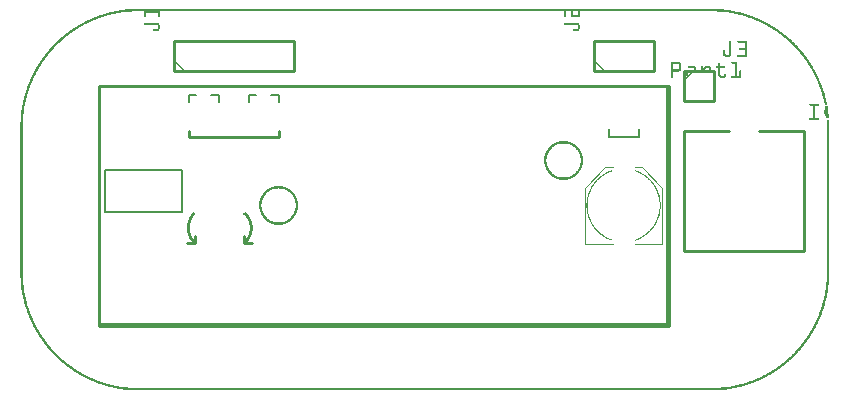
<source format=gto>
G04 MADE WITH FRITZING*
G04 WWW.FRITZING.ORG*
G04 DOUBLE SIDED*
G04 HOLES PLATED*
G04 CONTOUR ON CENTER OF CONTOUR VECTOR*
%ASAXBY*%
%FSLAX23Y23*%
%MOIN*%
%OFA0B0*%
%SFA1.0B1.0*%
%ADD10C,0.010000*%
%ADD11C,0.008000*%
%ADD12C,0.004000*%
%ADD13R,0.001000X0.001000*%
%LNSILK1*%
G90*
G70*
G54D10*
X261Y217D02*
X2161Y217D01*
D02*
X2161Y217D02*
X2161Y1017D01*
D02*
X261Y1017D02*
X261Y217D01*
G54D11*
D02*
X561Y987D02*
X586Y987D01*
D02*
X561Y987D02*
X561Y962D01*
D02*
X661Y987D02*
X636Y987D01*
D02*
X661Y987D02*
X661Y962D01*
D02*
X786Y987D02*
X761Y987D01*
D02*
X761Y987D02*
X761Y962D01*
D02*
X861Y987D02*
X836Y987D01*
D02*
X861Y987D02*
X861Y962D01*
G54D10*
D02*
X2161Y1017D02*
X261Y1017D01*
G54D11*
D02*
X1961Y872D02*
X1961Y847D01*
D02*
X2061Y872D02*
X2061Y847D01*
D02*
X2061Y847D02*
X1961Y847D01*
G54D10*
D02*
X746Y492D02*
X746Y517D01*
D02*
X746Y492D02*
X771Y492D01*
D02*
X581Y517D02*
X581Y492D01*
D02*
X581Y492D02*
X556Y492D01*
D02*
X561Y867D02*
X561Y847D01*
D02*
X561Y847D02*
X861Y847D01*
D02*
X861Y847D02*
X861Y867D01*
G54D12*
D02*
X1974Y489D02*
X1883Y489D01*
D02*
X1883Y489D02*
X1883Y678D01*
D02*
X1883Y678D02*
X1950Y745D01*
D02*
X1950Y745D02*
X1974Y745D01*
D02*
X2049Y745D02*
X2072Y745D01*
D02*
X2072Y745D02*
X2139Y678D01*
D02*
X2139Y678D02*
X2139Y489D01*
D02*
X2139Y489D02*
X2049Y489D01*
G54D11*
D02*
X540Y737D02*
X540Y597D01*
D02*
X540Y597D02*
X282Y597D01*
D02*
X282Y597D02*
X282Y737D01*
D02*
X282Y737D02*
X540Y737D01*
G54D10*
D02*
X2211Y867D02*
X2211Y467D01*
D02*
X2211Y467D02*
X2611Y467D01*
D02*
X2611Y467D02*
X2611Y867D01*
D02*
X2211Y867D02*
X2361Y867D01*
D02*
X2461Y867D02*
X2611Y867D01*
D02*
X511Y1067D02*
X911Y1067D01*
D02*
X911Y1067D02*
X911Y1167D01*
D02*
X911Y1167D02*
X511Y1167D01*
D02*
X511Y1167D02*
X511Y1067D01*
D02*
X1911Y1067D02*
X2111Y1067D01*
D02*
X2111Y1067D02*
X2111Y1167D01*
D02*
X2111Y1167D02*
X1911Y1167D01*
D02*
X1911Y1167D02*
X1911Y1067D01*
D02*
X2211Y1067D02*
X2211Y967D01*
D02*
X2211Y967D02*
X2311Y967D01*
D02*
X2311Y967D02*
X2311Y1067D01*
D02*
X2311Y1067D02*
X2211Y1067D01*
G54D13*
X374Y1273D02*
X2322Y1273D01*
X360Y1272D02*
X2336Y1272D01*
X350Y1271D02*
X2346Y1271D01*
X342Y1270D02*
X2354Y1270D01*
X335Y1269D02*
X2361Y1269D01*
X328Y1268D02*
X2368Y1268D01*
X323Y1267D02*
X2373Y1267D01*
X318Y1266D02*
X2378Y1266D01*
X313Y1265D02*
X373Y1265D01*
X411Y1265D02*
X464Y1265D01*
X1811Y1265D02*
X1817Y1265D01*
X1835Y1265D02*
X1841Y1265D01*
X1858Y1265D02*
X1864Y1265D01*
X2323Y1265D02*
X2383Y1265D01*
X308Y1264D02*
X359Y1264D01*
X411Y1264D02*
X464Y1264D01*
X1811Y1264D02*
X1817Y1264D01*
X1835Y1264D02*
X1841Y1264D01*
X1858Y1264D02*
X1864Y1264D01*
X2337Y1264D02*
X2388Y1264D01*
X304Y1263D02*
X349Y1263D01*
X411Y1263D02*
X464Y1263D01*
X1811Y1263D02*
X1817Y1263D01*
X1835Y1263D02*
X1841Y1263D01*
X1858Y1263D02*
X1864Y1263D01*
X2347Y1263D02*
X2392Y1263D01*
X300Y1262D02*
X341Y1262D01*
X411Y1262D02*
X464Y1262D01*
X1811Y1262D02*
X1817Y1262D01*
X1835Y1262D02*
X1841Y1262D01*
X1858Y1262D02*
X1864Y1262D01*
X2355Y1262D02*
X2396Y1262D01*
X296Y1261D02*
X334Y1261D01*
X411Y1261D02*
X464Y1261D01*
X1811Y1261D02*
X1817Y1261D01*
X1835Y1261D02*
X1841Y1261D01*
X1858Y1261D02*
X1864Y1261D01*
X2362Y1261D02*
X2400Y1261D01*
X292Y1260D02*
X328Y1260D01*
X411Y1260D02*
X464Y1260D01*
X1811Y1260D02*
X1817Y1260D01*
X1835Y1260D02*
X1841Y1260D01*
X1858Y1260D02*
X1864Y1260D01*
X2368Y1260D02*
X2404Y1260D01*
X288Y1259D02*
X322Y1259D01*
X411Y1259D02*
X417Y1259D01*
X458Y1259D02*
X464Y1259D01*
X1811Y1259D02*
X1817Y1259D01*
X1835Y1259D02*
X1841Y1259D01*
X1858Y1259D02*
X1864Y1259D01*
X2374Y1259D02*
X2408Y1259D01*
X285Y1258D02*
X317Y1258D01*
X411Y1258D02*
X417Y1258D01*
X458Y1258D02*
X464Y1258D01*
X1811Y1258D02*
X1817Y1258D01*
X1835Y1258D02*
X1841Y1258D01*
X1858Y1258D02*
X1864Y1258D01*
X2379Y1258D02*
X2411Y1258D01*
X281Y1257D02*
X312Y1257D01*
X411Y1257D02*
X417Y1257D01*
X458Y1257D02*
X464Y1257D01*
X1811Y1257D02*
X1817Y1257D01*
X1835Y1257D02*
X1841Y1257D01*
X1858Y1257D02*
X1864Y1257D01*
X2384Y1257D02*
X2415Y1257D01*
X278Y1256D02*
X307Y1256D01*
X411Y1256D02*
X417Y1256D01*
X458Y1256D02*
X464Y1256D01*
X1811Y1256D02*
X1817Y1256D01*
X1835Y1256D02*
X1841Y1256D01*
X1858Y1256D02*
X1864Y1256D01*
X2389Y1256D02*
X2418Y1256D01*
X275Y1255D02*
X303Y1255D01*
X411Y1255D02*
X417Y1255D01*
X458Y1255D02*
X464Y1255D01*
X1811Y1255D02*
X1817Y1255D01*
X1835Y1255D02*
X1841Y1255D01*
X1858Y1255D02*
X1864Y1255D01*
X2393Y1255D02*
X2421Y1255D01*
X272Y1254D02*
X299Y1254D01*
X411Y1254D02*
X417Y1254D01*
X458Y1254D02*
X464Y1254D01*
X1811Y1254D02*
X1817Y1254D01*
X1835Y1254D02*
X1841Y1254D01*
X1858Y1254D02*
X1864Y1254D01*
X2397Y1254D02*
X2424Y1254D01*
X269Y1253D02*
X295Y1253D01*
X411Y1253D02*
X417Y1253D01*
X458Y1253D02*
X464Y1253D01*
X1811Y1253D02*
X1817Y1253D01*
X1835Y1253D02*
X1841Y1253D01*
X1858Y1253D02*
X1864Y1253D01*
X2401Y1253D02*
X2427Y1253D01*
X266Y1252D02*
X291Y1252D01*
X411Y1252D02*
X417Y1252D01*
X458Y1252D02*
X464Y1252D01*
X1811Y1252D02*
X1817Y1252D01*
X1835Y1252D02*
X1864Y1252D01*
X2405Y1252D02*
X2430Y1252D01*
X263Y1251D02*
X288Y1251D01*
X411Y1251D02*
X417Y1251D01*
X458Y1251D02*
X464Y1251D01*
X1811Y1251D02*
X1817Y1251D01*
X1835Y1251D02*
X1864Y1251D01*
X2408Y1251D02*
X2433Y1251D01*
X260Y1250D02*
X284Y1250D01*
X411Y1250D02*
X417Y1250D01*
X458Y1250D02*
X464Y1250D01*
X1811Y1250D02*
X1817Y1250D01*
X1835Y1250D02*
X1864Y1250D01*
X2412Y1250D02*
X2436Y1250D01*
X257Y1249D02*
X281Y1249D01*
X411Y1249D02*
X417Y1249D01*
X458Y1249D02*
X464Y1249D01*
X1811Y1249D02*
X1817Y1249D01*
X1836Y1249D02*
X1864Y1249D01*
X2415Y1249D02*
X2439Y1249D01*
X255Y1248D02*
X278Y1248D01*
X412Y1248D02*
X417Y1248D01*
X459Y1248D02*
X464Y1248D01*
X1812Y1248D02*
X1817Y1248D01*
X1837Y1248D02*
X1864Y1248D01*
X2418Y1248D02*
X2441Y1248D01*
X252Y1247D02*
X275Y1247D01*
X412Y1247D02*
X417Y1247D01*
X459Y1247D02*
X464Y1247D01*
X1812Y1247D02*
X1817Y1247D01*
X1838Y1247D02*
X1864Y1247D01*
X2421Y1247D02*
X2444Y1247D01*
X250Y1246D02*
X272Y1246D01*
X413Y1246D02*
X415Y1246D01*
X460Y1246D02*
X462Y1246D01*
X1813Y1246D02*
X1815Y1246D01*
X1840Y1246D02*
X1864Y1246D01*
X2424Y1246D02*
X2446Y1246D01*
X247Y1245D02*
X269Y1245D01*
X2427Y1245D02*
X2449Y1245D01*
X245Y1244D02*
X266Y1244D01*
X2430Y1244D02*
X2451Y1244D01*
X242Y1243D02*
X263Y1243D01*
X2433Y1243D02*
X2454Y1243D01*
X240Y1242D02*
X260Y1242D01*
X2436Y1242D02*
X2456Y1242D01*
X238Y1241D02*
X258Y1241D01*
X2438Y1241D02*
X2458Y1241D01*
X235Y1240D02*
X255Y1240D01*
X2441Y1240D02*
X2461Y1240D01*
X233Y1239D02*
X253Y1239D01*
X2443Y1239D02*
X2463Y1239D01*
X231Y1238D02*
X250Y1238D01*
X2446Y1238D02*
X2465Y1238D01*
X229Y1237D02*
X247Y1237D01*
X2449Y1237D02*
X2467Y1237D01*
X227Y1236D02*
X245Y1236D01*
X2451Y1236D02*
X2469Y1236D01*
X224Y1235D02*
X242Y1235D01*
X2454Y1235D02*
X2472Y1235D01*
X222Y1234D02*
X240Y1234D01*
X2456Y1234D02*
X2474Y1234D01*
X220Y1233D02*
X238Y1233D01*
X2458Y1233D02*
X2476Y1233D01*
X218Y1232D02*
X236Y1232D01*
X2460Y1232D02*
X2478Y1232D01*
X217Y1231D02*
X234Y1231D01*
X2462Y1231D02*
X2479Y1231D01*
X215Y1230D02*
X231Y1230D01*
X2465Y1230D02*
X2481Y1230D01*
X213Y1229D02*
X229Y1229D01*
X2467Y1229D02*
X2483Y1229D01*
X211Y1228D02*
X227Y1228D01*
X2469Y1228D02*
X2485Y1228D01*
X209Y1227D02*
X225Y1227D01*
X2471Y1227D02*
X2487Y1227D01*
X207Y1226D02*
X223Y1226D01*
X413Y1226D02*
X458Y1226D01*
X1813Y1226D02*
X1858Y1226D01*
X2473Y1226D02*
X2489Y1226D01*
X205Y1225D02*
X221Y1225D01*
X412Y1225D02*
X460Y1225D01*
X1812Y1225D02*
X1860Y1225D01*
X2475Y1225D02*
X2491Y1225D01*
X203Y1224D02*
X219Y1224D01*
X411Y1224D02*
X461Y1224D01*
X1811Y1224D02*
X1861Y1224D01*
X2477Y1224D02*
X2493Y1224D01*
X202Y1223D02*
X217Y1223D01*
X411Y1223D02*
X462Y1223D01*
X1811Y1223D02*
X1862Y1223D01*
X2479Y1223D02*
X2494Y1223D01*
X200Y1222D02*
X215Y1222D01*
X412Y1222D02*
X463Y1222D01*
X1812Y1222D02*
X1863Y1222D01*
X2481Y1222D02*
X2496Y1222D01*
X198Y1221D02*
X213Y1221D01*
X412Y1221D02*
X463Y1221D01*
X1812Y1221D02*
X1863Y1221D01*
X2483Y1221D02*
X2498Y1221D01*
X196Y1220D02*
X211Y1220D01*
X414Y1220D02*
X464Y1220D01*
X1814Y1220D02*
X1864Y1220D01*
X2485Y1220D02*
X2500Y1220D01*
X195Y1219D02*
X209Y1219D01*
X457Y1219D02*
X464Y1219D01*
X1857Y1219D02*
X1864Y1219D01*
X2487Y1219D02*
X2501Y1219D01*
X193Y1218D02*
X208Y1218D01*
X458Y1218D02*
X464Y1218D01*
X1858Y1218D02*
X1864Y1218D01*
X2488Y1218D02*
X2503Y1218D01*
X191Y1217D02*
X206Y1217D01*
X458Y1217D02*
X464Y1217D01*
X1858Y1217D02*
X1864Y1217D01*
X2490Y1217D02*
X2505Y1217D01*
X189Y1216D02*
X204Y1216D01*
X458Y1216D02*
X464Y1216D01*
X1858Y1216D02*
X1864Y1216D01*
X2492Y1216D02*
X2507Y1216D01*
X188Y1215D02*
X202Y1215D01*
X458Y1215D02*
X464Y1215D01*
X1858Y1215D02*
X1864Y1215D01*
X2494Y1215D02*
X2508Y1215D01*
X186Y1214D02*
X201Y1214D01*
X458Y1214D02*
X464Y1214D01*
X1858Y1214D02*
X1864Y1214D01*
X2495Y1214D02*
X2510Y1214D01*
X185Y1213D02*
X199Y1213D01*
X458Y1213D02*
X464Y1213D01*
X1858Y1213D02*
X1864Y1213D01*
X2497Y1213D02*
X2511Y1213D01*
X183Y1212D02*
X197Y1212D01*
X458Y1212D02*
X464Y1212D01*
X1858Y1212D02*
X1864Y1212D01*
X2499Y1212D02*
X2513Y1212D01*
X182Y1211D02*
X196Y1211D01*
X458Y1211D02*
X464Y1211D01*
X1858Y1211D02*
X1864Y1211D01*
X2500Y1211D02*
X2514Y1211D01*
X180Y1210D02*
X194Y1210D01*
X458Y1210D02*
X464Y1210D01*
X1858Y1210D02*
X1864Y1210D01*
X2502Y1210D02*
X2516Y1210D01*
X179Y1209D02*
X192Y1209D01*
X458Y1209D02*
X464Y1209D01*
X1858Y1209D02*
X1864Y1209D01*
X2504Y1209D02*
X2517Y1209D01*
X177Y1208D02*
X191Y1208D01*
X458Y1208D02*
X464Y1208D01*
X1858Y1208D02*
X1864Y1208D01*
X2505Y1208D02*
X2519Y1208D01*
X175Y1207D02*
X189Y1207D01*
X457Y1207D02*
X464Y1207D01*
X1857Y1207D02*
X1864Y1207D01*
X2507Y1207D02*
X2521Y1207D01*
X174Y1206D02*
X187Y1206D01*
X444Y1206D02*
X464Y1206D01*
X1844Y1206D02*
X1864Y1206D01*
X2509Y1206D02*
X2522Y1206D01*
X172Y1205D02*
X186Y1205D01*
X442Y1205D02*
X463Y1205D01*
X1842Y1205D02*
X1863Y1205D01*
X2510Y1205D02*
X2524Y1205D01*
X171Y1204D02*
X184Y1204D01*
X441Y1204D02*
X463Y1204D01*
X1841Y1204D02*
X1863Y1204D01*
X2512Y1204D02*
X2525Y1204D01*
X170Y1203D02*
X183Y1203D01*
X441Y1203D02*
X462Y1203D01*
X1841Y1203D02*
X1862Y1203D01*
X2513Y1203D02*
X2526Y1203D01*
X168Y1202D02*
X181Y1202D01*
X441Y1202D02*
X461Y1202D01*
X1841Y1202D02*
X1861Y1202D01*
X2515Y1202D02*
X2528Y1202D01*
X167Y1201D02*
X180Y1201D01*
X441Y1201D02*
X460Y1201D01*
X1841Y1201D02*
X1860Y1201D01*
X2516Y1201D02*
X2529Y1201D01*
X165Y1200D02*
X178Y1200D01*
X442Y1200D02*
X458Y1200D01*
X1842Y1200D02*
X1858Y1200D01*
X2518Y1200D02*
X2531Y1200D01*
X164Y1199D02*
X177Y1199D01*
X2519Y1199D02*
X2532Y1199D01*
X163Y1198D02*
X175Y1198D01*
X2521Y1198D02*
X2533Y1198D01*
X161Y1197D02*
X174Y1197D01*
X2522Y1197D02*
X2535Y1197D01*
X160Y1196D02*
X173Y1196D01*
X2523Y1196D02*
X2536Y1196D01*
X158Y1195D02*
X171Y1195D01*
X2525Y1195D02*
X2538Y1195D01*
X157Y1194D02*
X170Y1194D01*
X2526Y1194D02*
X2539Y1194D01*
X156Y1193D02*
X168Y1193D01*
X2528Y1193D02*
X2540Y1193D01*
X155Y1192D02*
X167Y1192D01*
X2529Y1192D02*
X2541Y1192D01*
X153Y1191D02*
X166Y1191D01*
X2530Y1191D02*
X2543Y1191D01*
X152Y1190D02*
X164Y1190D01*
X2532Y1190D02*
X2544Y1190D01*
X151Y1189D02*
X163Y1189D01*
X2533Y1189D02*
X2545Y1189D01*
X150Y1188D02*
X161Y1188D01*
X2535Y1188D02*
X2546Y1188D01*
X148Y1187D02*
X160Y1187D01*
X2536Y1187D02*
X2548Y1187D01*
X147Y1186D02*
X159Y1186D01*
X2537Y1186D02*
X2549Y1186D01*
X146Y1185D02*
X158Y1185D01*
X2538Y1185D02*
X2550Y1185D01*
X144Y1184D02*
X156Y1184D01*
X2540Y1184D02*
X2551Y1184D01*
X143Y1183D02*
X155Y1183D01*
X2541Y1183D02*
X2553Y1183D01*
X142Y1182D02*
X154Y1182D01*
X2542Y1182D02*
X2554Y1182D01*
X141Y1181D02*
X153Y1181D01*
X2543Y1181D02*
X2555Y1181D01*
X140Y1180D02*
X151Y1180D01*
X2545Y1180D02*
X2556Y1180D01*
X139Y1179D02*
X150Y1179D01*
X2546Y1179D02*
X2557Y1179D01*
X137Y1178D02*
X149Y1178D01*
X2547Y1178D02*
X2559Y1178D01*
X136Y1177D02*
X147Y1177D01*
X2549Y1177D02*
X2560Y1177D01*
X135Y1176D02*
X146Y1176D01*
X2550Y1176D02*
X2561Y1176D01*
X134Y1175D02*
X145Y1175D01*
X2551Y1175D02*
X2562Y1175D01*
X133Y1174D02*
X144Y1174D01*
X2552Y1174D02*
X2563Y1174D01*
X132Y1173D02*
X143Y1173D01*
X2553Y1173D02*
X2564Y1173D01*
X131Y1172D02*
X142Y1172D01*
X2554Y1172D02*
X2565Y1172D01*
X129Y1171D02*
X141Y1171D01*
X2555Y1171D02*
X2567Y1171D01*
X128Y1170D02*
X139Y1170D01*
X2557Y1170D02*
X2568Y1170D01*
X127Y1169D02*
X138Y1169D01*
X2558Y1169D02*
X2569Y1169D01*
X126Y1168D02*
X137Y1168D01*
X2559Y1168D02*
X2570Y1168D01*
X125Y1167D02*
X136Y1167D01*
X2365Y1167D02*
X2368Y1167D01*
X2391Y1167D02*
X2418Y1167D01*
X2560Y1167D02*
X2571Y1167D01*
X124Y1166D02*
X135Y1166D01*
X2364Y1166D02*
X2369Y1166D01*
X2390Y1166D02*
X2420Y1166D01*
X2561Y1166D02*
X2572Y1166D01*
X123Y1165D02*
X134Y1165D01*
X2363Y1165D02*
X2369Y1165D01*
X2389Y1165D02*
X2421Y1165D01*
X2562Y1165D02*
X2573Y1165D01*
X122Y1164D02*
X133Y1164D01*
X2363Y1164D02*
X2369Y1164D01*
X2389Y1164D02*
X2422Y1164D01*
X2563Y1164D02*
X2574Y1164D01*
X121Y1163D02*
X132Y1163D01*
X2363Y1163D02*
X2369Y1163D01*
X2389Y1163D02*
X2422Y1163D01*
X2564Y1163D02*
X2575Y1163D01*
X120Y1162D02*
X131Y1162D01*
X2363Y1162D02*
X2369Y1162D01*
X2390Y1162D02*
X2422Y1162D01*
X2565Y1162D02*
X2576Y1162D01*
X119Y1161D02*
X130Y1161D01*
X2363Y1161D02*
X2369Y1161D01*
X2391Y1161D02*
X2423Y1161D01*
X2566Y1161D02*
X2577Y1161D01*
X118Y1160D02*
X128Y1160D01*
X2363Y1160D02*
X2369Y1160D01*
X2417Y1160D02*
X2423Y1160D01*
X2568Y1160D02*
X2578Y1160D01*
X117Y1159D02*
X127Y1159D01*
X2363Y1159D02*
X2369Y1159D01*
X2417Y1159D02*
X2423Y1159D01*
X2569Y1159D02*
X2579Y1159D01*
X116Y1158D02*
X126Y1158D01*
X2363Y1158D02*
X2369Y1158D01*
X2417Y1158D02*
X2423Y1158D01*
X2570Y1158D02*
X2580Y1158D01*
X115Y1157D02*
X125Y1157D01*
X2363Y1157D02*
X2369Y1157D01*
X2417Y1157D02*
X2423Y1157D01*
X2571Y1157D02*
X2581Y1157D01*
X114Y1156D02*
X124Y1156D01*
X2363Y1156D02*
X2369Y1156D01*
X2417Y1156D02*
X2423Y1156D01*
X2572Y1156D02*
X2582Y1156D01*
X113Y1155D02*
X123Y1155D01*
X2363Y1155D02*
X2369Y1155D01*
X2417Y1155D02*
X2423Y1155D01*
X2573Y1155D02*
X2583Y1155D01*
X112Y1154D02*
X122Y1154D01*
X2363Y1154D02*
X2369Y1154D01*
X2417Y1154D02*
X2423Y1154D01*
X2574Y1154D02*
X2584Y1154D01*
X111Y1153D02*
X121Y1153D01*
X2363Y1153D02*
X2369Y1153D01*
X2417Y1153D02*
X2423Y1153D01*
X2575Y1153D02*
X2585Y1153D01*
X110Y1152D02*
X120Y1152D01*
X2363Y1152D02*
X2369Y1152D01*
X2417Y1152D02*
X2423Y1152D01*
X2576Y1152D02*
X2586Y1152D01*
X109Y1151D02*
X119Y1151D01*
X2363Y1151D02*
X2369Y1151D01*
X2417Y1151D02*
X2423Y1151D01*
X2577Y1151D02*
X2587Y1151D01*
X108Y1150D02*
X118Y1150D01*
X2363Y1150D02*
X2369Y1150D01*
X2417Y1150D02*
X2423Y1150D01*
X2578Y1150D02*
X2588Y1150D01*
X107Y1149D02*
X117Y1149D01*
X2363Y1149D02*
X2369Y1149D01*
X2417Y1149D02*
X2423Y1149D01*
X2579Y1149D02*
X2589Y1149D01*
X106Y1148D02*
X116Y1148D01*
X2363Y1148D02*
X2369Y1148D01*
X2417Y1148D02*
X2423Y1148D01*
X2580Y1148D02*
X2590Y1148D01*
X105Y1147D02*
X115Y1147D01*
X2363Y1147D02*
X2369Y1147D01*
X2416Y1147D02*
X2423Y1147D01*
X2581Y1147D02*
X2591Y1147D01*
X104Y1146D02*
X114Y1146D01*
X2363Y1146D02*
X2369Y1146D01*
X2416Y1146D02*
X2422Y1146D01*
X2582Y1146D02*
X2592Y1146D01*
X103Y1145D02*
X113Y1145D01*
X2363Y1145D02*
X2369Y1145D01*
X2415Y1145D02*
X2422Y1145D01*
X2583Y1145D02*
X2593Y1145D01*
X103Y1144D02*
X113Y1144D01*
X2363Y1144D02*
X2369Y1144D01*
X2399Y1144D02*
X2422Y1144D01*
X2583Y1144D02*
X2593Y1144D01*
X102Y1143D02*
X112Y1143D01*
X2363Y1143D02*
X2369Y1143D01*
X2397Y1143D02*
X2421Y1143D01*
X2584Y1143D02*
X2594Y1143D01*
X101Y1142D02*
X111Y1142D01*
X2363Y1142D02*
X2369Y1142D01*
X2396Y1142D02*
X2421Y1142D01*
X2585Y1142D02*
X2595Y1142D01*
X100Y1141D02*
X110Y1141D01*
X2363Y1141D02*
X2369Y1141D01*
X2396Y1141D02*
X2420Y1141D01*
X2586Y1141D02*
X2596Y1141D01*
X99Y1140D02*
X109Y1140D01*
X2363Y1140D02*
X2369Y1140D01*
X2396Y1140D02*
X2420Y1140D01*
X2587Y1140D02*
X2597Y1140D01*
X98Y1139D02*
X108Y1139D01*
X2363Y1139D02*
X2369Y1139D01*
X2396Y1139D02*
X2421Y1139D01*
X2588Y1139D02*
X2598Y1139D01*
X97Y1138D02*
X107Y1138D01*
X2345Y1138D02*
X2346Y1138D01*
X2363Y1138D02*
X2369Y1138D01*
X2397Y1138D02*
X2422Y1138D01*
X2589Y1138D02*
X2599Y1138D01*
X96Y1137D02*
X106Y1137D01*
X2343Y1137D02*
X2348Y1137D01*
X2363Y1137D02*
X2369Y1137D01*
X2414Y1137D02*
X2422Y1137D01*
X2590Y1137D02*
X2600Y1137D01*
X96Y1136D02*
X105Y1136D01*
X2343Y1136D02*
X2348Y1136D01*
X2363Y1136D02*
X2369Y1136D01*
X2415Y1136D02*
X2422Y1136D01*
X2591Y1136D02*
X2600Y1136D01*
X95Y1135D02*
X104Y1135D01*
X2342Y1135D02*
X2348Y1135D01*
X2363Y1135D02*
X2369Y1135D01*
X2416Y1135D02*
X2422Y1135D01*
X2592Y1135D02*
X2601Y1135D01*
X94Y1134D02*
X103Y1134D01*
X2342Y1134D02*
X2348Y1134D01*
X2363Y1134D02*
X2369Y1134D01*
X2416Y1134D02*
X2423Y1134D01*
X2593Y1134D02*
X2602Y1134D01*
X93Y1133D02*
X103Y1133D01*
X2342Y1133D02*
X2348Y1133D01*
X2363Y1133D02*
X2369Y1133D01*
X2417Y1133D02*
X2423Y1133D01*
X2593Y1133D02*
X2603Y1133D01*
X92Y1132D02*
X102Y1132D01*
X2342Y1132D02*
X2348Y1132D01*
X2363Y1132D02*
X2369Y1132D01*
X2417Y1132D02*
X2423Y1132D01*
X2594Y1132D02*
X2604Y1132D01*
X91Y1131D02*
X101Y1131D01*
X2342Y1131D02*
X2348Y1131D01*
X2363Y1131D02*
X2369Y1131D01*
X2417Y1131D02*
X2423Y1131D01*
X2595Y1131D02*
X2605Y1131D01*
X90Y1130D02*
X100Y1130D01*
X2342Y1130D02*
X2348Y1130D01*
X2363Y1130D02*
X2369Y1130D01*
X2417Y1130D02*
X2423Y1130D01*
X2596Y1130D02*
X2606Y1130D01*
X90Y1129D02*
X99Y1129D01*
X2342Y1129D02*
X2348Y1129D01*
X2363Y1129D02*
X2369Y1129D01*
X2417Y1129D02*
X2423Y1129D01*
X2597Y1129D02*
X2606Y1129D01*
X89Y1128D02*
X98Y1128D01*
X2342Y1128D02*
X2348Y1128D01*
X2363Y1128D02*
X2369Y1128D01*
X2417Y1128D02*
X2423Y1128D01*
X2598Y1128D02*
X2607Y1128D01*
X88Y1127D02*
X97Y1127D01*
X2342Y1127D02*
X2348Y1127D01*
X2363Y1127D02*
X2369Y1127D01*
X2417Y1127D02*
X2423Y1127D01*
X2599Y1127D02*
X2608Y1127D01*
X87Y1126D02*
X97Y1126D01*
X2342Y1126D02*
X2348Y1126D01*
X2363Y1126D02*
X2369Y1126D01*
X2417Y1126D02*
X2423Y1126D01*
X2599Y1126D02*
X2609Y1126D01*
X86Y1125D02*
X96Y1125D01*
X2342Y1125D02*
X2348Y1125D01*
X2363Y1125D02*
X2369Y1125D01*
X2417Y1125D02*
X2423Y1125D01*
X2600Y1125D02*
X2610Y1125D01*
X86Y1124D02*
X95Y1124D01*
X2342Y1124D02*
X2348Y1124D01*
X2363Y1124D02*
X2369Y1124D01*
X2417Y1124D02*
X2423Y1124D01*
X2601Y1124D02*
X2610Y1124D01*
X85Y1123D02*
X94Y1123D01*
X2342Y1123D02*
X2349Y1123D01*
X2363Y1123D02*
X2369Y1123D01*
X2417Y1123D02*
X2423Y1123D01*
X2602Y1123D02*
X2611Y1123D01*
X84Y1122D02*
X93Y1122D01*
X2343Y1122D02*
X2349Y1122D01*
X2362Y1122D02*
X2369Y1122D01*
X2417Y1122D02*
X2423Y1122D01*
X2603Y1122D02*
X2612Y1122D01*
X83Y1121D02*
X92Y1121D01*
X2343Y1121D02*
X2350Y1121D01*
X2361Y1121D02*
X2369Y1121D01*
X2417Y1121D02*
X2423Y1121D01*
X2604Y1121D02*
X2613Y1121D01*
X83Y1120D02*
X92Y1120D01*
X2343Y1120D02*
X2368Y1120D01*
X2391Y1120D02*
X2423Y1120D01*
X2604Y1120D02*
X2613Y1120D01*
X82Y1119D02*
X91Y1119D01*
X2344Y1119D02*
X2368Y1119D01*
X2390Y1119D02*
X2422Y1119D01*
X2605Y1119D02*
X2614Y1119D01*
X81Y1118D02*
X90Y1118D01*
X2344Y1118D02*
X2367Y1118D01*
X2389Y1118D02*
X2422Y1118D01*
X2606Y1118D02*
X2615Y1118D01*
X80Y1117D02*
X89Y1117D01*
X2345Y1117D02*
X2366Y1117D01*
X2389Y1117D02*
X2422Y1117D01*
X2607Y1117D02*
X2616Y1117D01*
X79Y1116D02*
X89Y1116D01*
X2346Y1116D02*
X2365Y1116D01*
X2389Y1116D02*
X2421Y1116D01*
X2607Y1116D02*
X2617Y1116D01*
X79Y1115D02*
X88Y1115D01*
X2348Y1115D02*
X2364Y1115D01*
X2390Y1115D02*
X2420Y1115D01*
X2608Y1115D02*
X2617Y1115D01*
X78Y1114D02*
X87Y1114D01*
X2350Y1114D02*
X2361Y1114D01*
X2391Y1114D02*
X2418Y1114D01*
X2609Y1114D02*
X2618Y1114D01*
X77Y1113D02*
X86Y1113D01*
X2610Y1113D02*
X2619Y1113D01*
X77Y1112D02*
X85Y1112D01*
X2611Y1112D02*
X2619Y1112D01*
X76Y1111D02*
X85Y1111D01*
X2611Y1111D02*
X2620Y1111D01*
X75Y1110D02*
X84Y1110D01*
X2612Y1110D02*
X2621Y1110D01*
X74Y1109D02*
X83Y1109D01*
X2613Y1109D02*
X2622Y1109D01*
X74Y1108D02*
X82Y1108D01*
X2614Y1108D02*
X2622Y1108D01*
X73Y1107D02*
X82Y1107D01*
X2614Y1107D02*
X2623Y1107D01*
X72Y1106D02*
X81Y1106D01*
X2615Y1106D02*
X2624Y1106D01*
X72Y1105D02*
X80Y1105D01*
X2616Y1105D02*
X2624Y1105D01*
X71Y1104D02*
X80Y1104D01*
X512Y1104D02*
X513Y1104D01*
X1912Y1104D02*
X1913Y1104D01*
X2616Y1104D02*
X2625Y1104D01*
X70Y1103D02*
X79Y1103D01*
X511Y1103D02*
X514Y1103D01*
X1911Y1103D02*
X1914Y1103D01*
X2617Y1103D02*
X2626Y1103D01*
X69Y1102D02*
X78Y1102D01*
X510Y1102D02*
X515Y1102D01*
X1910Y1102D02*
X1915Y1102D01*
X2618Y1102D02*
X2627Y1102D01*
X69Y1101D02*
X77Y1101D01*
X510Y1101D02*
X516Y1101D01*
X1910Y1101D02*
X1916Y1101D01*
X2619Y1101D02*
X2627Y1101D01*
X68Y1100D02*
X77Y1100D01*
X510Y1100D02*
X517Y1100D01*
X1910Y1100D02*
X1917Y1100D01*
X2619Y1100D02*
X2628Y1100D01*
X67Y1099D02*
X76Y1099D01*
X511Y1099D02*
X518Y1099D01*
X1911Y1099D02*
X1918Y1099D01*
X2620Y1099D02*
X2629Y1099D01*
X67Y1098D02*
X75Y1098D01*
X512Y1098D02*
X519Y1098D01*
X1912Y1098D02*
X1919Y1098D01*
X2621Y1098D02*
X2629Y1098D01*
X66Y1097D02*
X75Y1097D01*
X513Y1097D02*
X520Y1097D01*
X1913Y1097D02*
X1920Y1097D01*
X2169Y1097D02*
X2196Y1097D01*
X2370Y1097D02*
X2389Y1097D01*
X2621Y1097D02*
X2630Y1097D01*
X65Y1096D02*
X74Y1096D01*
X514Y1096D02*
X521Y1096D01*
X1914Y1096D02*
X1921Y1096D01*
X2169Y1096D02*
X2198Y1096D01*
X2370Y1096D02*
X2389Y1096D01*
X2622Y1096D02*
X2631Y1096D01*
X65Y1095D02*
X73Y1095D01*
X515Y1095D02*
X522Y1095D01*
X1915Y1095D02*
X1922Y1095D01*
X2169Y1095D02*
X2199Y1095D01*
X2369Y1095D02*
X2389Y1095D01*
X2623Y1095D02*
X2631Y1095D01*
X64Y1094D02*
X73Y1094D01*
X516Y1094D02*
X523Y1094D01*
X1916Y1094D02*
X1923Y1094D01*
X2169Y1094D02*
X2200Y1094D01*
X2327Y1094D02*
X2330Y1094D01*
X2369Y1094D02*
X2389Y1094D01*
X2623Y1094D02*
X2632Y1094D01*
X64Y1093D02*
X72Y1093D01*
X517Y1093D02*
X524Y1093D01*
X1917Y1093D02*
X1924Y1093D01*
X2169Y1093D02*
X2201Y1093D01*
X2326Y1093D02*
X2331Y1093D01*
X2369Y1093D02*
X2389Y1093D01*
X2624Y1093D02*
X2632Y1093D01*
X63Y1092D02*
X71Y1092D01*
X518Y1092D02*
X525Y1092D01*
X1918Y1092D02*
X1925Y1092D01*
X2169Y1092D02*
X2201Y1092D01*
X2326Y1092D02*
X2332Y1092D01*
X2370Y1092D02*
X2389Y1092D01*
X2625Y1092D02*
X2633Y1092D01*
X62Y1091D02*
X71Y1091D01*
X519Y1091D02*
X525Y1091D01*
X1919Y1091D02*
X1925Y1091D01*
X2169Y1091D02*
X2202Y1091D01*
X2326Y1091D02*
X2332Y1091D01*
X2371Y1091D02*
X2389Y1091D01*
X2625Y1091D02*
X2634Y1091D01*
X62Y1090D02*
X70Y1090D01*
X520Y1090D02*
X526Y1090D01*
X1920Y1090D02*
X1926Y1090D01*
X2169Y1090D02*
X2175Y1090D01*
X2195Y1090D02*
X2202Y1090D01*
X2326Y1090D02*
X2332Y1090D01*
X2383Y1090D02*
X2389Y1090D01*
X2626Y1090D02*
X2634Y1090D01*
X61Y1089D02*
X69Y1089D01*
X521Y1089D02*
X527Y1089D01*
X1921Y1089D02*
X1927Y1089D01*
X2169Y1089D02*
X2175Y1089D01*
X2196Y1089D02*
X2202Y1089D01*
X2326Y1089D02*
X2332Y1089D01*
X2383Y1089D02*
X2389Y1089D01*
X2627Y1089D02*
X2635Y1089D01*
X60Y1088D02*
X69Y1088D01*
X522Y1088D02*
X528Y1088D01*
X1922Y1088D02*
X1928Y1088D01*
X2169Y1088D02*
X2175Y1088D01*
X2196Y1088D02*
X2203Y1088D01*
X2326Y1088D02*
X2332Y1088D01*
X2383Y1088D02*
X2389Y1088D01*
X2627Y1088D02*
X2636Y1088D01*
X60Y1087D02*
X68Y1087D01*
X523Y1087D02*
X529Y1087D01*
X1923Y1087D02*
X1929Y1087D01*
X2169Y1087D02*
X2175Y1087D01*
X2197Y1087D02*
X2203Y1087D01*
X2326Y1087D02*
X2332Y1087D01*
X2383Y1087D02*
X2389Y1087D01*
X2628Y1087D02*
X2636Y1087D01*
X59Y1086D02*
X67Y1086D01*
X524Y1086D02*
X530Y1086D01*
X1924Y1086D02*
X1930Y1086D01*
X2169Y1086D02*
X2175Y1086D01*
X2197Y1086D02*
X2203Y1086D01*
X2326Y1086D02*
X2332Y1086D01*
X2383Y1086D02*
X2389Y1086D01*
X2629Y1086D02*
X2637Y1086D01*
X58Y1085D02*
X67Y1085D01*
X525Y1085D02*
X531Y1085D01*
X1925Y1085D02*
X1931Y1085D01*
X2169Y1085D02*
X2175Y1085D01*
X2197Y1085D02*
X2203Y1085D01*
X2326Y1085D02*
X2332Y1085D01*
X2383Y1085D02*
X2389Y1085D01*
X2629Y1085D02*
X2638Y1085D01*
X58Y1084D02*
X66Y1084D01*
X526Y1084D02*
X532Y1084D01*
X1926Y1084D02*
X1932Y1084D01*
X2169Y1084D02*
X2175Y1084D01*
X2197Y1084D02*
X2203Y1084D01*
X2326Y1084D02*
X2332Y1084D01*
X2383Y1084D02*
X2389Y1084D01*
X2630Y1084D02*
X2638Y1084D01*
X57Y1083D02*
X66Y1083D01*
X527Y1083D02*
X533Y1083D01*
X1927Y1083D02*
X1933Y1083D01*
X2169Y1083D02*
X2175Y1083D01*
X2197Y1083D02*
X2203Y1083D01*
X2229Y1083D02*
X2241Y1083D01*
X2286Y1083D02*
X2292Y1083D01*
X2323Y1083D02*
X2346Y1083D01*
X2383Y1083D02*
X2389Y1083D01*
X2630Y1083D02*
X2639Y1083D01*
X57Y1082D02*
X65Y1082D01*
X528Y1082D02*
X535Y1082D01*
X1928Y1082D02*
X1935Y1082D01*
X2169Y1082D02*
X2175Y1082D01*
X2197Y1082D02*
X2203Y1082D01*
X2227Y1082D02*
X2246Y1082D01*
X2270Y1082D02*
X2274Y1082D01*
X2284Y1082D02*
X2297Y1082D01*
X2320Y1082D02*
X2348Y1082D01*
X2383Y1082D02*
X2389Y1082D01*
X2631Y1082D02*
X2639Y1082D01*
X56Y1081D02*
X64Y1081D01*
X529Y1081D02*
X536Y1081D01*
X1929Y1081D02*
X1936Y1081D01*
X2169Y1081D02*
X2175Y1081D01*
X2197Y1081D02*
X2203Y1081D01*
X2226Y1081D02*
X2247Y1081D01*
X2269Y1081D02*
X2275Y1081D01*
X2283Y1081D02*
X2298Y1081D01*
X2319Y1081D02*
X2349Y1081D01*
X2383Y1081D02*
X2389Y1081D01*
X2632Y1081D02*
X2640Y1081D01*
X55Y1080D02*
X64Y1080D01*
X530Y1080D02*
X537Y1080D01*
X1930Y1080D02*
X1937Y1080D01*
X2169Y1080D02*
X2175Y1080D01*
X2197Y1080D02*
X2203Y1080D01*
X2226Y1080D02*
X2249Y1080D01*
X2269Y1080D02*
X2275Y1080D01*
X2281Y1080D02*
X2299Y1080D01*
X2319Y1080D02*
X2349Y1080D01*
X2383Y1080D02*
X2389Y1080D01*
X2632Y1080D02*
X2641Y1080D01*
X55Y1079D02*
X63Y1079D01*
X531Y1079D02*
X538Y1079D01*
X1931Y1079D02*
X1938Y1079D01*
X2169Y1079D02*
X2175Y1079D01*
X2197Y1079D02*
X2203Y1079D01*
X2226Y1079D02*
X2249Y1079D01*
X2269Y1079D02*
X2275Y1079D01*
X2280Y1079D02*
X2300Y1079D01*
X2319Y1079D02*
X2349Y1079D01*
X2383Y1079D02*
X2389Y1079D01*
X2633Y1079D02*
X2641Y1079D01*
X54Y1078D02*
X62Y1078D01*
X532Y1078D02*
X539Y1078D01*
X1932Y1078D02*
X1939Y1078D01*
X2169Y1078D02*
X2175Y1078D01*
X2197Y1078D02*
X2203Y1078D01*
X2226Y1078D02*
X2250Y1078D01*
X2269Y1078D02*
X2275Y1078D01*
X2279Y1078D02*
X2301Y1078D01*
X2319Y1078D02*
X2349Y1078D01*
X2383Y1078D02*
X2389Y1078D01*
X2634Y1078D02*
X2642Y1078D01*
X54Y1077D02*
X62Y1077D01*
X533Y1077D02*
X540Y1077D01*
X1933Y1077D02*
X1940Y1077D01*
X2169Y1077D02*
X2175Y1077D01*
X2197Y1077D02*
X2203Y1077D01*
X2227Y1077D02*
X2251Y1077D01*
X2269Y1077D02*
X2275Y1077D01*
X2278Y1077D02*
X2302Y1077D01*
X2320Y1077D02*
X2348Y1077D01*
X2383Y1077D02*
X2389Y1077D01*
X2634Y1077D02*
X2642Y1077D01*
X53Y1076D02*
X61Y1076D01*
X534Y1076D02*
X541Y1076D01*
X1934Y1076D02*
X1941Y1076D01*
X2169Y1076D02*
X2175Y1076D01*
X2197Y1076D02*
X2203Y1076D01*
X2230Y1076D02*
X2251Y1076D01*
X2269Y1076D02*
X2275Y1076D01*
X2277Y1076D02*
X2302Y1076D01*
X2323Y1076D02*
X2345Y1076D01*
X2383Y1076D02*
X2389Y1076D01*
X2635Y1076D02*
X2643Y1076D01*
X53Y1075D02*
X61Y1075D01*
X535Y1075D02*
X542Y1075D01*
X1935Y1075D02*
X1942Y1075D01*
X2169Y1075D02*
X2175Y1075D01*
X2197Y1075D02*
X2203Y1075D01*
X2245Y1075D02*
X2251Y1075D01*
X2269Y1075D02*
X2285Y1075D01*
X2295Y1075D02*
X2302Y1075D01*
X2326Y1075D02*
X2332Y1075D01*
X2383Y1075D02*
X2389Y1075D01*
X2635Y1075D02*
X2643Y1075D01*
X52Y1074D02*
X60Y1074D01*
X536Y1074D02*
X543Y1074D01*
X1936Y1074D02*
X1943Y1074D01*
X2169Y1074D02*
X2175Y1074D01*
X2196Y1074D02*
X2203Y1074D01*
X2245Y1074D02*
X2252Y1074D01*
X2269Y1074D02*
X2284Y1074D01*
X2296Y1074D02*
X2302Y1074D01*
X2326Y1074D02*
X2332Y1074D01*
X2383Y1074D02*
X2389Y1074D01*
X2636Y1074D02*
X2644Y1074D01*
X51Y1073D02*
X59Y1073D01*
X537Y1073D02*
X544Y1073D01*
X1937Y1073D02*
X1944Y1073D01*
X2169Y1073D02*
X2175Y1073D01*
X2196Y1073D02*
X2202Y1073D01*
X2245Y1073D02*
X2252Y1073D01*
X2269Y1073D02*
X2283Y1073D01*
X2296Y1073D02*
X2303Y1073D01*
X2326Y1073D02*
X2332Y1073D01*
X2383Y1073D02*
X2389Y1073D01*
X2637Y1073D02*
X2645Y1073D01*
X51Y1072D02*
X59Y1072D01*
X538Y1072D02*
X545Y1072D01*
X1938Y1072D02*
X1945Y1072D01*
X2169Y1072D02*
X2175Y1072D01*
X2195Y1072D02*
X2202Y1072D01*
X2246Y1072D02*
X2252Y1072D01*
X2269Y1072D02*
X2282Y1072D01*
X2297Y1072D02*
X2303Y1072D01*
X2326Y1072D02*
X2332Y1072D01*
X2383Y1072D02*
X2389Y1072D01*
X2637Y1072D02*
X2645Y1072D01*
X50Y1071D02*
X58Y1071D01*
X539Y1071D02*
X546Y1071D01*
X1939Y1071D02*
X1946Y1071D01*
X2169Y1071D02*
X2202Y1071D01*
X2246Y1071D02*
X2252Y1071D01*
X2269Y1071D02*
X2281Y1071D01*
X2297Y1071D02*
X2303Y1071D01*
X2326Y1071D02*
X2332Y1071D01*
X2383Y1071D02*
X2389Y1071D01*
X2638Y1071D02*
X2646Y1071D01*
X50Y1070D02*
X58Y1070D01*
X540Y1070D02*
X547Y1070D01*
X1940Y1070D02*
X1947Y1070D01*
X2169Y1070D02*
X2201Y1070D01*
X2246Y1070D02*
X2252Y1070D01*
X2269Y1070D02*
X2280Y1070D01*
X2297Y1070D02*
X2302Y1070D01*
X2326Y1070D02*
X2332Y1070D01*
X2383Y1070D02*
X2389Y1070D01*
X2638Y1070D02*
X2646Y1070D01*
X49Y1069D02*
X57Y1069D01*
X541Y1069D02*
X546Y1069D01*
X1941Y1069D02*
X1946Y1069D01*
X2169Y1069D02*
X2201Y1069D01*
X2244Y1069D02*
X2244Y1069D01*
X2246Y1069D02*
X2252Y1069D01*
X2269Y1069D02*
X2278Y1069D01*
X2297Y1069D02*
X2302Y1069D01*
X2326Y1069D02*
X2332Y1069D01*
X2383Y1069D02*
X2389Y1069D01*
X2639Y1069D02*
X2647Y1069D01*
X49Y1068D02*
X57Y1068D01*
X542Y1068D02*
X545Y1068D01*
X1942Y1068D02*
X1945Y1068D01*
X2169Y1068D02*
X2200Y1068D01*
X2227Y1068D02*
X2252Y1068D01*
X2269Y1068D02*
X2277Y1068D01*
X2298Y1068D02*
X2301Y1068D01*
X2326Y1068D02*
X2332Y1068D01*
X2383Y1068D02*
X2389Y1068D01*
X2399Y1068D02*
X2400Y1068D01*
X2639Y1068D02*
X2647Y1068D01*
X48Y1067D02*
X56Y1067D01*
X543Y1067D02*
X544Y1067D01*
X1943Y1067D02*
X1944Y1067D01*
X2169Y1067D02*
X2199Y1067D01*
X2224Y1067D02*
X2252Y1067D01*
X2269Y1067D02*
X2276Y1067D01*
X2326Y1067D02*
X2332Y1067D01*
X2383Y1067D02*
X2389Y1067D01*
X2397Y1067D02*
X2402Y1067D01*
X2640Y1067D02*
X2648Y1067D01*
X47Y1066D02*
X55Y1066D01*
X2169Y1066D02*
X2198Y1066D01*
X2223Y1066D02*
X2252Y1066D01*
X2269Y1066D02*
X2275Y1066D01*
X2326Y1066D02*
X2332Y1066D01*
X2383Y1066D02*
X2389Y1066D01*
X2397Y1066D02*
X2402Y1066D01*
X2641Y1066D02*
X2649Y1066D01*
X47Y1065D02*
X55Y1065D01*
X2169Y1065D02*
X2196Y1065D01*
X2222Y1065D02*
X2252Y1065D01*
X2269Y1065D02*
X2275Y1065D01*
X2326Y1065D02*
X2332Y1065D01*
X2383Y1065D02*
X2389Y1065D01*
X2397Y1065D02*
X2403Y1065D01*
X2641Y1065D02*
X2649Y1065D01*
X46Y1064D02*
X54Y1064D01*
X2169Y1064D02*
X2175Y1064D01*
X2221Y1064D02*
X2252Y1064D01*
X2269Y1064D02*
X2275Y1064D01*
X2326Y1064D02*
X2332Y1064D01*
X2383Y1064D02*
X2389Y1064D01*
X2397Y1064D02*
X2403Y1064D01*
X2642Y1064D02*
X2650Y1064D01*
X46Y1063D02*
X54Y1063D01*
X2169Y1063D02*
X2175Y1063D01*
X2220Y1063D02*
X2252Y1063D01*
X2269Y1063D02*
X2275Y1063D01*
X2326Y1063D02*
X2332Y1063D01*
X2383Y1063D02*
X2389Y1063D01*
X2397Y1063D02*
X2403Y1063D01*
X2642Y1063D02*
X2650Y1063D01*
X45Y1062D02*
X53Y1062D01*
X2169Y1062D02*
X2175Y1062D01*
X2220Y1062D02*
X2252Y1062D01*
X2269Y1062D02*
X2275Y1062D01*
X2326Y1062D02*
X2332Y1062D01*
X2383Y1062D02*
X2389Y1062D01*
X2397Y1062D02*
X2403Y1062D01*
X2643Y1062D02*
X2651Y1062D01*
X45Y1061D02*
X53Y1061D01*
X2169Y1061D02*
X2175Y1061D01*
X2219Y1061D02*
X2227Y1061D01*
X2236Y1061D02*
X2242Y1061D01*
X2244Y1061D02*
X2252Y1061D01*
X2269Y1061D02*
X2275Y1061D01*
X2326Y1061D02*
X2332Y1061D01*
X2383Y1061D02*
X2389Y1061D01*
X2397Y1061D02*
X2403Y1061D01*
X2643Y1061D02*
X2651Y1061D01*
X44Y1060D02*
X52Y1060D01*
X2169Y1060D02*
X2175Y1060D01*
X2219Y1060D02*
X2226Y1060D01*
X2235Y1060D02*
X2241Y1060D01*
X2245Y1060D02*
X2248Y1060D01*
X2274Y1060D02*
X2275Y1060D01*
X2326Y1060D02*
X2332Y1060D01*
X2383Y1060D02*
X2389Y1060D01*
X2397Y1060D02*
X2403Y1060D01*
X2644Y1060D02*
X2652Y1060D01*
X44Y1059D02*
X52Y1059D01*
X2169Y1059D02*
X2175Y1059D01*
X2219Y1059D02*
X2225Y1059D01*
X2234Y1059D02*
X2240Y1059D01*
X2326Y1059D02*
X2332Y1059D01*
X2383Y1059D02*
X2389Y1059D01*
X2397Y1059D02*
X2403Y1059D01*
X2644Y1059D02*
X2652Y1059D01*
X43Y1058D02*
X51Y1058D01*
X2169Y1058D02*
X2175Y1058D01*
X2219Y1058D02*
X2225Y1058D01*
X2233Y1058D02*
X2239Y1058D01*
X2326Y1058D02*
X2332Y1058D01*
X2383Y1058D02*
X2389Y1058D01*
X2397Y1058D02*
X2403Y1058D01*
X2645Y1058D02*
X2653Y1058D01*
X43Y1057D02*
X51Y1057D01*
X2169Y1057D02*
X2175Y1057D01*
X2219Y1057D02*
X2225Y1057D01*
X2232Y1057D02*
X2238Y1057D01*
X2326Y1057D02*
X2332Y1057D01*
X2383Y1057D02*
X2389Y1057D01*
X2397Y1057D02*
X2403Y1057D01*
X2645Y1057D02*
X2653Y1057D01*
X42Y1056D02*
X50Y1056D01*
X2169Y1056D02*
X2175Y1056D01*
X2219Y1056D02*
X2225Y1056D01*
X2231Y1056D02*
X2237Y1056D01*
X2326Y1056D02*
X2332Y1056D01*
X2348Y1056D02*
X2351Y1056D01*
X2383Y1056D02*
X2389Y1056D01*
X2397Y1056D02*
X2403Y1056D01*
X2646Y1056D02*
X2654Y1056D01*
X42Y1055D02*
X50Y1055D01*
X2169Y1055D02*
X2175Y1055D01*
X2219Y1055D02*
X2225Y1055D01*
X2230Y1055D02*
X2236Y1055D01*
X2326Y1055D02*
X2332Y1055D01*
X2347Y1055D02*
X2352Y1055D01*
X2383Y1055D02*
X2389Y1055D01*
X2397Y1055D02*
X2403Y1055D01*
X2646Y1055D02*
X2654Y1055D01*
X41Y1054D02*
X49Y1054D01*
X2169Y1054D02*
X2175Y1054D01*
X2219Y1054D02*
X2225Y1054D01*
X2229Y1054D02*
X2235Y1054D01*
X2326Y1054D02*
X2332Y1054D01*
X2347Y1054D02*
X2352Y1054D01*
X2383Y1054D02*
X2389Y1054D01*
X2397Y1054D02*
X2403Y1054D01*
X2647Y1054D02*
X2655Y1054D01*
X41Y1053D02*
X49Y1053D01*
X2169Y1053D02*
X2175Y1053D01*
X2219Y1053D02*
X2225Y1053D01*
X2228Y1053D02*
X2234Y1053D01*
X2326Y1053D02*
X2332Y1053D01*
X2346Y1053D02*
X2353Y1053D01*
X2383Y1053D02*
X2389Y1053D01*
X2397Y1053D02*
X2403Y1053D01*
X2647Y1053D02*
X2655Y1053D01*
X40Y1052D02*
X48Y1052D01*
X2169Y1052D02*
X2175Y1052D01*
X2219Y1052D02*
X2232Y1052D01*
X2326Y1052D02*
X2333Y1052D01*
X2346Y1052D02*
X2352Y1052D01*
X2383Y1052D02*
X2389Y1052D01*
X2397Y1052D02*
X2403Y1052D01*
X2648Y1052D02*
X2656Y1052D01*
X40Y1051D02*
X48Y1051D01*
X2169Y1051D02*
X2175Y1051D01*
X2219Y1051D02*
X2231Y1051D01*
X2326Y1051D02*
X2334Y1051D01*
X2345Y1051D02*
X2352Y1051D01*
X2383Y1051D02*
X2389Y1051D01*
X2397Y1051D02*
X2403Y1051D01*
X2648Y1051D02*
X2656Y1051D01*
X39Y1050D02*
X47Y1050D01*
X2169Y1050D02*
X2175Y1050D01*
X2220Y1050D02*
X2230Y1050D01*
X2327Y1050D02*
X2352Y1050D01*
X2371Y1050D02*
X2403Y1050D01*
X2649Y1050D02*
X2657Y1050D01*
X39Y1049D02*
X47Y1049D01*
X2169Y1049D02*
X2175Y1049D01*
X2220Y1049D02*
X2229Y1049D01*
X2327Y1049D02*
X2351Y1049D01*
X2370Y1049D02*
X2403Y1049D01*
X2649Y1049D02*
X2657Y1049D01*
X38Y1048D02*
X46Y1048D01*
X2169Y1048D02*
X2175Y1048D01*
X2221Y1048D02*
X2228Y1048D01*
X2328Y1048D02*
X2351Y1048D01*
X2369Y1048D02*
X2403Y1048D01*
X2650Y1048D02*
X2658Y1048D01*
X38Y1047D02*
X46Y1047D01*
X2169Y1047D02*
X2175Y1047D01*
X2222Y1047D02*
X2227Y1047D01*
X2329Y1047D02*
X2350Y1047D01*
X2369Y1047D02*
X2403Y1047D01*
X2650Y1047D02*
X2658Y1047D01*
X37Y1046D02*
X45Y1046D01*
X2169Y1046D02*
X2175Y1046D01*
X2221Y1046D02*
X2226Y1046D01*
X2330Y1046D02*
X2349Y1046D01*
X2369Y1046D02*
X2402Y1046D01*
X2651Y1046D02*
X2659Y1046D01*
X37Y1045D02*
X45Y1045D01*
X2170Y1045D02*
X2174Y1045D01*
X2220Y1045D02*
X2226Y1045D01*
X2331Y1045D02*
X2347Y1045D01*
X2370Y1045D02*
X2402Y1045D01*
X2651Y1045D02*
X2659Y1045D01*
X37Y1044D02*
X44Y1044D01*
X2171Y1044D02*
X2173Y1044D01*
X2219Y1044D02*
X2225Y1044D01*
X2333Y1044D02*
X2345Y1044D01*
X2371Y1044D02*
X2401Y1044D01*
X2652Y1044D02*
X2659Y1044D01*
X36Y1043D02*
X44Y1043D01*
X2218Y1043D02*
X2224Y1043D01*
X2652Y1043D02*
X2660Y1043D01*
X36Y1042D02*
X43Y1042D01*
X2217Y1042D02*
X2223Y1042D01*
X2653Y1042D02*
X2660Y1042D01*
X35Y1041D02*
X43Y1041D01*
X2216Y1041D02*
X2222Y1041D01*
X2653Y1041D02*
X2661Y1041D01*
X35Y1040D02*
X42Y1040D01*
X2215Y1040D02*
X2221Y1040D01*
X2654Y1040D02*
X2661Y1040D01*
X34Y1039D02*
X42Y1039D01*
X2214Y1039D02*
X2220Y1039D01*
X2654Y1039D02*
X2662Y1039D01*
X34Y1038D02*
X41Y1038D01*
X2213Y1038D02*
X2219Y1038D01*
X2655Y1038D02*
X2662Y1038D01*
X33Y1037D02*
X41Y1037D01*
X2212Y1037D02*
X2218Y1037D01*
X2655Y1037D02*
X2663Y1037D01*
X33Y1036D02*
X41Y1036D01*
X2211Y1036D02*
X2217Y1036D01*
X2655Y1036D02*
X2663Y1036D01*
X33Y1035D02*
X40Y1035D01*
X2210Y1035D02*
X2216Y1035D01*
X2656Y1035D02*
X2663Y1035D01*
X32Y1034D02*
X40Y1034D01*
X2210Y1034D02*
X2215Y1034D01*
X2656Y1034D02*
X2664Y1034D01*
X32Y1033D02*
X39Y1033D01*
X2211Y1033D02*
X2214Y1033D01*
X2657Y1033D02*
X2664Y1033D01*
X31Y1032D02*
X39Y1032D01*
X2212Y1032D02*
X2213Y1032D01*
X2657Y1032D02*
X2665Y1032D01*
X31Y1031D02*
X38Y1031D01*
X2658Y1031D02*
X2665Y1031D01*
X30Y1030D02*
X38Y1030D01*
X2658Y1030D02*
X2666Y1030D01*
X30Y1029D02*
X37Y1029D01*
X2659Y1029D02*
X2666Y1029D01*
X30Y1028D02*
X37Y1028D01*
X2659Y1028D02*
X2666Y1028D01*
X29Y1027D02*
X37Y1027D01*
X2659Y1027D02*
X2667Y1027D01*
X29Y1026D02*
X36Y1026D01*
X2660Y1026D02*
X2667Y1026D01*
X28Y1025D02*
X36Y1025D01*
X2660Y1025D02*
X2668Y1025D01*
X28Y1024D02*
X35Y1024D01*
X2661Y1024D02*
X2668Y1024D01*
X28Y1023D02*
X35Y1023D01*
X2661Y1023D02*
X2668Y1023D01*
X27Y1022D02*
X35Y1022D01*
X2661Y1022D02*
X2669Y1022D01*
X27Y1021D02*
X34Y1021D01*
X2662Y1021D02*
X2669Y1021D01*
X26Y1020D02*
X34Y1020D01*
X2662Y1020D02*
X2670Y1020D01*
X26Y1019D02*
X33Y1019D01*
X2663Y1019D02*
X2670Y1019D01*
X26Y1018D02*
X33Y1018D01*
X2663Y1018D02*
X2670Y1018D01*
X25Y1017D02*
X33Y1017D01*
X261Y1017D02*
X2160Y1017D01*
X2663Y1017D02*
X2671Y1017D01*
X25Y1016D02*
X32Y1016D01*
X261Y1016D02*
X2160Y1016D01*
X2664Y1016D02*
X2671Y1016D01*
X24Y1015D02*
X32Y1015D01*
X261Y1015D02*
X2160Y1015D01*
X2664Y1015D02*
X2672Y1015D01*
X24Y1014D02*
X32Y1014D01*
X261Y1014D02*
X2160Y1014D01*
X2664Y1014D02*
X2672Y1014D01*
X24Y1013D02*
X31Y1013D01*
X261Y1013D02*
X2160Y1013D01*
X2665Y1013D02*
X2672Y1013D01*
X23Y1012D02*
X31Y1012D01*
X261Y1012D02*
X2160Y1012D01*
X2665Y1012D02*
X2673Y1012D01*
X23Y1011D02*
X30Y1011D01*
X261Y1011D02*
X2160Y1011D01*
X2666Y1011D02*
X2673Y1011D01*
X23Y1010D02*
X30Y1010D01*
X261Y1010D02*
X2160Y1010D01*
X2666Y1010D02*
X2673Y1010D01*
X22Y1009D02*
X30Y1009D01*
X261Y1009D02*
X268Y1009D01*
X2153Y1009D02*
X2160Y1009D01*
X2666Y1009D02*
X2674Y1009D01*
X22Y1008D02*
X29Y1008D01*
X261Y1008D02*
X268Y1008D01*
X2153Y1008D02*
X2160Y1008D01*
X2667Y1008D02*
X2674Y1008D01*
X22Y1007D02*
X29Y1007D01*
X261Y1007D02*
X268Y1007D01*
X2153Y1007D02*
X2160Y1007D01*
X2667Y1007D02*
X2674Y1007D01*
X21Y1006D02*
X29Y1006D01*
X261Y1006D02*
X268Y1006D01*
X2153Y1006D02*
X2160Y1006D01*
X2667Y1006D02*
X2675Y1006D01*
X21Y1005D02*
X28Y1005D01*
X261Y1005D02*
X268Y1005D01*
X2153Y1005D02*
X2160Y1005D01*
X2668Y1005D02*
X2675Y1005D01*
X21Y1004D02*
X28Y1004D01*
X261Y1004D02*
X268Y1004D01*
X2153Y1004D02*
X2160Y1004D01*
X2668Y1004D02*
X2675Y1004D01*
X20Y1003D02*
X28Y1003D01*
X261Y1003D02*
X268Y1003D01*
X2153Y1003D02*
X2160Y1003D01*
X2668Y1003D02*
X2676Y1003D01*
X20Y1002D02*
X27Y1002D01*
X261Y1002D02*
X268Y1002D01*
X2153Y1002D02*
X2160Y1002D01*
X2669Y1002D02*
X2676Y1002D01*
X20Y1001D02*
X27Y1001D01*
X261Y1001D02*
X268Y1001D01*
X2153Y1001D02*
X2160Y1001D01*
X2669Y1001D02*
X2676Y1001D01*
X19Y1000D02*
X27Y1000D01*
X261Y1000D02*
X268Y1000D01*
X2153Y1000D02*
X2160Y1000D01*
X2669Y1000D02*
X2677Y1000D01*
X19Y999D02*
X26Y999D01*
X261Y999D02*
X268Y999D01*
X2153Y999D02*
X2160Y999D01*
X2670Y999D02*
X2677Y999D01*
X19Y998D02*
X26Y998D01*
X261Y998D02*
X268Y998D01*
X2153Y998D02*
X2160Y998D01*
X2670Y998D02*
X2677Y998D01*
X18Y997D02*
X26Y997D01*
X261Y997D02*
X268Y997D01*
X2153Y997D02*
X2160Y997D01*
X2670Y997D02*
X2678Y997D01*
X18Y996D02*
X25Y996D01*
X261Y996D02*
X268Y996D01*
X2153Y996D02*
X2160Y996D01*
X2671Y996D02*
X2678Y996D01*
X18Y995D02*
X25Y995D01*
X261Y995D02*
X268Y995D01*
X2153Y995D02*
X2160Y995D01*
X2671Y995D02*
X2678Y995D01*
X17Y994D02*
X25Y994D01*
X261Y994D02*
X268Y994D01*
X2153Y994D02*
X2160Y994D01*
X2671Y994D02*
X2679Y994D01*
X17Y993D02*
X24Y993D01*
X261Y993D02*
X268Y993D01*
X2153Y993D02*
X2160Y993D01*
X2672Y993D02*
X2679Y993D01*
X17Y992D02*
X24Y992D01*
X261Y992D02*
X268Y992D01*
X2153Y992D02*
X2160Y992D01*
X2672Y992D02*
X2679Y992D01*
X16Y991D02*
X24Y991D01*
X261Y991D02*
X268Y991D01*
X2153Y991D02*
X2160Y991D01*
X2672Y991D02*
X2680Y991D01*
X16Y990D02*
X23Y990D01*
X261Y990D02*
X268Y990D01*
X2153Y990D02*
X2160Y990D01*
X2673Y990D02*
X2680Y990D01*
X16Y989D02*
X23Y989D01*
X261Y989D02*
X268Y989D01*
X2153Y989D02*
X2160Y989D01*
X2673Y989D02*
X2680Y989D01*
X16Y988D02*
X23Y988D01*
X261Y988D02*
X268Y988D01*
X2153Y988D02*
X2160Y988D01*
X2673Y988D02*
X2680Y988D01*
X15Y987D02*
X23Y987D01*
X261Y987D02*
X268Y987D01*
X2153Y987D02*
X2160Y987D01*
X2673Y987D02*
X2681Y987D01*
X15Y986D02*
X22Y986D01*
X261Y986D02*
X268Y986D01*
X2153Y986D02*
X2160Y986D01*
X2674Y986D02*
X2681Y986D01*
X15Y985D02*
X22Y985D01*
X261Y985D02*
X268Y985D01*
X2153Y985D02*
X2160Y985D01*
X2674Y985D02*
X2681Y985D01*
X14Y984D02*
X22Y984D01*
X261Y984D02*
X268Y984D01*
X2153Y984D02*
X2160Y984D01*
X2674Y984D02*
X2682Y984D01*
X14Y983D02*
X21Y983D01*
X261Y983D02*
X268Y983D01*
X2153Y983D02*
X2160Y983D01*
X2675Y983D02*
X2682Y983D01*
X14Y982D02*
X21Y982D01*
X261Y982D02*
X268Y982D01*
X2153Y982D02*
X2160Y982D01*
X2675Y982D02*
X2682Y982D01*
X14Y981D02*
X21Y981D01*
X261Y981D02*
X268Y981D01*
X2153Y981D02*
X2160Y981D01*
X2675Y981D02*
X2682Y981D01*
X13Y980D02*
X21Y980D01*
X261Y980D02*
X268Y980D01*
X2153Y980D02*
X2160Y980D01*
X2675Y980D02*
X2683Y980D01*
X13Y979D02*
X20Y979D01*
X261Y979D02*
X268Y979D01*
X2153Y979D02*
X2160Y979D01*
X2676Y979D02*
X2683Y979D01*
X13Y978D02*
X20Y978D01*
X261Y978D02*
X268Y978D01*
X2153Y978D02*
X2160Y978D01*
X2676Y978D02*
X2683Y978D01*
X13Y977D02*
X20Y977D01*
X261Y977D02*
X268Y977D01*
X2153Y977D02*
X2160Y977D01*
X2676Y977D02*
X2683Y977D01*
X12Y976D02*
X19Y976D01*
X261Y976D02*
X268Y976D01*
X2153Y976D02*
X2160Y976D01*
X2677Y976D02*
X2684Y976D01*
X12Y975D02*
X19Y975D01*
X261Y975D02*
X268Y975D01*
X2153Y975D02*
X2160Y975D01*
X2677Y975D02*
X2684Y975D01*
X12Y974D02*
X19Y974D01*
X261Y974D02*
X268Y974D01*
X2153Y974D02*
X2160Y974D01*
X2677Y974D02*
X2684Y974D01*
X12Y973D02*
X19Y973D01*
X261Y973D02*
X268Y973D01*
X2153Y973D02*
X2160Y973D01*
X2677Y973D02*
X2684Y973D01*
X11Y972D02*
X18Y972D01*
X261Y972D02*
X268Y972D01*
X2153Y972D02*
X2160Y972D01*
X2678Y972D02*
X2685Y972D01*
X11Y971D02*
X18Y971D01*
X261Y971D02*
X268Y971D01*
X2153Y971D02*
X2160Y971D01*
X2678Y971D02*
X2685Y971D01*
X11Y970D02*
X18Y970D01*
X261Y970D02*
X268Y970D01*
X2153Y970D02*
X2160Y970D01*
X2678Y970D02*
X2685Y970D01*
X11Y969D02*
X18Y969D01*
X261Y969D02*
X268Y969D01*
X2153Y969D02*
X2160Y969D01*
X2678Y969D02*
X2685Y969D01*
X10Y968D02*
X17Y968D01*
X261Y968D02*
X268Y968D01*
X2153Y968D02*
X2160Y968D01*
X2679Y968D02*
X2686Y968D01*
X10Y967D02*
X17Y967D01*
X261Y967D02*
X268Y967D01*
X2153Y967D02*
X2160Y967D01*
X2679Y967D02*
X2686Y967D01*
X10Y966D02*
X17Y966D01*
X261Y966D02*
X268Y966D01*
X2153Y966D02*
X2160Y966D01*
X2679Y966D02*
X2686Y966D01*
X10Y965D02*
X17Y965D01*
X261Y965D02*
X268Y965D01*
X2153Y965D02*
X2160Y965D01*
X2679Y965D02*
X2686Y965D01*
X9Y964D02*
X17Y964D01*
X261Y964D02*
X268Y964D01*
X2153Y964D02*
X2160Y964D01*
X2679Y964D02*
X2687Y964D01*
X9Y963D02*
X16Y963D01*
X261Y963D02*
X268Y963D01*
X2153Y963D02*
X2160Y963D01*
X2680Y963D02*
X2687Y963D01*
X9Y962D02*
X16Y962D01*
X261Y962D02*
X268Y962D01*
X2153Y962D02*
X2160Y962D01*
X2680Y962D02*
X2687Y962D01*
X9Y961D02*
X16Y961D01*
X261Y961D02*
X268Y961D01*
X2153Y961D02*
X2160Y961D01*
X2680Y961D02*
X2687Y961D01*
X9Y960D02*
X16Y960D01*
X261Y960D02*
X268Y960D01*
X2153Y960D02*
X2160Y960D01*
X2680Y960D02*
X2687Y960D01*
X8Y959D02*
X15Y959D01*
X261Y959D02*
X268Y959D01*
X2153Y959D02*
X2160Y959D01*
X2681Y959D02*
X2688Y959D01*
X8Y958D02*
X15Y958D01*
X261Y958D02*
X268Y958D01*
X2153Y958D02*
X2160Y958D01*
X2681Y958D02*
X2688Y958D01*
X8Y957D02*
X15Y957D01*
X261Y957D02*
X268Y957D01*
X2153Y957D02*
X2160Y957D01*
X2630Y957D02*
X2661Y957D01*
X2681Y957D02*
X2688Y957D01*
X8Y956D02*
X15Y956D01*
X261Y956D02*
X268Y956D01*
X2153Y956D02*
X2160Y956D01*
X2629Y956D02*
X2662Y956D01*
X2681Y956D02*
X2688Y956D01*
X8Y955D02*
X15Y955D01*
X261Y955D02*
X268Y955D01*
X2153Y955D02*
X2160Y955D01*
X2629Y955D02*
X2662Y955D01*
X2681Y955D02*
X2688Y955D01*
X7Y954D02*
X14Y954D01*
X261Y954D02*
X268Y954D01*
X2153Y954D02*
X2160Y954D01*
X2629Y954D02*
X2663Y954D01*
X7Y953D02*
X14Y953D01*
X261Y953D02*
X268Y953D01*
X2153Y953D02*
X2160Y953D01*
X2629Y953D02*
X2662Y953D01*
X7Y952D02*
X14Y952D01*
X261Y952D02*
X268Y952D01*
X2153Y952D02*
X2160Y952D01*
X2630Y952D02*
X2662Y952D01*
X7Y951D02*
X14Y951D01*
X261Y951D02*
X268Y951D01*
X2153Y951D02*
X2160Y951D01*
X2631Y951D02*
X2660Y951D01*
X7Y950D02*
X14Y950D01*
X261Y950D02*
X268Y950D01*
X2153Y950D02*
X2160Y950D01*
X2643Y950D02*
X2649Y950D01*
X2682Y950D02*
X2694Y950D01*
X6Y949D02*
X13Y949D01*
X261Y949D02*
X268Y949D01*
X2153Y949D02*
X2160Y949D01*
X2643Y949D02*
X2649Y949D01*
X2682Y949D02*
X2693Y949D01*
X6Y948D02*
X13Y948D01*
X261Y948D02*
X268Y948D01*
X2153Y948D02*
X2160Y948D01*
X2643Y948D02*
X2649Y948D01*
X2683Y948D02*
X2693Y948D01*
X6Y947D02*
X13Y947D01*
X261Y947D02*
X268Y947D01*
X2153Y947D02*
X2160Y947D01*
X2643Y947D02*
X2649Y947D01*
X2683Y947D02*
X2692Y947D01*
X6Y946D02*
X13Y946D01*
X261Y946D02*
X268Y946D01*
X2153Y946D02*
X2160Y946D01*
X2643Y946D02*
X2649Y946D01*
X2683Y946D02*
X2692Y946D01*
X6Y945D02*
X13Y945D01*
X261Y945D02*
X268Y945D01*
X2153Y945D02*
X2160Y945D01*
X2643Y945D02*
X2649Y945D01*
X2683Y945D02*
X2691Y945D01*
X6Y944D02*
X13Y944D01*
X261Y944D02*
X268Y944D01*
X2153Y944D02*
X2160Y944D01*
X2643Y944D02*
X2649Y944D01*
X2683Y944D02*
X2691Y944D01*
X5Y943D02*
X12Y943D01*
X261Y943D02*
X268Y943D01*
X2153Y943D02*
X2160Y943D01*
X2643Y943D02*
X2649Y943D01*
X2683Y943D02*
X2691Y943D01*
X5Y942D02*
X12Y942D01*
X261Y942D02*
X268Y942D01*
X2153Y942D02*
X2160Y942D01*
X2643Y942D02*
X2649Y942D01*
X2683Y942D02*
X2691Y942D01*
X5Y941D02*
X12Y941D01*
X261Y941D02*
X268Y941D01*
X2153Y941D02*
X2160Y941D01*
X2643Y941D02*
X2649Y941D01*
X2682Y941D02*
X2691Y941D01*
X5Y940D02*
X12Y940D01*
X261Y940D02*
X268Y940D01*
X2153Y940D02*
X2160Y940D01*
X2643Y940D02*
X2649Y940D01*
X2682Y940D02*
X2691Y940D01*
X5Y939D02*
X12Y939D01*
X261Y939D02*
X268Y939D01*
X2153Y939D02*
X2160Y939D01*
X2643Y939D02*
X2649Y939D01*
X2681Y939D02*
X2691Y939D01*
X5Y938D02*
X12Y938D01*
X261Y938D02*
X268Y938D01*
X2153Y938D02*
X2160Y938D01*
X2643Y938D02*
X2649Y938D01*
X2681Y938D02*
X2691Y938D01*
X4Y937D02*
X11Y937D01*
X261Y937D02*
X268Y937D01*
X2153Y937D02*
X2160Y937D01*
X2643Y937D02*
X2649Y937D01*
X2680Y937D02*
X2692Y937D01*
X4Y936D02*
X11Y936D01*
X261Y936D02*
X268Y936D01*
X2153Y936D02*
X2160Y936D01*
X2643Y936D02*
X2649Y936D01*
X2680Y936D02*
X2692Y936D01*
X4Y935D02*
X11Y935D01*
X261Y935D02*
X268Y935D01*
X2153Y935D02*
X2160Y935D01*
X2643Y935D02*
X2649Y935D01*
X2680Y935D02*
X2692Y935D01*
X4Y934D02*
X11Y934D01*
X261Y934D02*
X268Y934D01*
X2153Y934D02*
X2160Y934D01*
X2643Y934D02*
X2649Y934D01*
X2679Y934D02*
X2692Y934D01*
X4Y933D02*
X11Y933D01*
X261Y933D02*
X268Y933D01*
X2153Y933D02*
X2160Y933D01*
X2643Y933D02*
X2649Y933D01*
X2679Y933D02*
X2692Y933D01*
X4Y932D02*
X11Y932D01*
X261Y932D02*
X268Y932D01*
X2153Y932D02*
X2160Y932D01*
X2643Y932D02*
X2649Y932D01*
X2679Y932D02*
X2692Y932D01*
X4Y931D02*
X11Y931D01*
X261Y931D02*
X268Y931D01*
X2153Y931D02*
X2160Y931D01*
X2643Y931D02*
X2649Y931D01*
X2679Y931D02*
X2692Y931D01*
X3Y930D02*
X10Y930D01*
X261Y930D02*
X268Y930D01*
X2153Y930D02*
X2160Y930D01*
X2643Y930D02*
X2649Y930D01*
X2679Y930D02*
X2693Y930D01*
X3Y929D02*
X10Y929D01*
X261Y929D02*
X268Y929D01*
X2153Y929D02*
X2160Y929D01*
X2643Y929D02*
X2649Y929D01*
X2679Y929D02*
X2693Y929D01*
X3Y928D02*
X10Y928D01*
X261Y928D02*
X268Y928D01*
X2153Y928D02*
X2160Y928D01*
X2643Y928D02*
X2649Y928D01*
X2679Y928D02*
X2693Y928D01*
X3Y927D02*
X10Y927D01*
X261Y927D02*
X268Y927D01*
X2153Y927D02*
X2160Y927D01*
X2643Y927D02*
X2649Y927D01*
X2679Y927D02*
X2693Y927D01*
X3Y926D02*
X10Y926D01*
X261Y926D02*
X268Y926D01*
X2153Y926D02*
X2160Y926D01*
X2643Y926D02*
X2649Y926D01*
X2680Y926D02*
X2693Y926D01*
X3Y925D02*
X10Y925D01*
X261Y925D02*
X268Y925D01*
X2153Y925D02*
X2160Y925D01*
X2643Y925D02*
X2649Y925D01*
X2680Y925D02*
X2693Y925D01*
X3Y924D02*
X10Y924D01*
X261Y924D02*
X268Y924D01*
X2153Y924D02*
X2160Y924D01*
X2643Y924D02*
X2649Y924D01*
X2681Y924D02*
X2693Y924D01*
X3Y923D02*
X10Y923D01*
X261Y923D02*
X268Y923D01*
X2153Y923D02*
X2160Y923D01*
X2643Y923D02*
X2649Y923D01*
X2681Y923D02*
X2693Y923D01*
X2Y922D02*
X10Y922D01*
X261Y922D02*
X268Y922D01*
X2153Y922D02*
X2160Y922D01*
X2643Y922D02*
X2649Y922D01*
X2681Y922D02*
X2694Y922D01*
X2Y921D02*
X9Y921D01*
X261Y921D02*
X268Y921D01*
X2153Y921D02*
X2160Y921D01*
X2643Y921D02*
X2649Y921D01*
X2682Y921D02*
X2694Y921D01*
X2Y920D02*
X9Y920D01*
X261Y920D02*
X268Y920D01*
X2153Y920D02*
X2160Y920D01*
X2643Y920D02*
X2649Y920D01*
X2682Y920D02*
X2694Y920D01*
X2Y919D02*
X9Y919D01*
X261Y919D02*
X268Y919D01*
X2153Y919D02*
X2160Y919D01*
X2643Y919D02*
X2649Y919D01*
X2683Y919D02*
X2694Y919D01*
X2Y918D02*
X9Y918D01*
X261Y918D02*
X268Y918D01*
X2153Y918D02*
X2160Y918D01*
X2643Y918D02*
X2649Y918D01*
X2683Y918D02*
X2694Y918D01*
X2Y917D02*
X9Y917D01*
X261Y917D02*
X268Y917D01*
X2153Y917D02*
X2160Y917D01*
X2643Y917D02*
X2649Y917D01*
X2684Y917D02*
X2694Y917D01*
X2Y916D02*
X9Y916D01*
X261Y916D02*
X268Y916D01*
X2153Y916D02*
X2160Y916D01*
X2643Y916D02*
X2649Y916D01*
X2684Y916D02*
X2694Y916D01*
X2Y915D02*
X9Y915D01*
X261Y915D02*
X268Y915D01*
X2153Y915D02*
X2160Y915D01*
X2643Y915D02*
X2649Y915D01*
X2685Y915D02*
X2694Y915D01*
X2Y914D02*
X9Y914D01*
X261Y914D02*
X268Y914D01*
X2153Y914D02*
X2160Y914D01*
X2643Y914D02*
X2649Y914D01*
X2685Y914D02*
X2694Y914D01*
X2Y913D02*
X9Y913D01*
X261Y913D02*
X268Y913D01*
X2153Y913D02*
X2160Y913D01*
X2643Y913D02*
X2649Y913D01*
X2686Y913D02*
X2694Y913D01*
X2Y912D02*
X9Y912D01*
X261Y912D02*
X268Y912D01*
X2153Y912D02*
X2160Y912D01*
X2643Y912D02*
X2649Y912D01*
X2686Y912D02*
X2694Y912D01*
X1Y911D02*
X8Y911D01*
X261Y911D02*
X268Y911D01*
X2153Y911D02*
X2160Y911D01*
X2643Y911D02*
X2649Y911D01*
X2687Y911D02*
X2695Y911D01*
X1Y910D02*
X8Y910D01*
X261Y910D02*
X268Y910D01*
X2153Y910D02*
X2160Y910D01*
X2631Y910D02*
X2661Y910D01*
X1Y909D02*
X8Y909D01*
X261Y909D02*
X268Y909D01*
X2153Y909D02*
X2160Y909D01*
X2630Y909D02*
X2662Y909D01*
X1Y908D02*
X8Y908D01*
X261Y908D02*
X268Y908D01*
X2153Y908D02*
X2160Y908D01*
X2629Y908D02*
X2662Y908D01*
X1Y907D02*
X8Y907D01*
X261Y907D02*
X268Y907D01*
X2153Y907D02*
X2160Y907D01*
X2629Y907D02*
X2663Y907D01*
X1Y906D02*
X8Y906D01*
X261Y906D02*
X268Y906D01*
X2153Y906D02*
X2160Y906D01*
X2629Y906D02*
X2662Y906D01*
X1Y905D02*
X8Y905D01*
X261Y905D02*
X268Y905D01*
X2153Y905D02*
X2160Y905D01*
X2630Y905D02*
X2662Y905D01*
X1Y904D02*
X8Y904D01*
X261Y904D02*
X268Y904D01*
X2153Y904D02*
X2160Y904D01*
X2631Y904D02*
X2660Y904D01*
X1Y903D02*
X8Y903D01*
X261Y903D02*
X268Y903D01*
X2153Y903D02*
X2160Y903D01*
X2688Y903D02*
X2695Y903D01*
X1Y902D02*
X8Y902D01*
X261Y902D02*
X268Y902D01*
X2153Y902D02*
X2160Y902D01*
X2688Y902D02*
X2695Y902D01*
X1Y901D02*
X8Y901D01*
X261Y901D02*
X268Y901D01*
X2153Y901D02*
X2160Y901D01*
X2688Y901D02*
X2695Y901D01*
X1Y900D02*
X8Y900D01*
X261Y900D02*
X268Y900D01*
X2153Y900D02*
X2160Y900D01*
X2688Y900D02*
X2695Y900D01*
X1Y899D02*
X8Y899D01*
X261Y899D02*
X268Y899D01*
X2153Y899D02*
X2160Y899D01*
X2688Y899D02*
X2695Y899D01*
X1Y898D02*
X8Y898D01*
X261Y898D02*
X268Y898D01*
X2153Y898D02*
X2160Y898D01*
X2688Y898D02*
X2695Y898D01*
X0Y897D02*
X7Y897D01*
X261Y897D02*
X268Y897D01*
X2153Y897D02*
X2160Y897D01*
X2689Y897D02*
X2696Y897D01*
X0Y896D02*
X7Y896D01*
X261Y896D02*
X268Y896D01*
X2153Y896D02*
X2160Y896D01*
X2689Y896D02*
X2696Y896D01*
X0Y895D02*
X7Y895D01*
X261Y895D02*
X268Y895D01*
X2153Y895D02*
X2160Y895D01*
X2689Y895D02*
X2696Y895D01*
X0Y894D02*
X7Y894D01*
X261Y894D02*
X268Y894D01*
X2153Y894D02*
X2160Y894D01*
X2689Y894D02*
X2696Y894D01*
X0Y893D02*
X7Y893D01*
X261Y893D02*
X268Y893D01*
X2153Y893D02*
X2160Y893D01*
X2689Y893D02*
X2696Y893D01*
X0Y892D02*
X7Y892D01*
X261Y892D02*
X268Y892D01*
X2153Y892D02*
X2160Y892D01*
X2689Y892D02*
X2696Y892D01*
X0Y891D02*
X7Y891D01*
X261Y891D02*
X268Y891D01*
X2153Y891D02*
X2160Y891D01*
X2689Y891D02*
X2696Y891D01*
X0Y890D02*
X7Y890D01*
X261Y890D02*
X268Y890D01*
X2153Y890D02*
X2160Y890D01*
X2689Y890D02*
X2696Y890D01*
X0Y889D02*
X7Y889D01*
X261Y889D02*
X268Y889D01*
X2153Y889D02*
X2160Y889D01*
X2689Y889D02*
X2696Y889D01*
X0Y888D02*
X7Y888D01*
X261Y888D02*
X268Y888D01*
X2153Y888D02*
X2160Y888D01*
X2689Y888D02*
X2696Y888D01*
X0Y887D02*
X7Y887D01*
X261Y887D02*
X268Y887D01*
X2153Y887D02*
X2160Y887D01*
X2689Y887D02*
X2696Y887D01*
X0Y886D02*
X7Y886D01*
X261Y886D02*
X268Y886D01*
X2153Y886D02*
X2160Y886D01*
X2689Y886D02*
X2696Y886D01*
X0Y885D02*
X7Y885D01*
X261Y885D02*
X268Y885D01*
X2153Y885D02*
X2160Y885D01*
X2689Y885D02*
X2696Y885D01*
X0Y884D02*
X7Y884D01*
X261Y884D02*
X268Y884D01*
X2153Y884D02*
X2160Y884D01*
X2689Y884D02*
X2696Y884D01*
X0Y883D02*
X7Y883D01*
X261Y883D02*
X268Y883D01*
X2153Y883D02*
X2160Y883D01*
X2689Y883D02*
X2696Y883D01*
X0Y882D02*
X7Y882D01*
X261Y882D02*
X268Y882D01*
X2153Y882D02*
X2160Y882D01*
X2689Y882D02*
X2696Y882D01*
X0Y881D02*
X7Y881D01*
X261Y881D02*
X268Y881D01*
X2153Y881D02*
X2160Y881D01*
X2689Y881D02*
X2696Y881D01*
X0Y880D02*
X7Y880D01*
X261Y880D02*
X268Y880D01*
X2153Y880D02*
X2160Y880D01*
X2689Y880D02*
X2696Y880D01*
X0Y879D02*
X7Y879D01*
X261Y879D02*
X268Y879D01*
X2153Y879D02*
X2160Y879D01*
X2689Y879D02*
X2696Y879D01*
X0Y878D02*
X7Y878D01*
X261Y878D02*
X268Y878D01*
X2153Y878D02*
X2160Y878D01*
X2689Y878D02*
X2696Y878D01*
X0Y877D02*
X7Y877D01*
X261Y877D02*
X268Y877D01*
X2153Y877D02*
X2160Y877D01*
X2689Y877D02*
X2696Y877D01*
X0Y876D02*
X7Y876D01*
X261Y876D02*
X268Y876D01*
X2153Y876D02*
X2160Y876D01*
X2689Y876D02*
X2696Y876D01*
X0Y875D02*
X7Y875D01*
X261Y875D02*
X268Y875D01*
X2153Y875D02*
X2160Y875D01*
X2689Y875D02*
X2696Y875D01*
X0Y874D02*
X7Y874D01*
X261Y874D02*
X268Y874D01*
X2153Y874D02*
X2160Y874D01*
X2689Y874D02*
X2696Y874D01*
X0Y873D02*
X7Y873D01*
X261Y873D02*
X268Y873D01*
X2153Y873D02*
X2160Y873D01*
X2689Y873D02*
X2696Y873D01*
X0Y872D02*
X7Y872D01*
X261Y872D02*
X268Y872D01*
X2153Y872D02*
X2160Y872D01*
X2689Y872D02*
X2696Y872D01*
X0Y871D02*
X7Y871D01*
X261Y871D02*
X268Y871D01*
X2153Y871D02*
X2160Y871D01*
X2689Y871D02*
X2696Y871D01*
X0Y870D02*
X7Y870D01*
X261Y870D02*
X268Y870D01*
X2153Y870D02*
X2160Y870D01*
X2689Y870D02*
X2696Y870D01*
X0Y869D02*
X7Y869D01*
X261Y869D02*
X268Y869D01*
X2153Y869D02*
X2160Y869D01*
X2689Y869D02*
X2696Y869D01*
X0Y868D02*
X7Y868D01*
X261Y868D02*
X268Y868D01*
X2153Y868D02*
X2160Y868D01*
X2689Y868D02*
X2696Y868D01*
X0Y867D02*
X7Y867D01*
X261Y867D02*
X268Y867D01*
X2153Y867D02*
X2160Y867D01*
X2689Y867D02*
X2696Y867D01*
X0Y866D02*
X7Y866D01*
X261Y866D02*
X268Y866D01*
X2153Y866D02*
X2160Y866D01*
X2689Y866D02*
X2696Y866D01*
X0Y865D02*
X7Y865D01*
X261Y865D02*
X268Y865D01*
X2153Y865D02*
X2160Y865D01*
X2689Y865D02*
X2696Y865D01*
X0Y864D02*
X7Y864D01*
X261Y864D02*
X268Y864D01*
X2153Y864D02*
X2160Y864D01*
X2689Y864D02*
X2696Y864D01*
X0Y863D02*
X7Y863D01*
X261Y863D02*
X268Y863D01*
X2153Y863D02*
X2160Y863D01*
X2689Y863D02*
X2696Y863D01*
X0Y862D02*
X7Y862D01*
X261Y862D02*
X268Y862D01*
X2153Y862D02*
X2160Y862D01*
X2689Y862D02*
X2696Y862D01*
X0Y861D02*
X7Y861D01*
X261Y861D02*
X268Y861D01*
X2153Y861D02*
X2160Y861D01*
X2689Y861D02*
X2696Y861D01*
X0Y860D02*
X7Y860D01*
X261Y860D02*
X268Y860D01*
X2153Y860D02*
X2160Y860D01*
X2689Y860D02*
X2696Y860D01*
X0Y859D02*
X7Y859D01*
X261Y859D02*
X268Y859D01*
X2153Y859D02*
X2160Y859D01*
X2689Y859D02*
X2696Y859D01*
X0Y858D02*
X7Y858D01*
X261Y858D02*
X268Y858D01*
X2153Y858D02*
X2160Y858D01*
X2689Y858D02*
X2696Y858D01*
X0Y857D02*
X7Y857D01*
X261Y857D02*
X268Y857D01*
X2153Y857D02*
X2160Y857D01*
X2689Y857D02*
X2696Y857D01*
X0Y856D02*
X7Y856D01*
X261Y856D02*
X268Y856D01*
X2153Y856D02*
X2160Y856D01*
X2689Y856D02*
X2696Y856D01*
X0Y855D02*
X7Y855D01*
X261Y855D02*
X268Y855D01*
X2153Y855D02*
X2160Y855D01*
X2689Y855D02*
X2696Y855D01*
X0Y854D02*
X7Y854D01*
X261Y854D02*
X268Y854D01*
X2153Y854D02*
X2160Y854D01*
X2689Y854D02*
X2696Y854D01*
X0Y853D02*
X7Y853D01*
X261Y853D02*
X268Y853D01*
X2153Y853D02*
X2160Y853D01*
X2689Y853D02*
X2696Y853D01*
X0Y852D02*
X7Y852D01*
X261Y852D02*
X268Y852D01*
X2153Y852D02*
X2160Y852D01*
X2689Y852D02*
X2696Y852D01*
X0Y851D02*
X7Y851D01*
X261Y851D02*
X268Y851D01*
X2153Y851D02*
X2160Y851D01*
X2689Y851D02*
X2696Y851D01*
X0Y850D02*
X7Y850D01*
X261Y850D02*
X268Y850D01*
X2153Y850D02*
X2160Y850D01*
X2689Y850D02*
X2696Y850D01*
X0Y849D02*
X7Y849D01*
X261Y849D02*
X268Y849D01*
X2153Y849D02*
X2160Y849D01*
X2689Y849D02*
X2696Y849D01*
X0Y848D02*
X7Y848D01*
X261Y848D02*
X268Y848D01*
X2153Y848D02*
X2160Y848D01*
X2689Y848D02*
X2696Y848D01*
X0Y847D02*
X7Y847D01*
X261Y847D02*
X268Y847D01*
X2153Y847D02*
X2160Y847D01*
X2689Y847D02*
X2696Y847D01*
X0Y846D02*
X7Y846D01*
X261Y846D02*
X268Y846D01*
X2153Y846D02*
X2160Y846D01*
X2689Y846D02*
X2696Y846D01*
X0Y845D02*
X7Y845D01*
X261Y845D02*
X268Y845D01*
X2153Y845D02*
X2160Y845D01*
X2689Y845D02*
X2696Y845D01*
X0Y844D02*
X7Y844D01*
X261Y844D02*
X268Y844D01*
X2153Y844D02*
X2160Y844D01*
X2689Y844D02*
X2696Y844D01*
X0Y843D02*
X7Y843D01*
X261Y843D02*
X268Y843D01*
X2153Y843D02*
X2160Y843D01*
X2689Y843D02*
X2696Y843D01*
X0Y842D02*
X7Y842D01*
X261Y842D02*
X268Y842D01*
X2153Y842D02*
X2160Y842D01*
X2689Y842D02*
X2696Y842D01*
X0Y841D02*
X7Y841D01*
X261Y841D02*
X268Y841D01*
X2153Y841D02*
X2160Y841D01*
X2689Y841D02*
X2696Y841D01*
X0Y840D02*
X7Y840D01*
X261Y840D02*
X268Y840D01*
X2153Y840D02*
X2160Y840D01*
X2689Y840D02*
X2696Y840D01*
X0Y839D02*
X7Y839D01*
X261Y839D02*
X268Y839D01*
X2153Y839D02*
X2160Y839D01*
X2689Y839D02*
X2696Y839D01*
X0Y838D02*
X7Y838D01*
X261Y838D02*
X268Y838D01*
X2153Y838D02*
X2160Y838D01*
X2689Y838D02*
X2696Y838D01*
X0Y837D02*
X7Y837D01*
X261Y837D02*
X268Y837D01*
X2153Y837D02*
X2160Y837D01*
X2689Y837D02*
X2696Y837D01*
X0Y836D02*
X7Y836D01*
X261Y836D02*
X268Y836D01*
X2153Y836D02*
X2160Y836D01*
X2689Y836D02*
X2696Y836D01*
X0Y835D02*
X7Y835D01*
X261Y835D02*
X268Y835D01*
X2153Y835D02*
X2160Y835D01*
X2689Y835D02*
X2696Y835D01*
X0Y834D02*
X7Y834D01*
X261Y834D02*
X268Y834D01*
X2153Y834D02*
X2160Y834D01*
X2689Y834D02*
X2696Y834D01*
X0Y833D02*
X7Y833D01*
X261Y833D02*
X268Y833D01*
X1811Y833D02*
X1811Y833D01*
X2153Y833D02*
X2160Y833D01*
X2689Y833D02*
X2696Y833D01*
X0Y832D02*
X7Y832D01*
X261Y832D02*
X268Y832D01*
X1800Y832D02*
X1821Y832D01*
X2153Y832D02*
X2160Y832D01*
X2689Y832D02*
X2696Y832D01*
X0Y831D02*
X7Y831D01*
X261Y831D02*
X268Y831D01*
X1796Y831D02*
X1826Y831D01*
X2153Y831D02*
X2160Y831D01*
X2689Y831D02*
X2696Y831D01*
X0Y830D02*
X7Y830D01*
X261Y830D02*
X268Y830D01*
X1792Y830D02*
X1830Y830D01*
X2153Y830D02*
X2160Y830D01*
X2689Y830D02*
X2696Y830D01*
X0Y829D02*
X7Y829D01*
X261Y829D02*
X268Y829D01*
X1789Y829D02*
X1832Y829D01*
X2153Y829D02*
X2160Y829D01*
X2689Y829D02*
X2696Y829D01*
X0Y828D02*
X7Y828D01*
X261Y828D02*
X268Y828D01*
X1786Y828D02*
X1835Y828D01*
X2153Y828D02*
X2160Y828D01*
X2689Y828D02*
X2696Y828D01*
X0Y827D02*
X7Y827D01*
X261Y827D02*
X268Y827D01*
X1784Y827D02*
X1837Y827D01*
X2153Y827D02*
X2160Y827D01*
X2689Y827D02*
X2696Y827D01*
X0Y826D02*
X7Y826D01*
X261Y826D02*
X268Y826D01*
X1782Y826D02*
X1839Y826D01*
X2153Y826D02*
X2160Y826D01*
X2689Y826D02*
X2696Y826D01*
X0Y825D02*
X7Y825D01*
X261Y825D02*
X268Y825D01*
X1780Y825D02*
X1810Y825D01*
X1812Y825D02*
X1841Y825D01*
X2153Y825D02*
X2160Y825D01*
X2689Y825D02*
X2696Y825D01*
X0Y824D02*
X7Y824D01*
X261Y824D02*
X268Y824D01*
X1778Y824D02*
X1799Y824D01*
X1822Y824D02*
X1843Y824D01*
X2153Y824D02*
X2160Y824D01*
X2689Y824D02*
X2696Y824D01*
X0Y823D02*
X7Y823D01*
X261Y823D02*
X268Y823D01*
X1777Y823D02*
X1795Y823D01*
X1826Y823D02*
X1845Y823D01*
X2153Y823D02*
X2160Y823D01*
X2689Y823D02*
X2696Y823D01*
X0Y822D02*
X7Y822D01*
X261Y822D02*
X268Y822D01*
X1775Y822D02*
X1792Y822D01*
X1830Y822D02*
X1846Y822D01*
X2153Y822D02*
X2160Y822D01*
X2689Y822D02*
X2696Y822D01*
X0Y821D02*
X7Y821D01*
X261Y821D02*
X268Y821D01*
X1774Y821D02*
X1789Y821D01*
X1832Y821D02*
X1848Y821D01*
X2153Y821D02*
X2160Y821D01*
X2689Y821D02*
X2696Y821D01*
X0Y820D02*
X7Y820D01*
X261Y820D02*
X268Y820D01*
X1772Y820D02*
X1787Y820D01*
X1835Y820D02*
X1849Y820D01*
X2153Y820D02*
X2160Y820D01*
X2689Y820D02*
X2696Y820D01*
X0Y819D02*
X7Y819D01*
X261Y819D02*
X268Y819D01*
X1771Y819D02*
X1785Y819D01*
X1837Y819D02*
X1850Y819D01*
X2153Y819D02*
X2160Y819D01*
X2689Y819D02*
X2696Y819D01*
X0Y818D02*
X7Y818D01*
X261Y818D02*
X268Y818D01*
X1770Y818D02*
X1783Y818D01*
X1839Y818D02*
X1852Y818D01*
X2153Y818D02*
X2160Y818D01*
X2689Y818D02*
X2696Y818D01*
X0Y817D02*
X7Y817D01*
X261Y817D02*
X268Y817D01*
X1768Y817D02*
X1781Y817D01*
X1840Y817D02*
X1853Y817D01*
X2153Y817D02*
X2160Y817D01*
X2689Y817D02*
X2696Y817D01*
X0Y816D02*
X7Y816D01*
X261Y816D02*
X268Y816D01*
X1767Y816D02*
X1779Y816D01*
X1842Y816D02*
X1854Y816D01*
X2153Y816D02*
X2160Y816D01*
X2689Y816D02*
X2696Y816D01*
X0Y815D02*
X7Y815D01*
X261Y815D02*
X268Y815D01*
X1766Y815D02*
X1778Y815D01*
X1843Y815D02*
X1855Y815D01*
X2153Y815D02*
X2160Y815D01*
X2689Y815D02*
X2696Y815D01*
X0Y814D02*
X7Y814D01*
X261Y814D02*
X268Y814D01*
X1765Y814D02*
X1776Y814D01*
X1845Y814D02*
X1856Y814D01*
X2153Y814D02*
X2160Y814D01*
X2689Y814D02*
X2696Y814D01*
X0Y813D02*
X7Y813D01*
X261Y813D02*
X268Y813D01*
X1764Y813D02*
X1775Y813D01*
X1846Y813D02*
X1857Y813D01*
X2153Y813D02*
X2160Y813D01*
X2689Y813D02*
X2696Y813D01*
X0Y812D02*
X7Y812D01*
X261Y812D02*
X268Y812D01*
X1763Y812D02*
X1774Y812D01*
X1847Y812D02*
X1858Y812D01*
X2153Y812D02*
X2160Y812D01*
X2689Y812D02*
X2696Y812D01*
X0Y811D02*
X7Y811D01*
X261Y811D02*
X268Y811D01*
X1762Y811D02*
X1773Y811D01*
X1849Y811D02*
X1859Y811D01*
X2153Y811D02*
X2160Y811D01*
X2689Y811D02*
X2696Y811D01*
X0Y810D02*
X7Y810D01*
X261Y810D02*
X268Y810D01*
X1762Y810D02*
X1772Y810D01*
X1850Y810D02*
X1860Y810D01*
X2153Y810D02*
X2160Y810D01*
X2689Y810D02*
X2696Y810D01*
X0Y809D02*
X7Y809D01*
X261Y809D02*
X268Y809D01*
X1761Y809D02*
X1771Y809D01*
X1851Y809D02*
X1861Y809D01*
X2153Y809D02*
X2160Y809D01*
X2689Y809D02*
X2696Y809D01*
X0Y808D02*
X7Y808D01*
X261Y808D02*
X268Y808D01*
X1760Y808D02*
X1770Y808D01*
X1852Y808D02*
X1861Y808D01*
X2153Y808D02*
X2160Y808D01*
X2689Y808D02*
X2696Y808D01*
X0Y807D02*
X7Y807D01*
X261Y807D02*
X268Y807D01*
X1759Y807D02*
X1769Y807D01*
X1853Y807D02*
X1862Y807D01*
X2153Y807D02*
X2160Y807D01*
X2689Y807D02*
X2696Y807D01*
X0Y806D02*
X7Y806D01*
X261Y806D02*
X268Y806D01*
X1758Y806D02*
X1768Y806D01*
X1854Y806D02*
X1863Y806D01*
X2153Y806D02*
X2160Y806D01*
X2689Y806D02*
X2696Y806D01*
X0Y805D02*
X7Y805D01*
X261Y805D02*
X268Y805D01*
X1758Y805D02*
X1767Y805D01*
X1854Y805D02*
X1864Y805D01*
X2153Y805D02*
X2160Y805D01*
X2689Y805D02*
X2696Y805D01*
X0Y804D02*
X7Y804D01*
X261Y804D02*
X268Y804D01*
X1757Y804D02*
X1766Y804D01*
X1855Y804D02*
X1864Y804D01*
X2153Y804D02*
X2160Y804D01*
X2689Y804D02*
X2696Y804D01*
X0Y803D02*
X7Y803D01*
X261Y803D02*
X268Y803D01*
X1756Y803D02*
X1765Y803D01*
X1856Y803D02*
X1865Y803D01*
X2153Y803D02*
X2160Y803D01*
X2689Y803D02*
X2696Y803D01*
X0Y802D02*
X7Y802D01*
X261Y802D02*
X268Y802D01*
X1756Y802D02*
X1764Y802D01*
X1857Y802D02*
X1865Y802D01*
X2153Y802D02*
X2160Y802D01*
X2689Y802D02*
X2696Y802D01*
X0Y801D02*
X7Y801D01*
X261Y801D02*
X268Y801D01*
X1755Y801D02*
X1764Y801D01*
X1858Y801D02*
X1866Y801D01*
X2153Y801D02*
X2160Y801D01*
X2689Y801D02*
X2696Y801D01*
X0Y800D02*
X7Y800D01*
X261Y800D02*
X268Y800D01*
X1755Y800D02*
X1763Y800D01*
X1858Y800D02*
X1867Y800D01*
X2153Y800D02*
X2160Y800D01*
X2689Y800D02*
X2696Y800D01*
X0Y799D02*
X7Y799D01*
X261Y799D02*
X268Y799D01*
X1754Y799D02*
X1762Y799D01*
X1859Y799D02*
X1867Y799D01*
X2153Y799D02*
X2160Y799D01*
X2689Y799D02*
X2696Y799D01*
X0Y798D02*
X7Y798D01*
X261Y798D02*
X268Y798D01*
X1754Y798D02*
X1762Y798D01*
X1860Y798D02*
X1868Y798D01*
X2153Y798D02*
X2160Y798D01*
X2689Y798D02*
X2696Y798D01*
X0Y797D02*
X7Y797D01*
X261Y797D02*
X268Y797D01*
X1753Y797D02*
X1761Y797D01*
X1860Y797D02*
X1868Y797D01*
X2153Y797D02*
X2160Y797D01*
X2689Y797D02*
X2696Y797D01*
X0Y796D02*
X7Y796D01*
X261Y796D02*
X268Y796D01*
X1753Y796D02*
X1760Y796D01*
X1861Y796D02*
X1869Y796D01*
X2153Y796D02*
X2160Y796D01*
X2689Y796D02*
X2696Y796D01*
X0Y795D02*
X7Y795D01*
X261Y795D02*
X268Y795D01*
X1752Y795D02*
X1760Y795D01*
X1861Y795D02*
X1869Y795D01*
X2153Y795D02*
X2160Y795D01*
X2689Y795D02*
X2696Y795D01*
X0Y794D02*
X7Y794D01*
X261Y794D02*
X268Y794D01*
X1752Y794D02*
X1759Y794D01*
X1862Y794D02*
X1870Y794D01*
X2153Y794D02*
X2160Y794D01*
X2689Y794D02*
X2696Y794D01*
X0Y793D02*
X7Y793D01*
X261Y793D02*
X268Y793D01*
X1751Y793D02*
X1759Y793D01*
X1862Y793D02*
X1870Y793D01*
X2153Y793D02*
X2160Y793D01*
X2689Y793D02*
X2696Y793D01*
X0Y792D02*
X7Y792D01*
X261Y792D02*
X268Y792D01*
X1751Y792D02*
X1758Y792D01*
X1863Y792D02*
X1870Y792D01*
X2153Y792D02*
X2160Y792D01*
X2689Y792D02*
X2696Y792D01*
X0Y791D02*
X7Y791D01*
X261Y791D02*
X268Y791D01*
X1750Y791D02*
X1758Y791D01*
X1863Y791D02*
X1871Y791D01*
X2153Y791D02*
X2160Y791D01*
X2689Y791D02*
X2696Y791D01*
X0Y790D02*
X7Y790D01*
X261Y790D02*
X268Y790D01*
X1750Y790D02*
X1757Y790D01*
X1864Y790D02*
X1871Y790D01*
X2153Y790D02*
X2160Y790D01*
X2689Y790D02*
X2696Y790D01*
X0Y789D02*
X7Y789D01*
X261Y789D02*
X268Y789D01*
X1750Y789D02*
X1757Y789D01*
X1864Y789D02*
X1872Y789D01*
X2153Y789D02*
X2160Y789D01*
X2689Y789D02*
X2696Y789D01*
X0Y788D02*
X7Y788D01*
X261Y788D02*
X268Y788D01*
X1749Y788D02*
X1757Y788D01*
X1865Y788D02*
X1872Y788D01*
X2153Y788D02*
X2160Y788D01*
X2689Y788D02*
X2696Y788D01*
X0Y787D02*
X7Y787D01*
X261Y787D02*
X268Y787D01*
X1749Y787D02*
X1756Y787D01*
X1865Y787D02*
X1872Y787D01*
X2153Y787D02*
X2160Y787D01*
X2689Y787D02*
X2696Y787D01*
X0Y786D02*
X7Y786D01*
X261Y786D02*
X268Y786D01*
X1749Y786D02*
X1756Y786D01*
X1865Y786D02*
X1873Y786D01*
X2153Y786D02*
X2160Y786D01*
X2689Y786D02*
X2696Y786D01*
X0Y785D02*
X7Y785D01*
X261Y785D02*
X268Y785D01*
X1749Y785D02*
X1756Y785D01*
X1866Y785D02*
X1873Y785D01*
X2153Y785D02*
X2160Y785D01*
X2689Y785D02*
X2696Y785D01*
X0Y784D02*
X7Y784D01*
X261Y784D02*
X268Y784D01*
X1748Y784D02*
X1755Y784D01*
X1866Y784D02*
X1873Y784D01*
X2153Y784D02*
X2160Y784D01*
X2689Y784D02*
X2696Y784D01*
X0Y783D02*
X7Y783D01*
X261Y783D02*
X268Y783D01*
X1748Y783D02*
X1755Y783D01*
X1866Y783D02*
X1873Y783D01*
X2153Y783D02*
X2160Y783D01*
X2689Y783D02*
X2696Y783D01*
X0Y782D02*
X7Y782D01*
X261Y782D02*
X268Y782D01*
X1748Y782D02*
X1755Y782D01*
X1866Y782D02*
X1874Y782D01*
X2153Y782D02*
X2160Y782D01*
X2689Y782D02*
X2696Y782D01*
X0Y781D02*
X7Y781D01*
X261Y781D02*
X268Y781D01*
X1747Y781D02*
X1755Y781D01*
X1867Y781D02*
X1874Y781D01*
X2153Y781D02*
X2160Y781D01*
X2689Y781D02*
X2696Y781D01*
X0Y780D02*
X7Y780D01*
X261Y780D02*
X268Y780D01*
X1747Y780D02*
X1754Y780D01*
X1867Y780D02*
X1874Y780D01*
X2153Y780D02*
X2160Y780D01*
X2689Y780D02*
X2696Y780D01*
X0Y779D02*
X7Y779D01*
X261Y779D02*
X268Y779D01*
X1747Y779D02*
X1754Y779D01*
X1867Y779D02*
X1874Y779D01*
X2153Y779D02*
X2160Y779D01*
X2689Y779D02*
X2696Y779D01*
X0Y778D02*
X7Y778D01*
X261Y778D02*
X268Y778D01*
X1747Y778D02*
X1754Y778D01*
X1867Y778D02*
X1874Y778D01*
X2153Y778D02*
X2160Y778D01*
X2689Y778D02*
X2696Y778D01*
X0Y777D02*
X7Y777D01*
X261Y777D02*
X268Y777D01*
X1747Y777D02*
X1754Y777D01*
X1867Y777D02*
X1874Y777D01*
X2153Y777D02*
X2160Y777D01*
X2689Y777D02*
X2696Y777D01*
X0Y776D02*
X7Y776D01*
X261Y776D02*
X268Y776D01*
X1747Y776D02*
X1754Y776D01*
X1868Y776D02*
X1875Y776D01*
X2153Y776D02*
X2160Y776D01*
X2689Y776D02*
X2696Y776D01*
X0Y775D02*
X7Y775D01*
X261Y775D02*
X268Y775D01*
X1747Y775D02*
X1754Y775D01*
X1868Y775D02*
X1875Y775D01*
X2153Y775D02*
X2160Y775D01*
X2689Y775D02*
X2696Y775D01*
X0Y774D02*
X7Y774D01*
X261Y774D02*
X268Y774D01*
X1746Y774D02*
X1753Y774D01*
X1868Y774D02*
X1875Y774D01*
X2153Y774D02*
X2160Y774D01*
X2689Y774D02*
X2696Y774D01*
X0Y773D02*
X7Y773D01*
X261Y773D02*
X268Y773D01*
X1746Y773D02*
X1753Y773D01*
X1868Y773D02*
X1875Y773D01*
X2153Y773D02*
X2160Y773D01*
X2689Y773D02*
X2696Y773D01*
X0Y772D02*
X7Y772D01*
X261Y772D02*
X268Y772D01*
X1746Y772D02*
X1753Y772D01*
X1868Y772D02*
X1875Y772D01*
X2153Y772D02*
X2160Y772D01*
X2689Y772D02*
X2696Y772D01*
X0Y771D02*
X7Y771D01*
X261Y771D02*
X268Y771D01*
X1746Y771D02*
X1753Y771D01*
X1868Y771D02*
X1875Y771D01*
X2153Y771D02*
X2160Y771D01*
X2689Y771D02*
X2696Y771D01*
X0Y770D02*
X7Y770D01*
X261Y770D02*
X268Y770D01*
X1746Y770D02*
X1753Y770D01*
X1868Y770D02*
X1875Y770D01*
X2153Y770D02*
X2160Y770D01*
X2689Y770D02*
X2696Y770D01*
X0Y769D02*
X7Y769D01*
X261Y769D02*
X268Y769D01*
X1746Y769D02*
X1753Y769D01*
X1868Y769D02*
X1875Y769D01*
X2153Y769D02*
X2160Y769D01*
X2689Y769D02*
X2696Y769D01*
X0Y768D02*
X7Y768D01*
X261Y768D02*
X268Y768D01*
X1746Y768D02*
X1753Y768D01*
X1868Y768D02*
X1875Y768D01*
X2153Y768D02*
X2160Y768D01*
X2689Y768D02*
X2696Y768D01*
X0Y767D02*
X7Y767D01*
X261Y767D02*
X268Y767D01*
X1746Y767D02*
X1753Y767D01*
X1868Y767D02*
X1875Y767D01*
X2153Y767D02*
X2160Y767D01*
X2689Y767D02*
X2696Y767D01*
X0Y766D02*
X7Y766D01*
X261Y766D02*
X268Y766D01*
X1746Y766D02*
X1753Y766D01*
X1868Y766D02*
X1875Y766D01*
X2153Y766D02*
X2160Y766D01*
X2689Y766D02*
X2696Y766D01*
X0Y765D02*
X7Y765D01*
X261Y765D02*
X268Y765D01*
X1746Y765D02*
X1753Y765D01*
X1868Y765D02*
X1875Y765D01*
X2153Y765D02*
X2160Y765D01*
X2689Y765D02*
X2696Y765D01*
X0Y764D02*
X7Y764D01*
X261Y764D02*
X268Y764D01*
X1746Y764D02*
X1753Y764D01*
X1868Y764D02*
X1875Y764D01*
X2153Y764D02*
X2160Y764D01*
X2689Y764D02*
X2696Y764D01*
X0Y763D02*
X7Y763D01*
X261Y763D02*
X268Y763D01*
X1746Y763D02*
X1753Y763D01*
X1868Y763D02*
X1875Y763D01*
X2153Y763D02*
X2160Y763D01*
X2689Y763D02*
X2696Y763D01*
X0Y762D02*
X7Y762D01*
X261Y762D02*
X268Y762D01*
X1746Y762D02*
X1753Y762D01*
X1868Y762D02*
X1875Y762D01*
X2153Y762D02*
X2160Y762D01*
X2689Y762D02*
X2696Y762D01*
X0Y761D02*
X7Y761D01*
X261Y761D02*
X268Y761D01*
X1747Y761D02*
X1754Y761D01*
X1868Y761D02*
X1875Y761D01*
X2153Y761D02*
X2160Y761D01*
X2689Y761D02*
X2696Y761D01*
X0Y760D02*
X7Y760D01*
X261Y760D02*
X268Y760D01*
X1747Y760D02*
X1754Y760D01*
X1868Y760D02*
X1875Y760D01*
X2153Y760D02*
X2160Y760D01*
X2689Y760D02*
X2696Y760D01*
X0Y759D02*
X7Y759D01*
X261Y759D02*
X268Y759D01*
X1747Y759D02*
X1754Y759D01*
X1867Y759D02*
X1874Y759D01*
X2153Y759D02*
X2160Y759D01*
X2689Y759D02*
X2696Y759D01*
X0Y758D02*
X7Y758D01*
X261Y758D02*
X268Y758D01*
X1747Y758D02*
X1754Y758D01*
X1867Y758D02*
X1874Y758D01*
X2153Y758D02*
X2160Y758D01*
X2689Y758D02*
X2696Y758D01*
X0Y757D02*
X7Y757D01*
X261Y757D02*
X268Y757D01*
X1747Y757D02*
X1754Y757D01*
X1867Y757D02*
X1874Y757D01*
X2153Y757D02*
X2160Y757D01*
X2689Y757D02*
X2696Y757D01*
X0Y756D02*
X7Y756D01*
X261Y756D02*
X268Y756D01*
X1747Y756D02*
X1754Y756D01*
X1867Y756D02*
X1874Y756D01*
X2153Y756D02*
X2160Y756D01*
X2689Y756D02*
X2696Y756D01*
X0Y755D02*
X7Y755D01*
X261Y755D02*
X268Y755D01*
X1748Y755D02*
X1755Y755D01*
X1867Y755D02*
X1874Y755D01*
X2153Y755D02*
X2160Y755D01*
X2689Y755D02*
X2696Y755D01*
X0Y754D02*
X7Y754D01*
X261Y754D02*
X268Y754D01*
X1748Y754D02*
X1755Y754D01*
X1866Y754D02*
X1874Y754D01*
X2153Y754D02*
X2160Y754D01*
X2689Y754D02*
X2696Y754D01*
X0Y753D02*
X7Y753D01*
X261Y753D02*
X268Y753D01*
X1748Y753D02*
X1755Y753D01*
X1866Y753D02*
X1873Y753D01*
X2153Y753D02*
X2160Y753D01*
X2689Y753D02*
X2696Y753D01*
X0Y752D02*
X7Y752D01*
X261Y752D02*
X268Y752D01*
X1748Y752D02*
X1755Y752D01*
X1866Y752D02*
X1873Y752D01*
X2153Y752D02*
X2160Y752D01*
X2689Y752D02*
X2696Y752D01*
X0Y751D02*
X7Y751D01*
X261Y751D02*
X268Y751D01*
X1749Y751D02*
X1756Y751D01*
X1866Y751D02*
X1873Y751D01*
X2153Y751D02*
X2160Y751D01*
X2689Y751D02*
X2696Y751D01*
X0Y750D02*
X7Y750D01*
X261Y750D02*
X268Y750D01*
X1749Y750D02*
X1756Y750D01*
X1865Y750D02*
X1872Y750D01*
X2153Y750D02*
X2160Y750D01*
X2689Y750D02*
X2696Y750D01*
X0Y749D02*
X7Y749D01*
X261Y749D02*
X268Y749D01*
X1749Y749D02*
X1756Y749D01*
X1865Y749D02*
X1872Y749D01*
X2153Y749D02*
X2160Y749D01*
X2689Y749D02*
X2696Y749D01*
X0Y748D02*
X7Y748D01*
X261Y748D02*
X268Y748D01*
X1749Y748D02*
X1757Y748D01*
X1865Y748D02*
X1872Y748D01*
X2153Y748D02*
X2160Y748D01*
X2689Y748D02*
X2696Y748D01*
X0Y747D02*
X7Y747D01*
X261Y747D02*
X268Y747D01*
X1750Y747D02*
X1757Y747D01*
X1864Y747D02*
X1872Y747D01*
X2153Y747D02*
X2160Y747D01*
X2689Y747D02*
X2696Y747D01*
X0Y746D02*
X7Y746D01*
X261Y746D02*
X268Y746D01*
X1750Y746D02*
X1758Y746D01*
X1864Y746D02*
X1871Y746D01*
X2153Y746D02*
X2160Y746D01*
X2689Y746D02*
X2696Y746D01*
X0Y745D02*
X7Y745D01*
X261Y745D02*
X268Y745D01*
X1751Y745D02*
X1758Y745D01*
X1863Y745D02*
X1871Y745D01*
X2153Y745D02*
X2160Y745D01*
X2689Y745D02*
X2696Y745D01*
X0Y744D02*
X7Y744D01*
X261Y744D02*
X268Y744D01*
X1751Y744D02*
X1758Y744D01*
X1863Y744D02*
X1870Y744D01*
X2153Y744D02*
X2160Y744D01*
X2689Y744D02*
X2696Y744D01*
X0Y743D02*
X7Y743D01*
X261Y743D02*
X268Y743D01*
X1751Y743D02*
X1759Y743D01*
X1862Y743D02*
X1870Y743D01*
X2153Y743D02*
X2160Y743D01*
X2689Y743D02*
X2696Y743D01*
X0Y742D02*
X7Y742D01*
X261Y742D02*
X268Y742D01*
X1752Y742D02*
X1759Y742D01*
X1862Y742D02*
X1870Y742D01*
X2153Y742D02*
X2160Y742D01*
X2689Y742D02*
X2696Y742D01*
X0Y741D02*
X7Y741D01*
X261Y741D02*
X268Y741D01*
X1752Y741D02*
X1760Y741D01*
X1861Y741D02*
X1869Y741D01*
X2153Y741D02*
X2160Y741D01*
X2689Y741D02*
X2696Y741D01*
X0Y740D02*
X7Y740D01*
X261Y740D02*
X268Y740D01*
X1753Y740D02*
X1761Y740D01*
X1861Y740D02*
X1869Y740D01*
X2153Y740D02*
X2160Y740D01*
X2689Y740D02*
X2696Y740D01*
X0Y739D02*
X7Y739D01*
X261Y739D02*
X268Y739D01*
X1753Y739D02*
X1761Y739D01*
X1860Y739D02*
X1868Y739D01*
X2153Y739D02*
X2160Y739D01*
X2689Y739D02*
X2696Y739D01*
X0Y738D02*
X7Y738D01*
X261Y738D02*
X268Y738D01*
X1754Y738D02*
X1762Y738D01*
X1860Y738D02*
X1868Y738D01*
X2153Y738D02*
X2160Y738D01*
X2689Y738D02*
X2696Y738D01*
X0Y737D02*
X7Y737D01*
X261Y737D02*
X268Y737D01*
X1754Y737D02*
X1762Y737D01*
X1859Y737D02*
X1867Y737D01*
X2153Y737D02*
X2160Y737D01*
X2689Y737D02*
X2696Y737D01*
X0Y736D02*
X7Y736D01*
X261Y736D02*
X268Y736D01*
X1755Y736D02*
X1763Y736D01*
X1858Y736D02*
X1867Y736D01*
X2153Y736D02*
X2160Y736D01*
X2689Y736D02*
X2696Y736D01*
X0Y735D02*
X7Y735D01*
X261Y735D02*
X268Y735D01*
X1755Y735D02*
X1764Y735D01*
X1858Y735D02*
X1866Y735D01*
X1970Y735D02*
X1972Y735D01*
X2049Y735D02*
X2051Y735D01*
X2153Y735D02*
X2160Y735D01*
X2689Y735D02*
X2696Y735D01*
X0Y734D02*
X7Y734D01*
X261Y734D02*
X268Y734D01*
X1756Y734D02*
X1765Y734D01*
X1857Y734D02*
X1865Y734D01*
X1967Y734D02*
X1973Y734D01*
X2048Y734D02*
X2054Y734D01*
X2153Y734D02*
X2160Y734D01*
X2689Y734D02*
X2696Y734D01*
X0Y733D02*
X7Y733D01*
X261Y733D02*
X268Y733D01*
X1757Y733D02*
X1765Y733D01*
X1856Y733D02*
X1865Y733D01*
X1965Y733D02*
X1973Y733D01*
X2048Y733D02*
X2057Y733D01*
X2153Y733D02*
X2160Y733D01*
X2689Y733D02*
X2696Y733D01*
X0Y732D02*
X7Y732D01*
X261Y732D02*
X268Y732D01*
X1757Y732D02*
X1766Y732D01*
X1855Y732D02*
X1864Y732D01*
X1962Y732D02*
X1973Y732D01*
X2049Y732D02*
X2059Y732D01*
X2153Y732D02*
X2160Y732D01*
X2689Y732D02*
X2696Y732D01*
X0Y731D02*
X7Y731D01*
X261Y731D02*
X268Y731D01*
X1758Y731D02*
X1767Y731D01*
X1854Y731D02*
X1863Y731D01*
X1960Y731D02*
X1970Y731D01*
X2052Y731D02*
X2061Y731D01*
X2153Y731D02*
X2160Y731D01*
X2689Y731D02*
X2696Y731D01*
X0Y730D02*
X7Y730D01*
X261Y730D02*
X268Y730D01*
X1759Y730D02*
X1768Y730D01*
X1853Y730D02*
X1863Y730D01*
X1958Y730D02*
X1967Y730D01*
X2054Y730D02*
X2063Y730D01*
X2153Y730D02*
X2160Y730D01*
X2689Y730D02*
X2696Y730D01*
X0Y729D02*
X7Y729D01*
X261Y729D02*
X268Y729D01*
X1759Y729D02*
X1769Y729D01*
X1853Y729D02*
X1862Y729D01*
X1956Y729D02*
X1964Y729D01*
X2057Y729D02*
X2065Y729D01*
X2153Y729D02*
X2160Y729D01*
X2689Y729D02*
X2696Y729D01*
X0Y728D02*
X7Y728D01*
X261Y728D02*
X268Y728D01*
X1760Y728D02*
X1770Y728D01*
X1852Y728D02*
X1861Y728D01*
X1954Y728D02*
X1962Y728D01*
X2059Y728D02*
X2067Y728D01*
X2153Y728D02*
X2160Y728D01*
X2689Y728D02*
X2696Y728D01*
X0Y727D02*
X7Y727D01*
X261Y727D02*
X268Y727D01*
X1761Y727D02*
X1771Y727D01*
X1851Y727D02*
X1860Y727D01*
X1952Y727D02*
X1960Y727D01*
X2061Y727D02*
X2069Y727D01*
X2153Y727D02*
X2160Y727D01*
X2689Y727D02*
X2696Y727D01*
X0Y726D02*
X7Y726D01*
X261Y726D02*
X268Y726D01*
X1762Y726D02*
X1772Y726D01*
X1849Y726D02*
X1860Y726D01*
X1950Y726D02*
X1958Y726D01*
X2064Y726D02*
X2071Y726D01*
X2153Y726D02*
X2160Y726D01*
X2689Y726D02*
X2696Y726D01*
X0Y725D02*
X7Y725D01*
X261Y725D02*
X268Y725D01*
X1763Y725D02*
X1773Y725D01*
X1848Y725D02*
X1859Y725D01*
X1948Y725D02*
X1956Y725D01*
X2066Y725D02*
X2073Y725D01*
X2153Y725D02*
X2160Y725D01*
X2689Y725D02*
X2696Y725D01*
X0Y724D02*
X7Y724D01*
X261Y724D02*
X268Y724D01*
X1763Y724D02*
X1774Y724D01*
X1847Y724D02*
X1858Y724D01*
X1947Y724D02*
X1954Y724D01*
X2068Y724D02*
X2075Y724D01*
X2153Y724D02*
X2160Y724D01*
X2689Y724D02*
X2696Y724D01*
X0Y723D02*
X7Y723D01*
X261Y723D02*
X268Y723D01*
X1764Y723D02*
X1775Y723D01*
X1846Y723D02*
X1857Y723D01*
X1945Y723D02*
X1952Y723D01*
X2069Y723D02*
X2076Y723D01*
X2153Y723D02*
X2160Y723D01*
X2689Y723D02*
X2696Y723D01*
X0Y722D02*
X7Y722D01*
X261Y722D02*
X268Y722D01*
X1765Y722D02*
X1777Y722D01*
X1845Y722D02*
X1856Y722D01*
X1944Y722D02*
X1950Y722D01*
X2071Y722D02*
X2078Y722D01*
X2153Y722D02*
X2160Y722D01*
X2689Y722D02*
X2696Y722D01*
X0Y721D02*
X7Y721D01*
X261Y721D02*
X268Y721D01*
X1766Y721D02*
X1778Y721D01*
X1843Y721D02*
X1855Y721D01*
X1942Y721D02*
X1948Y721D01*
X2073Y721D02*
X2079Y721D01*
X2153Y721D02*
X2160Y721D01*
X2689Y721D02*
X2696Y721D01*
X0Y720D02*
X7Y720D01*
X261Y720D02*
X268Y720D01*
X1768Y720D02*
X1780Y720D01*
X1842Y720D02*
X1854Y720D01*
X1941Y720D02*
X1947Y720D01*
X2075Y720D02*
X2081Y720D01*
X2153Y720D02*
X2160Y720D01*
X2689Y720D02*
X2696Y720D01*
X0Y719D02*
X7Y719D01*
X261Y719D02*
X268Y719D01*
X1769Y719D02*
X1781Y719D01*
X1840Y719D02*
X1853Y719D01*
X1939Y719D02*
X1945Y719D01*
X2076Y719D02*
X2082Y719D01*
X2153Y719D02*
X2160Y719D01*
X2689Y719D02*
X2696Y719D01*
X0Y718D02*
X7Y718D01*
X261Y718D02*
X268Y718D01*
X1770Y718D02*
X1783Y718D01*
X1838Y718D02*
X1852Y718D01*
X1938Y718D02*
X1944Y718D01*
X2078Y718D02*
X2084Y718D01*
X2153Y718D02*
X2160Y718D01*
X2689Y718D02*
X2696Y718D01*
X0Y717D02*
X7Y717D01*
X261Y717D02*
X268Y717D01*
X1771Y717D02*
X1785Y717D01*
X1836Y717D02*
X1850Y717D01*
X1937Y717D02*
X1942Y717D01*
X2079Y717D02*
X2085Y717D01*
X2153Y717D02*
X2160Y717D01*
X2689Y717D02*
X2696Y717D01*
X0Y716D02*
X7Y716D01*
X261Y716D02*
X268Y716D01*
X1772Y716D02*
X1787Y716D01*
X1834Y716D02*
X1849Y716D01*
X1935Y716D02*
X1941Y716D01*
X2081Y716D02*
X2086Y716D01*
X2153Y716D02*
X2160Y716D01*
X2689Y716D02*
X2696Y716D01*
X0Y715D02*
X7Y715D01*
X261Y715D02*
X268Y715D01*
X1774Y715D02*
X1789Y715D01*
X1832Y715D02*
X1848Y715D01*
X1934Y715D02*
X1939Y715D01*
X2082Y715D02*
X2087Y715D01*
X2153Y715D02*
X2160Y715D01*
X2689Y715D02*
X2696Y715D01*
X0Y714D02*
X7Y714D01*
X261Y714D02*
X268Y714D01*
X1775Y714D02*
X1792Y714D01*
X1829Y714D02*
X1846Y714D01*
X1933Y714D02*
X1938Y714D01*
X2083Y714D02*
X2089Y714D01*
X2153Y714D02*
X2160Y714D01*
X2689Y714D02*
X2696Y714D01*
X0Y713D02*
X7Y713D01*
X261Y713D02*
X268Y713D01*
X1777Y713D02*
X1796Y713D01*
X1826Y713D02*
X1844Y713D01*
X1931Y713D02*
X1937Y713D01*
X2085Y713D02*
X2090Y713D01*
X2153Y713D02*
X2160Y713D01*
X2689Y713D02*
X2696Y713D01*
X0Y712D02*
X7Y712D01*
X261Y712D02*
X268Y712D01*
X1779Y712D02*
X1800Y712D01*
X1821Y712D02*
X1843Y712D01*
X1930Y712D02*
X1935Y712D01*
X2086Y712D02*
X2091Y712D01*
X2153Y712D02*
X2160Y712D01*
X2689Y712D02*
X2696Y712D01*
X0Y711D02*
X7Y711D01*
X261Y711D02*
X268Y711D01*
X1780Y711D02*
X1841Y711D01*
X1929Y711D02*
X1934Y711D01*
X2087Y711D02*
X2092Y711D01*
X2153Y711D02*
X2160Y711D01*
X2689Y711D02*
X2696Y711D01*
X0Y710D02*
X7Y710D01*
X261Y710D02*
X268Y710D01*
X1782Y710D02*
X1839Y710D01*
X1928Y710D02*
X1933Y710D01*
X2088Y710D02*
X2093Y710D01*
X2153Y710D02*
X2160Y710D01*
X2689Y710D02*
X2696Y710D01*
X0Y709D02*
X7Y709D01*
X261Y709D02*
X268Y709D01*
X1784Y709D02*
X1837Y709D01*
X1927Y709D02*
X1932Y709D01*
X2090Y709D02*
X2094Y709D01*
X2153Y709D02*
X2160Y709D01*
X2689Y709D02*
X2696Y709D01*
X0Y708D02*
X7Y708D01*
X261Y708D02*
X268Y708D01*
X1787Y708D02*
X1835Y708D01*
X1926Y708D02*
X1931Y708D01*
X2091Y708D02*
X2095Y708D01*
X2153Y708D02*
X2160Y708D01*
X2689Y708D02*
X2696Y708D01*
X0Y707D02*
X7Y707D01*
X261Y707D02*
X268Y707D01*
X1789Y707D02*
X1832Y707D01*
X1925Y707D02*
X1930Y707D01*
X2092Y707D02*
X2096Y707D01*
X2153Y707D02*
X2160Y707D01*
X2689Y707D02*
X2696Y707D01*
X0Y706D02*
X7Y706D01*
X261Y706D02*
X268Y706D01*
X1792Y706D02*
X1829Y706D01*
X1924Y706D02*
X1928Y706D01*
X2093Y706D02*
X2097Y706D01*
X2153Y706D02*
X2160Y706D01*
X2689Y706D02*
X2696Y706D01*
X0Y705D02*
X7Y705D01*
X261Y705D02*
X268Y705D01*
X1796Y705D02*
X1825Y705D01*
X1923Y705D02*
X1927Y705D01*
X2094Y705D02*
X2098Y705D01*
X2153Y705D02*
X2160Y705D01*
X2689Y705D02*
X2696Y705D01*
X0Y704D02*
X7Y704D01*
X261Y704D02*
X268Y704D01*
X1801Y704D02*
X1820Y704D01*
X1922Y704D02*
X1926Y704D01*
X2095Y704D02*
X2099Y704D01*
X2153Y704D02*
X2160Y704D01*
X2689Y704D02*
X2696Y704D01*
X0Y703D02*
X7Y703D01*
X261Y703D02*
X268Y703D01*
X1921Y703D02*
X1925Y703D01*
X2096Y703D02*
X2100Y703D01*
X2153Y703D02*
X2160Y703D01*
X2689Y703D02*
X2696Y703D01*
X0Y702D02*
X7Y702D01*
X261Y702D02*
X268Y702D01*
X1920Y702D02*
X1924Y702D01*
X2097Y702D02*
X2101Y702D01*
X2153Y702D02*
X2160Y702D01*
X2689Y702D02*
X2696Y702D01*
X0Y701D02*
X7Y701D01*
X261Y701D02*
X268Y701D01*
X1919Y701D02*
X1923Y701D01*
X2098Y701D02*
X2102Y701D01*
X2153Y701D02*
X2160Y701D01*
X2689Y701D02*
X2696Y701D01*
X0Y700D02*
X7Y700D01*
X261Y700D02*
X268Y700D01*
X1918Y700D02*
X1922Y700D01*
X2099Y700D02*
X2103Y700D01*
X2153Y700D02*
X2160Y700D01*
X2689Y700D02*
X2696Y700D01*
X0Y699D02*
X7Y699D01*
X261Y699D02*
X268Y699D01*
X1917Y699D02*
X1922Y699D01*
X2100Y699D02*
X2104Y699D01*
X2153Y699D02*
X2160Y699D01*
X2689Y699D02*
X2696Y699D01*
X0Y698D02*
X7Y698D01*
X261Y698D02*
X268Y698D01*
X1916Y698D02*
X1921Y698D01*
X2101Y698D02*
X2105Y698D01*
X2153Y698D02*
X2160Y698D01*
X2689Y698D02*
X2696Y698D01*
X0Y697D02*
X7Y697D01*
X261Y697D02*
X268Y697D01*
X1916Y697D02*
X1920Y697D01*
X2102Y697D02*
X2106Y697D01*
X2153Y697D02*
X2160Y697D01*
X2689Y697D02*
X2696Y697D01*
X0Y696D02*
X7Y696D01*
X261Y696D02*
X268Y696D01*
X1915Y696D02*
X1919Y696D01*
X2103Y696D02*
X2106Y696D01*
X2153Y696D02*
X2160Y696D01*
X2689Y696D02*
X2696Y696D01*
X0Y695D02*
X7Y695D01*
X261Y695D02*
X268Y695D01*
X1914Y695D02*
X1918Y695D01*
X2103Y695D02*
X2107Y695D01*
X2153Y695D02*
X2160Y695D01*
X2689Y695D02*
X2696Y695D01*
X0Y694D02*
X7Y694D01*
X261Y694D02*
X268Y694D01*
X1913Y694D02*
X1917Y694D01*
X2104Y694D02*
X2108Y694D01*
X2153Y694D02*
X2160Y694D01*
X2689Y694D02*
X2696Y694D01*
X0Y693D02*
X7Y693D01*
X261Y693D02*
X268Y693D01*
X1912Y693D02*
X1916Y693D01*
X2105Y693D02*
X2109Y693D01*
X2153Y693D02*
X2160Y693D01*
X2689Y693D02*
X2696Y693D01*
X0Y692D02*
X7Y692D01*
X261Y692D02*
X268Y692D01*
X1912Y692D02*
X1916Y692D01*
X2106Y692D02*
X2110Y692D01*
X2153Y692D02*
X2160Y692D01*
X2689Y692D02*
X2696Y692D01*
X0Y691D02*
X7Y691D01*
X261Y691D02*
X268Y691D01*
X1911Y691D02*
X1915Y691D01*
X2106Y691D02*
X2110Y691D01*
X2153Y691D02*
X2160Y691D01*
X2689Y691D02*
X2696Y691D01*
X0Y690D02*
X7Y690D01*
X261Y690D02*
X268Y690D01*
X1910Y690D02*
X1914Y690D01*
X2107Y690D02*
X2111Y690D01*
X2153Y690D02*
X2160Y690D01*
X2689Y690D02*
X2696Y690D01*
X0Y689D02*
X7Y689D01*
X261Y689D02*
X268Y689D01*
X1910Y689D02*
X1913Y689D01*
X2108Y689D02*
X2112Y689D01*
X2153Y689D02*
X2160Y689D01*
X2689Y689D02*
X2696Y689D01*
X0Y688D02*
X7Y688D01*
X261Y688D02*
X268Y688D01*
X1909Y688D02*
X1913Y688D01*
X2109Y688D02*
X2112Y688D01*
X2153Y688D02*
X2160Y688D01*
X2689Y688D02*
X2696Y688D01*
X0Y687D02*
X7Y687D01*
X261Y687D02*
X268Y687D01*
X1908Y687D02*
X1912Y687D01*
X2109Y687D02*
X2113Y687D01*
X2153Y687D02*
X2160Y687D01*
X2689Y687D02*
X2696Y687D01*
X0Y686D02*
X7Y686D01*
X261Y686D02*
X268Y686D01*
X1908Y686D02*
X1911Y686D01*
X2110Y686D02*
X2114Y686D01*
X2153Y686D02*
X2160Y686D01*
X2689Y686D02*
X2696Y686D01*
X0Y685D02*
X7Y685D01*
X261Y685D02*
X268Y685D01*
X1907Y685D02*
X1910Y685D01*
X2111Y685D02*
X2114Y685D01*
X2153Y685D02*
X2160Y685D01*
X2689Y685D02*
X2696Y685D01*
X0Y684D02*
X7Y684D01*
X261Y684D02*
X268Y684D01*
X1906Y684D02*
X1910Y684D01*
X2111Y684D02*
X2115Y684D01*
X2153Y684D02*
X2160Y684D01*
X2689Y684D02*
X2696Y684D01*
X0Y683D02*
X7Y683D01*
X261Y683D02*
X268Y683D01*
X859Y683D02*
X862Y683D01*
X1906Y683D02*
X1909Y683D01*
X2112Y683D02*
X2116Y683D01*
X2153Y683D02*
X2160Y683D01*
X2689Y683D02*
X2696Y683D01*
X0Y682D02*
X7Y682D01*
X261Y682D02*
X268Y682D01*
X850Y682D02*
X872Y682D01*
X1905Y682D02*
X1908Y682D01*
X2113Y682D02*
X2116Y682D01*
X2153Y682D02*
X2160Y682D01*
X2689Y682D02*
X2696Y682D01*
X0Y681D02*
X7Y681D01*
X261Y681D02*
X268Y681D01*
X845Y681D02*
X876Y681D01*
X1904Y681D02*
X1908Y681D01*
X2113Y681D02*
X2117Y681D01*
X2153Y681D02*
X2160Y681D01*
X2689Y681D02*
X2696Y681D01*
X0Y680D02*
X7Y680D01*
X261Y680D02*
X268Y680D01*
X841Y680D02*
X880Y680D01*
X1904Y680D02*
X1907Y680D01*
X2114Y680D02*
X2117Y680D01*
X2153Y680D02*
X2160Y680D01*
X2689Y680D02*
X2696Y680D01*
X0Y679D02*
X7Y679D01*
X261Y679D02*
X268Y679D01*
X839Y679D02*
X883Y679D01*
X1903Y679D02*
X1907Y679D01*
X2115Y679D02*
X2118Y679D01*
X2153Y679D02*
X2160Y679D01*
X2689Y679D02*
X2696Y679D01*
X0Y678D02*
X7Y678D01*
X261Y678D02*
X268Y678D01*
X836Y678D02*
X885Y678D01*
X1903Y678D02*
X1906Y678D01*
X2115Y678D02*
X2119Y678D01*
X2153Y678D02*
X2160Y678D01*
X2689Y678D02*
X2696Y678D01*
X0Y677D02*
X7Y677D01*
X261Y677D02*
X268Y677D01*
X834Y677D02*
X887Y677D01*
X1902Y677D02*
X1906Y677D01*
X2116Y677D02*
X2119Y677D01*
X2153Y677D02*
X2160Y677D01*
X2689Y677D02*
X2696Y677D01*
X0Y676D02*
X7Y676D01*
X261Y676D02*
X268Y676D01*
X832Y676D02*
X889Y676D01*
X1902Y676D02*
X1905Y676D01*
X2116Y676D02*
X2120Y676D01*
X2153Y676D02*
X2160Y676D01*
X2689Y676D02*
X2696Y676D01*
X0Y675D02*
X7Y675D01*
X261Y675D02*
X268Y675D01*
X830Y675D02*
X858Y675D01*
X863Y675D02*
X891Y675D01*
X1901Y675D02*
X1904Y675D01*
X2117Y675D02*
X2120Y675D01*
X2153Y675D02*
X2160Y675D01*
X2689Y675D02*
X2696Y675D01*
X0Y674D02*
X7Y674D01*
X261Y674D02*
X268Y674D01*
X828Y674D02*
X849Y674D01*
X873Y674D02*
X893Y674D01*
X1901Y674D02*
X1904Y674D01*
X2117Y674D02*
X2121Y674D01*
X2153Y674D02*
X2160Y674D01*
X2689Y674D02*
X2696Y674D01*
X0Y673D02*
X7Y673D01*
X261Y673D02*
X268Y673D01*
X827Y673D02*
X845Y673D01*
X877Y673D02*
X895Y673D01*
X1900Y673D02*
X1903Y673D01*
X2118Y673D02*
X2121Y673D01*
X2153Y673D02*
X2160Y673D01*
X2689Y673D02*
X2696Y673D01*
X0Y672D02*
X7Y672D01*
X261Y672D02*
X268Y672D01*
X825Y672D02*
X841Y672D01*
X880Y672D02*
X896Y672D01*
X1900Y672D02*
X1903Y672D01*
X2118Y672D02*
X2122Y672D01*
X2153Y672D02*
X2160Y672D01*
X2689Y672D02*
X2696Y672D01*
X0Y671D02*
X7Y671D01*
X261Y671D02*
X268Y671D01*
X823Y671D02*
X839Y671D01*
X883Y671D02*
X898Y671D01*
X1899Y671D02*
X1902Y671D01*
X2119Y671D02*
X2122Y671D01*
X2153Y671D02*
X2160Y671D01*
X2689Y671D02*
X2696Y671D01*
X0Y670D02*
X7Y670D01*
X261Y670D02*
X268Y670D01*
X822Y670D02*
X836Y670D01*
X885Y670D02*
X899Y670D01*
X1899Y670D02*
X1902Y670D01*
X2119Y670D02*
X2123Y670D01*
X2153Y670D02*
X2160Y670D01*
X2689Y670D02*
X2696Y670D01*
X0Y669D02*
X7Y669D01*
X261Y669D02*
X268Y669D01*
X821Y669D02*
X834Y669D01*
X887Y669D02*
X900Y669D01*
X1898Y669D02*
X1901Y669D01*
X2120Y669D02*
X2123Y669D01*
X2153Y669D02*
X2160Y669D01*
X2689Y669D02*
X2696Y669D01*
X0Y668D02*
X7Y668D01*
X261Y668D02*
X268Y668D01*
X820Y668D02*
X832Y668D01*
X889Y668D02*
X902Y668D01*
X1898Y668D02*
X1901Y668D01*
X2120Y668D02*
X2124Y668D01*
X2153Y668D02*
X2160Y668D01*
X2689Y668D02*
X2696Y668D01*
X0Y667D02*
X7Y667D01*
X261Y667D02*
X268Y667D01*
X818Y667D02*
X831Y667D01*
X890Y667D02*
X903Y667D01*
X1897Y667D02*
X1901Y667D01*
X2121Y667D02*
X2124Y667D01*
X2153Y667D02*
X2160Y667D01*
X2689Y667D02*
X2696Y667D01*
X0Y666D02*
X7Y666D01*
X261Y666D02*
X268Y666D01*
X817Y666D02*
X829Y666D01*
X892Y666D02*
X904Y666D01*
X1897Y666D02*
X1900Y666D01*
X2121Y666D02*
X2124Y666D01*
X2153Y666D02*
X2160Y666D01*
X2689Y666D02*
X2696Y666D01*
X0Y665D02*
X7Y665D01*
X261Y665D02*
X268Y665D01*
X816Y665D02*
X828Y665D01*
X894Y665D02*
X905Y665D01*
X1896Y665D02*
X1900Y665D01*
X2122Y665D02*
X2125Y665D01*
X2153Y665D02*
X2160Y665D01*
X2689Y665D02*
X2696Y665D01*
X0Y664D02*
X7Y664D01*
X261Y664D02*
X268Y664D01*
X815Y664D02*
X826Y664D01*
X895Y664D02*
X906Y664D01*
X1896Y664D02*
X1899Y664D01*
X2122Y664D02*
X2125Y664D01*
X2153Y664D02*
X2160Y664D01*
X2689Y664D02*
X2696Y664D01*
X0Y663D02*
X7Y663D01*
X261Y663D02*
X268Y663D01*
X814Y663D02*
X825Y663D01*
X896Y663D02*
X907Y663D01*
X1896Y663D02*
X1899Y663D01*
X2122Y663D02*
X2126Y663D01*
X2153Y663D02*
X2160Y663D01*
X2689Y663D02*
X2696Y663D01*
X0Y662D02*
X7Y662D01*
X261Y662D02*
X268Y662D01*
X813Y662D02*
X824Y662D01*
X898Y662D02*
X908Y662D01*
X1895Y662D02*
X1898Y662D01*
X2123Y662D02*
X2126Y662D01*
X2153Y662D02*
X2160Y662D01*
X2689Y662D02*
X2696Y662D01*
X0Y661D02*
X7Y661D01*
X261Y661D02*
X268Y661D01*
X812Y661D02*
X823Y661D01*
X899Y661D02*
X909Y661D01*
X1895Y661D02*
X1898Y661D01*
X2123Y661D02*
X2126Y661D01*
X2153Y661D02*
X2160Y661D01*
X2689Y661D02*
X2696Y661D01*
X0Y660D02*
X7Y660D01*
X261Y660D02*
X268Y660D01*
X811Y660D02*
X822Y660D01*
X900Y660D02*
X910Y660D01*
X1895Y660D02*
X1898Y660D01*
X2124Y660D02*
X2127Y660D01*
X2153Y660D02*
X2160Y660D01*
X2689Y660D02*
X2696Y660D01*
X0Y659D02*
X7Y659D01*
X261Y659D02*
X268Y659D01*
X811Y659D02*
X820Y659D01*
X901Y659D02*
X911Y659D01*
X1894Y659D02*
X1897Y659D01*
X2124Y659D02*
X2127Y659D01*
X2153Y659D02*
X2160Y659D01*
X2689Y659D02*
X2696Y659D01*
X0Y658D02*
X7Y658D01*
X261Y658D02*
X268Y658D01*
X810Y658D02*
X819Y658D01*
X902Y658D02*
X911Y658D01*
X1894Y658D02*
X1897Y658D01*
X2124Y658D02*
X2127Y658D01*
X2153Y658D02*
X2160Y658D01*
X2689Y658D02*
X2696Y658D01*
X0Y657D02*
X7Y657D01*
X261Y657D02*
X268Y657D01*
X809Y657D02*
X819Y657D01*
X903Y657D02*
X912Y657D01*
X1893Y657D02*
X1897Y657D01*
X2125Y657D02*
X2128Y657D01*
X2153Y657D02*
X2160Y657D01*
X2689Y657D02*
X2696Y657D01*
X0Y656D02*
X7Y656D01*
X261Y656D02*
X268Y656D01*
X808Y656D02*
X818Y656D01*
X904Y656D02*
X913Y656D01*
X1893Y656D02*
X1896Y656D01*
X2125Y656D02*
X2128Y656D01*
X2153Y656D02*
X2160Y656D01*
X2689Y656D02*
X2696Y656D01*
X0Y655D02*
X7Y655D01*
X261Y655D02*
X268Y655D01*
X808Y655D02*
X817Y655D01*
X905Y655D02*
X914Y655D01*
X1893Y655D02*
X1896Y655D01*
X2125Y655D02*
X2128Y655D01*
X2153Y655D02*
X2160Y655D01*
X2689Y655D02*
X2696Y655D01*
X0Y654D02*
X7Y654D01*
X261Y654D02*
X268Y654D01*
X807Y654D02*
X816Y654D01*
X905Y654D02*
X914Y654D01*
X1893Y654D02*
X1896Y654D01*
X2126Y654D02*
X2129Y654D01*
X2153Y654D02*
X2160Y654D01*
X2689Y654D02*
X2696Y654D01*
X0Y653D02*
X7Y653D01*
X261Y653D02*
X268Y653D01*
X806Y653D02*
X815Y653D01*
X906Y653D02*
X915Y653D01*
X1892Y653D02*
X1895Y653D01*
X2126Y653D02*
X2129Y653D01*
X2153Y653D02*
X2160Y653D01*
X2689Y653D02*
X2696Y653D01*
X0Y652D02*
X7Y652D01*
X261Y652D02*
X268Y652D01*
X806Y652D02*
X814Y652D01*
X907Y652D02*
X915Y652D01*
X1892Y652D02*
X1895Y652D01*
X2126Y652D02*
X2129Y652D01*
X2153Y652D02*
X2160Y652D01*
X2689Y652D02*
X2696Y652D01*
X0Y651D02*
X7Y651D01*
X261Y651D02*
X268Y651D01*
X805Y651D02*
X814Y651D01*
X908Y651D02*
X916Y651D01*
X1892Y651D02*
X1895Y651D01*
X2127Y651D02*
X2130Y651D01*
X2153Y651D02*
X2160Y651D01*
X2689Y651D02*
X2696Y651D01*
X0Y650D02*
X7Y650D01*
X261Y650D02*
X268Y650D01*
X805Y650D02*
X813Y650D01*
X908Y650D02*
X917Y650D01*
X1891Y650D02*
X1894Y650D01*
X2127Y650D02*
X2130Y650D01*
X2153Y650D02*
X2160Y650D01*
X2689Y650D02*
X2696Y650D01*
X0Y649D02*
X7Y649D01*
X261Y649D02*
X268Y649D01*
X804Y649D02*
X812Y649D01*
X909Y649D02*
X917Y649D01*
X1891Y649D02*
X1894Y649D01*
X2127Y649D02*
X2130Y649D01*
X2153Y649D02*
X2160Y649D01*
X2689Y649D02*
X2696Y649D01*
X0Y648D02*
X7Y648D01*
X261Y648D02*
X268Y648D01*
X804Y648D02*
X812Y648D01*
X910Y648D02*
X918Y648D01*
X1891Y648D02*
X1894Y648D01*
X2127Y648D02*
X2130Y648D01*
X2153Y648D02*
X2160Y648D01*
X2689Y648D02*
X2696Y648D01*
X0Y647D02*
X7Y647D01*
X261Y647D02*
X268Y647D01*
X803Y647D02*
X811Y647D01*
X910Y647D02*
X918Y647D01*
X1891Y647D02*
X1894Y647D01*
X2128Y647D02*
X2131Y647D01*
X2153Y647D02*
X2160Y647D01*
X2689Y647D02*
X2696Y647D01*
X0Y646D02*
X7Y646D01*
X261Y646D02*
X268Y646D01*
X803Y646D02*
X810Y646D01*
X911Y646D02*
X919Y646D01*
X1890Y646D02*
X1893Y646D01*
X2128Y646D02*
X2131Y646D01*
X2153Y646D02*
X2160Y646D01*
X2689Y646D02*
X2696Y646D01*
X0Y645D02*
X7Y645D01*
X261Y645D02*
X268Y645D01*
X802Y645D02*
X810Y645D01*
X911Y645D02*
X919Y645D01*
X1890Y645D02*
X1893Y645D01*
X2128Y645D02*
X2131Y645D01*
X2153Y645D02*
X2160Y645D01*
X2689Y645D02*
X2696Y645D01*
X0Y644D02*
X7Y644D01*
X261Y644D02*
X268Y644D01*
X802Y644D02*
X809Y644D01*
X912Y644D02*
X920Y644D01*
X1890Y644D02*
X1893Y644D01*
X2128Y644D02*
X2131Y644D01*
X2153Y644D02*
X2160Y644D01*
X2689Y644D02*
X2696Y644D01*
X0Y643D02*
X7Y643D01*
X261Y643D02*
X268Y643D01*
X801Y643D02*
X809Y643D01*
X912Y643D02*
X920Y643D01*
X1890Y643D02*
X1893Y643D01*
X2128Y643D02*
X2132Y643D01*
X2153Y643D02*
X2160Y643D01*
X2689Y643D02*
X2696Y643D01*
X0Y642D02*
X7Y642D01*
X261Y642D02*
X268Y642D01*
X801Y642D02*
X808Y642D01*
X913Y642D02*
X920Y642D01*
X1890Y642D02*
X1893Y642D01*
X2129Y642D02*
X2132Y642D01*
X2153Y642D02*
X2160Y642D01*
X2689Y642D02*
X2696Y642D01*
X0Y641D02*
X7Y641D01*
X261Y641D02*
X268Y641D01*
X800Y641D02*
X808Y641D01*
X913Y641D02*
X921Y641D01*
X1889Y641D02*
X1892Y641D01*
X2129Y641D02*
X2132Y641D01*
X2153Y641D02*
X2160Y641D01*
X2689Y641D02*
X2696Y641D01*
X0Y640D02*
X7Y640D01*
X261Y640D02*
X268Y640D01*
X800Y640D02*
X807Y640D01*
X914Y640D02*
X921Y640D01*
X1889Y640D02*
X1892Y640D01*
X2129Y640D02*
X2132Y640D01*
X2153Y640D02*
X2160Y640D01*
X2689Y640D02*
X2696Y640D01*
X0Y639D02*
X7Y639D01*
X261Y639D02*
X268Y639D01*
X800Y639D02*
X807Y639D01*
X914Y639D02*
X922Y639D01*
X1889Y639D02*
X1892Y639D01*
X2129Y639D02*
X2132Y639D01*
X2153Y639D02*
X2160Y639D01*
X2689Y639D02*
X2696Y639D01*
X0Y638D02*
X7Y638D01*
X261Y638D02*
X268Y638D01*
X799Y638D02*
X807Y638D01*
X915Y638D02*
X922Y638D01*
X1889Y638D02*
X1892Y638D01*
X2130Y638D02*
X2133Y638D01*
X2153Y638D02*
X2160Y638D01*
X2689Y638D02*
X2696Y638D01*
X0Y637D02*
X7Y637D01*
X261Y637D02*
X268Y637D01*
X799Y637D02*
X806Y637D01*
X915Y637D02*
X922Y637D01*
X1889Y637D02*
X1892Y637D01*
X2130Y637D02*
X2133Y637D01*
X2153Y637D02*
X2160Y637D01*
X2689Y637D02*
X2696Y637D01*
X0Y636D02*
X7Y636D01*
X261Y636D02*
X268Y636D01*
X799Y636D02*
X806Y636D01*
X915Y636D02*
X923Y636D01*
X1888Y636D02*
X1891Y636D01*
X2130Y636D02*
X2133Y636D01*
X2153Y636D02*
X2160Y636D01*
X2689Y636D02*
X2696Y636D01*
X0Y635D02*
X7Y635D01*
X261Y635D02*
X268Y635D01*
X798Y635D02*
X806Y635D01*
X916Y635D02*
X923Y635D01*
X1888Y635D02*
X1891Y635D01*
X2130Y635D02*
X2133Y635D01*
X2153Y635D02*
X2160Y635D01*
X2689Y635D02*
X2696Y635D01*
X0Y634D02*
X7Y634D01*
X261Y634D02*
X268Y634D01*
X798Y634D02*
X805Y634D01*
X916Y634D02*
X923Y634D01*
X1888Y634D02*
X1891Y634D01*
X2130Y634D02*
X2133Y634D01*
X2153Y634D02*
X2160Y634D01*
X2689Y634D02*
X2696Y634D01*
X0Y633D02*
X7Y633D01*
X261Y633D02*
X268Y633D01*
X798Y633D02*
X805Y633D01*
X916Y633D02*
X923Y633D01*
X1888Y633D02*
X1891Y633D01*
X2130Y633D02*
X2133Y633D01*
X2153Y633D02*
X2160Y633D01*
X2689Y633D02*
X2696Y633D01*
X0Y632D02*
X7Y632D01*
X261Y632D02*
X268Y632D01*
X798Y632D02*
X805Y632D01*
X916Y632D02*
X924Y632D01*
X1888Y632D02*
X1891Y632D01*
X2130Y632D02*
X2133Y632D01*
X2153Y632D02*
X2160Y632D01*
X2689Y632D02*
X2696Y632D01*
X0Y631D02*
X7Y631D01*
X261Y631D02*
X268Y631D01*
X797Y631D02*
X805Y631D01*
X917Y631D02*
X924Y631D01*
X1888Y631D02*
X1891Y631D01*
X2130Y631D02*
X2133Y631D01*
X2153Y631D02*
X2160Y631D01*
X2689Y631D02*
X2696Y631D01*
X0Y630D02*
X7Y630D01*
X261Y630D02*
X268Y630D01*
X797Y630D02*
X804Y630D01*
X917Y630D02*
X924Y630D01*
X1888Y630D02*
X1891Y630D01*
X2131Y630D02*
X2134Y630D01*
X2153Y630D02*
X2160Y630D01*
X2689Y630D02*
X2696Y630D01*
X0Y629D02*
X7Y629D01*
X261Y629D02*
X268Y629D01*
X797Y629D02*
X804Y629D01*
X917Y629D02*
X924Y629D01*
X1888Y629D02*
X1891Y629D01*
X2131Y629D02*
X2134Y629D01*
X2153Y629D02*
X2160Y629D01*
X2689Y629D02*
X2696Y629D01*
X0Y628D02*
X7Y628D01*
X261Y628D02*
X268Y628D01*
X797Y628D02*
X804Y628D01*
X917Y628D02*
X924Y628D01*
X1888Y628D02*
X1891Y628D01*
X2131Y628D02*
X2134Y628D01*
X2153Y628D02*
X2160Y628D01*
X2689Y628D02*
X2696Y628D01*
X0Y627D02*
X7Y627D01*
X261Y627D02*
X268Y627D01*
X797Y627D02*
X804Y627D01*
X917Y627D02*
X924Y627D01*
X1887Y627D02*
X1890Y627D01*
X2131Y627D02*
X2134Y627D01*
X2153Y627D02*
X2160Y627D01*
X2689Y627D02*
X2696Y627D01*
X0Y626D02*
X7Y626D01*
X261Y626D02*
X268Y626D01*
X797Y626D02*
X804Y626D01*
X918Y626D02*
X925Y626D01*
X1887Y626D02*
X1890Y626D01*
X2131Y626D02*
X2134Y626D01*
X2153Y626D02*
X2160Y626D01*
X2689Y626D02*
X2696Y626D01*
X0Y625D02*
X7Y625D01*
X261Y625D02*
X268Y625D01*
X797Y625D02*
X804Y625D01*
X918Y625D02*
X925Y625D01*
X1887Y625D02*
X1890Y625D01*
X2131Y625D02*
X2134Y625D01*
X2153Y625D02*
X2160Y625D01*
X2689Y625D02*
X2696Y625D01*
X0Y624D02*
X7Y624D01*
X261Y624D02*
X268Y624D01*
X796Y624D02*
X803Y624D01*
X918Y624D02*
X925Y624D01*
X1887Y624D02*
X1890Y624D01*
X2131Y624D02*
X2134Y624D01*
X2153Y624D02*
X2160Y624D01*
X2689Y624D02*
X2696Y624D01*
X0Y623D02*
X7Y623D01*
X261Y623D02*
X268Y623D01*
X796Y623D02*
X803Y623D01*
X918Y623D02*
X925Y623D01*
X1887Y623D02*
X1890Y623D01*
X2131Y623D02*
X2134Y623D01*
X2153Y623D02*
X2160Y623D01*
X2689Y623D02*
X2696Y623D01*
X0Y622D02*
X7Y622D01*
X261Y622D02*
X268Y622D01*
X796Y622D02*
X803Y622D01*
X918Y622D02*
X925Y622D01*
X1887Y622D02*
X1890Y622D01*
X2131Y622D02*
X2134Y622D01*
X2153Y622D02*
X2160Y622D01*
X2689Y622D02*
X2696Y622D01*
X0Y621D02*
X7Y621D01*
X261Y621D02*
X268Y621D01*
X796Y621D02*
X803Y621D01*
X918Y621D02*
X925Y621D01*
X1887Y621D02*
X1890Y621D01*
X2131Y621D02*
X2134Y621D01*
X2153Y621D02*
X2160Y621D01*
X2689Y621D02*
X2696Y621D01*
X0Y620D02*
X7Y620D01*
X261Y620D02*
X268Y620D01*
X796Y620D02*
X803Y620D01*
X918Y620D02*
X925Y620D01*
X1887Y620D02*
X1890Y620D01*
X2131Y620D02*
X2134Y620D01*
X2153Y620D02*
X2160Y620D01*
X2689Y620D02*
X2696Y620D01*
X0Y619D02*
X7Y619D01*
X261Y619D02*
X268Y619D01*
X796Y619D02*
X803Y619D01*
X918Y619D02*
X925Y619D01*
X1887Y619D02*
X1890Y619D01*
X2131Y619D02*
X2134Y619D01*
X2153Y619D02*
X2160Y619D01*
X2689Y619D02*
X2696Y619D01*
X0Y618D02*
X7Y618D01*
X261Y618D02*
X268Y618D01*
X796Y618D02*
X803Y618D01*
X918Y618D02*
X925Y618D01*
X1887Y618D02*
X1890Y618D01*
X2131Y618D02*
X2134Y618D01*
X2153Y618D02*
X2160Y618D01*
X2689Y618D02*
X2696Y618D01*
X0Y617D02*
X7Y617D01*
X261Y617D02*
X268Y617D01*
X796Y617D02*
X803Y617D01*
X918Y617D02*
X925Y617D01*
X1887Y617D02*
X1890Y617D01*
X2131Y617D02*
X2134Y617D01*
X2153Y617D02*
X2160Y617D01*
X2689Y617D02*
X2696Y617D01*
X0Y616D02*
X7Y616D01*
X261Y616D02*
X268Y616D01*
X796Y616D02*
X803Y616D01*
X918Y616D02*
X925Y616D01*
X1887Y616D02*
X1890Y616D01*
X2131Y616D02*
X2134Y616D01*
X2153Y616D02*
X2160Y616D01*
X2689Y616D02*
X2696Y616D01*
X0Y615D02*
X7Y615D01*
X261Y615D02*
X268Y615D01*
X796Y615D02*
X803Y615D01*
X918Y615D02*
X925Y615D01*
X1887Y615D02*
X1890Y615D01*
X2131Y615D02*
X2134Y615D01*
X2153Y615D02*
X2160Y615D01*
X2689Y615D02*
X2696Y615D01*
X0Y614D02*
X7Y614D01*
X261Y614D02*
X268Y614D01*
X796Y614D02*
X803Y614D01*
X918Y614D02*
X925Y614D01*
X1887Y614D02*
X1890Y614D01*
X2131Y614D02*
X2134Y614D01*
X2153Y614D02*
X2160Y614D01*
X2689Y614D02*
X2696Y614D01*
X0Y613D02*
X7Y613D01*
X261Y613D02*
X268Y613D01*
X796Y613D02*
X803Y613D01*
X918Y613D02*
X925Y613D01*
X1887Y613D02*
X1890Y613D01*
X2131Y613D02*
X2134Y613D01*
X2153Y613D02*
X2160Y613D01*
X2689Y613D02*
X2696Y613D01*
X0Y612D02*
X7Y612D01*
X261Y612D02*
X268Y612D01*
X796Y612D02*
X803Y612D01*
X918Y612D02*
X925Y612D01*
X1887Y612D02*
X1890Y612D01*
X2131Y612D02*
X2134Y612D01*
X2153Y612D02*
X2160Y612D01*
X2689Y612D02*
X2696Y612D01*
X0Y611D02*
X7Y611D01*
X261Y611D02*
X268Y611D01*
X797Y611D02*
X804Y611D01*
X918Y611D02*
X925Y611D01*
X1887Y611D02*
X1890Y611D01*
X2131Y611D02*
X2134Y611D01*
X2153Y611D02*
X2160Y611D01*
X2689Y611D02*
X2696Y611D01*
X0Y610D02*
X7Y610D01*
X261Y610D02*
X268Y610D01*
X797Y610D02*
X804Y610D01*
X918Y610D02*
X925Y610D01*
X1887Y610D02*
X1890Y610D01*
X2131Y610D02*
X2134Y610D01*
X2153Y610D02*
X2160Y610D01*
X2689Y610D02*
X2696Y610D01*
X0Y609D02*
X7Y609D01*
X261Y609D02*
X268Y609D01*
X797Y609D02*
X804Y609D01*
X917Y609D02*
X924Y609D01*
X1887Y609D02*
X1890Y609D01*
X2131Y609D02*
X2134Y609D01*
X2153Y609D02*
X2160Y609D01*
X2689Y609D02*
X2696Y609D01*
X0Y608D02*
X7Y608D01*
X261Y608D02*
X268Y608D01*
X797Y608D02*
X804Y608D01*
X917Y608D02*
X924Y608D01*
X1888Y608D02*
X1891Y608D01*
X2131Y608D02*
X2134Y608D01*
X2153Y608D02*
X2160Y608D01*
X2689Y608D02*
X2696Y608D01*
X0Y607D02*
X7Y607D01*
X261Y607D02*
X268Y607D01*
X797Y607D02*
X804Y607D01*
X917Y607D02*
X924Y607D01*
X1888Y607D02*
X1891Y607D01*
X2131Y607D02*
X2134Y607D01*
X2153Y607D02*
X2160Y607D01*
X2689Y607D02*
X2696Y607D01*
X0Y606D02*
X7Y606D01*
X261Y606D02*
X268Y606D01*
X797Y606D02*
X804Y606D01*
X917Y606D02*
X924Y606D01*
X1888Y606D02*
X1891Y606D01*
X2130Y606D02*
X2133Y606D01*
X2153Y606D02*
X2160Y606D01*
X2689Y606D02*
X2696Y606D01*
X0Y605D02*
X7Y605D01*
X261Y605D02*
X268Y605D01*
X798Y605D02*
X805Y605D01*
X917Y605D02*
X924Y605D01*
X1888Y605D02*
X1891Y605D01*
X2130Y605D02*
X2133Y605D01*
X2153Y605D02*
X2160Y605D01*
X2689Y605D02*
X2696Y605D01*
X0Y604D02*
X7Y604D01*
X261Y604D02*
X268Y604D01*
X798Y604D02*
X805Y604D01*
X916Y604D02*
X924Y604D01*
X1888Y604D02*
X1891Y604D01*
X2130Y604D02*
X2133Y604D01*
X2153Y604D02*
X2160Y604D01*
X2689Y604D02*
X2696Y604D01*
X0Y603D02*
X7Y603D01*
X261Y603D02*
X268Y603D01*
X798Y603D02*
X805Y603D01*
X916Y603D02*
X923Y603D01*
X1888Y603D02*
X1891Y603D01*
X2130Y603D02*
X2133Y603D01*
X2153Y603D02*
X2160Y603D01*
X2689Y603D02*
X2696Y603D01*
X0Y602D02*
X7Y602D01*
X261Y602D02*
X268Y602D01*
X798Y602D02*
X805Y602D01*
X916Y602D02*
X923Y602D01*
X1888Y602D02*
X1891Y602D01*
X2130Y602D02*
X2133Y602D01*
X2153Y602D02*
X2160Y602D01*
X2689Y602D02*
X2696Y602D01*
X0Y601D02*
X7Y601D01*
X261Y601D02*
X268Y601D01*
X799Y601D02*
X806Y601D01*
X916Y601D02*
X923Y601D01*
X1888Y601D02*
X1891Y601D01*
X2130Y601D02*
X2133Y601D01*
X2153Y601D02*
X2160Y601D01*
X2689Y601D02*
X2696Y601D01*
X0Y600D02*
X7Y600D01*
X261Y600D02*
X268Y600D01*
X799Y600D02*
X806Y600D01*
X915Y600D02*
X922Y600D01*
X1889Y600D02*
X1892Y600D01*
X2130Y600D02*
X2133Y600D01*
X2153Y600D02*
X2160Y600D01*
X2689Y600D02*
X2696Y600D01*
X0Y599D02*
X7Y599D01*
X261Y599D02*
X268Y599D01*
X799Y599D02*
X806Y599D01*
X915Y599D02*
X922Y599D01*
X1889Y599D02*
X1892Y599D01*
X2130Y599D02*
X2133Y599D01*
X2153Y599D02*
X2160Y599D01*
X2689Y599D02*
X2696Y599D01*
X0Y598D02*
X7Y598D01*
X261Y598D02*
X268Y598D01*
X799Y598D02*
X807Y598D01*
X914Y598D02*
X922Y598D01*
X1889Y598D02*
X1892Y598D01*
X2129Y598D02*
X2132Y598D01*
X2153Y598D02*
X2160Y598D01*
X2689Y598D02*
X2696Y598D01*
X0Y597D02*
X7Y597D01*
X261Y597D02*
X268Y597D01*
X800Y597D02*
X807Y597D01*
X914Y597D02*
X921Y597D01*
X1889Y597D02*
X1892Y597D01*
X2129Y597D02*
X2132Y597D01*
X2153Y597D02*
X2160Y597D01*
X2689Y597D02*
X2696Y597D01*
X0Y596D02*
X7Y596D01*
X261Y596D02*
X268Y596D01*
X577Y596D02*
X577Y596D01*
X748Y596D02*
X749Y596D01*
X800Y596D02*
X808Y596D01*
X914Y596D02*
X921Y596D01*
X1889Y596D02*
X1892Y596D01*
X2129Y596D02*
X2132Y596D01*
X2153Y596D02*
X2160Y596D01*
X2689Y596D02*
X2696Y596D01*
X0Y595D02*
X7Y595D01*
X261Y595D02*
X268Y595D01*
X576Y595D02*
X578Y595D01*
X748Y595D02*
X751Y595D01*
X801Y595D02*
X808Y595D01*
X913Y595D02*
X921Y595D01*
X1889Y595D02*
X1892Y595D01*
X2129Y595D02*
X2132Y595D01*
X2153Y595D02*
X2160Y595D01*
X2689Y595D02*
X2696Y595D01*
X0Y594D02*
X7Y594D01*
X261Y594D02*
X268Y594D01*
X575Y594D02*
X579Y594D01*
X747Y594D02*
X752Y594D01*
X801Y594D02*
X809Y594D01*
X913Y594D02*
X920Y594D01*
X1890Y594D02*
X1893Y594D01*
X2129Y594D02*
X2132Y594D01*
X2153Y594D02*
X2160Y594D01*
X2689Y594D02*
X2696Y594D01*
X0Y593D02*
X7Y593D01*
X261Y593D02*
X268Y593D01*
X574Y593D02*
X580Y593D01*
X746Y593D02*
X753Y593D01*
X801Y593D02*
X809Y593D01*
X912Y593D02*
X920Y593D01*
X1890Y593D02*
X1893Y593D01*
X2128Y593D02*
X2131Y593D01*
X2153Y593D02*
X2160Y593D01*
X2689Y593D02*
X2696Y593D01*
X0Y592D02*
X7Y592D01*
X261Y592D02*
X268Y592D01*
X573Y592D02*
X581Y592D01*
X745Y592D02*
X754Y592D01*
X802Y592D02*
X809Y592D01*
X912Y592D02*
X920Y592D01*
X1890Y592D02*
X1893Y592D01*
X2128Y592D02*
X2131Y592D01*
X2153Y592D02*
X2160Y592D01*
X2689Y592D02*
X2696Y592D01*
X0Y591D02*
X7Y591D01*
X261Y591D02*
X268Y591D01*
X573Y591D02*
X582Y591D01*
X744Y591D02*
X755Y591D01*
X802Y591D02*
X810Y591D01*
X911Y591D02*
X919Y591D01*
X1890Y591D02*
X1893Y591D01*
X2128Y591D02*
X2131Y591D01*
X2153Y591D02*
X2160Y591D01*
X2689Y591D02*
X2696Y591D01*
X0Y590D02*
X7Y590D01*
X261Y590D02*
X268Y590D01*
X572Y590D02*
X583Y590D01*
X744Y590D02*
X756Y590D01*
X803Y590D02*
X811Y590D01*
X911Y590D02*
X919Y590D01*
X1890Y590D02*
X1893Y590D01*
X2128Y590D02*
X2131Y590D01*
X2153Y590D02*
X2160Y590D01*
X2689Y590D02*
X2696Y590D01*
X0Y589D02*
X7Y589D01*
X261Y589D02*
X268Y589D01*
X571Y589D02*
X583Y589D01*
X743Y589D02*
X757Y589D01*
X803Y589D02*
X811Y589D01*
X910Y589D02*
X918Y589D01*
X1891Y589D02*
X1894Y589D01*
X2128Y589D02*
X2131Y589D01*
X2153Y589D02*
X2160Y589D01*
X2689Y589D02*
X2696Y589D01*
X0Y588D02*
X7Y588D01*
X261Y588D02*
X268Y588D01*
X570Y588D02*
X582Y588D01*
X744Y588D02*
X757Y588D01*
X804Y588D02*
X812Y588D01*
X910Y588D02*
X918Y588D01*
X1891Y588D02*
X1894Y588D01*
X2127Y588D02*
X2130Y588D01*
X2153Y588D02*
X2160Y588D01*
X2689Y588D02*
X2696Y588D01*
X0Y587D02*
X7Y587D01*
X261Y587D02*
X268Y587D01*
X570Y587D02*
X581Y587D01*
X746Y587D02*
X758Y587D01*
X804Y587D02*
X812Y587D01*
X909Y587D02*
X917Y587D01*
X1891Y587D02*
X1894Y587D01*
X2127Y587D02*
X2130Y587D01*
X2153Y587D02*
X2160Y587D01*
X2689Y587D02*
X2696Y587D01*
X0Y586D02*
X7Y586D01*
X261Y586D02*
X268Y586D01*
X569Y586D02*
X580Y586D01*
X747Y586D02*
X759Y586D01*
X805Y586D02*
X813Y586D01*
X908Y586D02*
X917Y586D01*
X1891Y586D02*
X1895Y586D01*
X2127Y586D02*
X2130Y586D01*
X2153Y586D02*
X2160Y586D01*
X2689Y586D02*
X2696Y586D01*
X0Y585D02*
X7Y585D01*
X261Y585D02*
X268Y585D01*
X568Y585D02*
X579Y585D01*
X748Y585D02*
X760Y585D01*
X805Y585D02*
X814Y585D01*
X907Y585D02*
X916Y585D01*
X1892Y585D02*
X1895Y585D01*
X2126Y585D02*
X2130Y585D01*
X2153Y585D02*
X2160Y585D01*
X2689Y585D02*
X2696Y585D01*
X0Y584D02*
X7Y584D01*
X261Y584D02*
X268Y584D01*
X567Y584D02*
X579Y584D01*
X749Y584D02*
X761Y584D01*
X806Y584D02*
X815Y584D01*
X907Y584D02*
X915Y584D01*
X1892Y584D02*
X1895Y584D01*
X2126Y584D02*
X2129Y584D01*
X2153Y584D02*
X2160Y584D01*
X2689Y584D02*
X2696Y584D01*
X0Y583D02*
X7Y583D01*
X261Y583D02*
X268Y583D01*
X567Y583D02*
X578Y583D01*
X750Y583D02*
X761Y583D01*
X807Y583D02*
X815Y583D01*
X906Y583D02*
X915Y583D01*
X1892Y583D02*
X1895Y583D01*
X2126Y583D02*
X2129Y583D01*
X2153Y583D02*
X2160Y583D01*
X2689Y583D02*
X2696Y583D01*
X0Y582D02*
X7Y582D01*
X261Y582D02*
X268Y582D01*
X566Y582D02*
X577Y582D01*
X751Y582D02*
X762Y582D01*
X807Y582D02*
X816Y582D01*
X905Y582D02*
X914Y582D01*
X1893Y582D02*
X1896Y582D01*
X2126Y582D02*
X2129Y582D01*
X2153Y582D02*
X2160Y582D01*
X2689Y582D02*
X2696Y582D01*
X0Y581D02*
X7Y581D01*
X261Y581D02*
X268Y581D01*
X566Y581D02*
X576Y581D01*
X751Y581D02*
X763Y581D01*
X808Y581D02*
X817Y581D01*
X904Y581D02*
X913Y581D01*
X1893Y581D02*
X1896Y581D01*
X2125Y581D02*
X2128Y581D01*
X2153Y581D02*
X2160Y581D01*
X2689Y581D02*
X2696Y581D01*
X0Y580D02*
X7Y580D01*
X261Y580D02*
X268Y580D01*
X565Y580D02*
X576Y580D01*
X752Y580D02*
X763Y580D01*
X809Y580D02*
X818Y580D01*
X903Y580D02*
X913Y580D01*
X1893Y580D02*
X1896Y580D01*
X2125Y580D02*
X2128Y580D01*
X2153Y580D02*
X2160Y580D01*
X2689Y580D02*
X2696Y580D01*
X0Y579D02*
X7Y579D01*
X261Y579D02*
X268Y579D01*
X565Y579D02*
X575Y579D01*
X753Y579D02*
X764Y579D01*
X809Y579D02*
X819Y579D01*
X902Y579D02*
X912Y579D01*
X1894Y579D02*
X1897Y579D01*
X2125Y579D02*
X2128Y579D01*
X2153Y579D02*
X2160Y579D01*
X2689Y579D02*
X2696Y579D01*
X0Y578D02*
X7Y578D01*
X261Y578D02*
X268Y578D01*
X564Y578D02*
X574Y578D01*
X754Y578D02*
X765Y578D01*
X810Y578D02*
X820Y578D01*
X902Y578D02*
X911Y578D01*
X1894Y578D02*
X1897Y578D01*
X2124Y578D02*
X2127Y578D01*
X2153Y578D02*
X2160Y578D01*
X2689Y578D02*
X2696Y578D01*
X0Y577D02*
X7Y577D01*
X261Y577D02*
X268Y577D01*
X564Y577D02*
X574Y577D01*
X755Y577D02*
X765Y577D01*
X811Y577D02*
X821Y577D01*
X900Y577D02*
X910Y577D01*
X1894Y577D02*
X1897Y577D01*
X2124Y577D02*
X2127Y577D01*
X2153Y577D02*
X2160Y577D01*
X2689Y577D02*
X2696Y577D01*
X0Y576D02*
X7Y576D01*
X261Y576D02*
X268Y576D01*
X563Y576D02*
X573Y576D01*
X755Y576D02*
X766Y576D01*
X812Y576D02*
X822Y576D01*
X899Y576D02*
X910Y576D01*
X1895Y576D02*
X1898Y576D01*
X2123Y576D02*
X2127Y576D01*
X2153Y576D02*
X2160Y576D01*
X2689Y576D02*
X2696Y576D01*
X0Y575D02*
X7Y575D01*
X261Y575D02*
X268Y575D01*
X563Y575D02*
X573Y575D01*
X756Y575D02*
X766Y575D01*
X813Y575D02*
X823Y575D01*
X898Y575D02*
X909Y575D01*
X1895Y575D02*
X1898Y575D01*
X2123Y575D02*
X2126Y575D01*
X2153Y575D02*
X2160Y575D01*
X2689Y575D02*
X2696Y575D01*
X0Y574D02*
X7Y574D01*
X261Y574D02*
X268Y574D01*
X562Y574D02*
X572Y574D01*
X757Y574D02*
X767Y574D01*
X814Y574D02*
X824Y574D01*
X897Y574D02*
X908Y574D01*
X1895Y574D02*
X1899Y574D01*
X2123Y574D02*
X2126Y574D01*
X2153Y574D02*
X2160Y574D01*
X2689Y574D02*
X2696Y574D01*
X0Y573D02*
X7Y573D01*
X261Y573D02*
X268Y573D01*
X562Y573D02*
X572Y573D01*
X757Y573D02*
X767Y573D01*
X814Y573D02*
X825Y573D01*
X896Y573D02*
X907Y573D01*
X1896Y573D02*
X1899Y573D01*
X2122Y573D02*
X2125Y573D01*
X2153Y573D02*
X2160Y573D01*
X2689Y573D02*
X2696Y573D01*
X0Y572D02*
X7Y572D01*
X261Y572D02*
X268Y572D01*
X561Y572D02*
X571Y572D01*
X758Y572D02*
X768Y572D01*
X815Y572D02*
X827Y572D01*
X895Y572D02*
X906Y572D01*
X1896Y572D02*
X1899Y572D01*
X2122Y572D02*
X2125Y572D01*
X2153Y572D02*
X2160Y572D01*
X2689Y572D02*
X2696Y572D01*
X0Y571D02*
X7Y571D01*
X261Y571D02*
X268Y571D01*
X561Y571D02*
X571Y571D01*
X758Y571D02*
X768Y571D01*
X817Y571D02*
X828Y571D01*
X893Y571D02*
X905Y571D01*
X1897Y571D02*
X1900Y571D01*
X2122Y571D02*
X2125Y571D01*
X2153Y571D02*
X2160Y571D01*
X2689Y571D02*
X2696Y571D01*
X0Y570D02*
X7Y570D01*
X261Y570D02*
X268Y570D01*
X561Y570D02*
X570Y570D01*
X759Y570D02*
X769Y570D01*
X818Y570D02*
X830Y570D01*
X892Y570D02*
X904Y570D01*
X1897Y570D02*
X1900Y570D01*
X2121Y570D02*
X2124Y570D01*
X2153Y570D02*
X2160Y570D01*
X2689Y570D02*
X2696Y570D01*
X0Y569D02*
X7Y569D01*
X261Y569D02*
X268Y569D01*
X560Y569D02*
X570Y569D01*
X759Y569D02*
X769Y569D01*
X819Y569D02*
X831Y569D01*
X890Y569D02*
X903Y569D01*
X1897Y569D02*
X1901Y569D01*
X2121Y569D02*
X2124Y569D01*
X2153Y569D02*
X2160Y569D01*
X2689Y569D02*
X2696Y569D01*
X0Y568D02*
X7Y568D01*
X261Y568D02*
X268Y568D01*
X560Y568D02*
X569Y568D01*
X760Y568D02*
X769Y568D01*
X820Y568D02*
X833Y568D01*
X888Y568D02*
X901Y568D01*
X1898Y568D02*
X1901Y568D01*
X2120Y568D02*
X2123Y568D01*
X2153Y568D02*
X2160Y568D01*
X2689Y568D02*
X2696Y568D01*
X0Y567D02*
X7Y567D01*
X261Y567D02*
X268Y567D01*
X559Y567D02*
X569Y567D01*
X760Y567D02*
X770Y567D01*
X821Y567D02*
X835Y567D01*
X886Y567D02*
X900Y567D01*
X1898Y567D02*
X1902Y567D01*
X2120Y567D02*
X2123Y567D01*
X2153Y567D02*
X2160Y567D01*
X2689Y567D02*
X2696Y567D01*
X0Y566D02*
X7Y566D01*
X261Y566D02*
X268Y566D01*
X559Y566D02*
X568Y566D01*
X761Y566D02*
X770Y566D01*
X823Y566D02*
X837Y566D01*
X884Y566D02*
X899Y566D01*
X1899Y566D02*
X1902Y566D01*
X2119Y566D02*
X2122Y566D01*
X2153Y566D02*
X2160Y566D01*
X2689Y566D02*
X2696Y566D01*
X0Y565D02*
X7Y565D01*
X261Y565D02*
X268Y565D01*
X559Y565D02*
X568Y565D01*
X761Y565D02*
X770Y565D01*
X824Y565D02*
X840Y565D01*
X882Y565D02*
X897Y565D01*
X1899Y565D02*
X1903Y565D01*
X2119Y565D02*
X2122Y565D01*
X2153Y565D02*
X2160Y565D01*
X2689Y565D02*
X2696Y565D01*
X0Y564D02*
X7Y564D01*
X261Y564D02*
X268Y564D01*
X558Y564D02*
X568Y564D01*
X761Y564D02*
X771Y564D01*
X825Y564D02*
X842Y564D01*
X879Y564D02*
X896Y564D01*
X1900Y564D02*
X1903Y564D01*
X2118Y564D02*
X2122Y564D01*
X2153Y564D02*
X2160Y564D01*
X2689Y564D02*
X2696Y564D01*
X0Y563D02*
X7Y563D01*
X261Y563D02*
X268Y563D01*
X558Y563D02*
X567Y563D01*
X762Y563D02*
X771Y563D01*
X827Y563D02*
X846Y563D01*
X875Y563D02*
X894Y563D01*
X1900Y563D02*
X1903Y563D01*
X2118Y563D02*
X2121Y563D01*
X2153Y563D02*
X2160Y563D01*
X2689Y563D02*
X2696Y563D01*
X0Y562D02*
X7Y562D01*
X261Y562D02*
X268Y562D01*
X558Y562D02*
X567Y562D01*
X762Y562D02*
X771Y562D01*
X829Y562D02*
X851Y562D01*
X871Y562D02*
X893Y562D01*
X1901Y562D02*
X1904Y562D01*
X2117Y562D02*
X2121Y562D01*
X2153Y562D02*
X2160Y562D01*
X2689Y562D02*
X2696Y562D01*
X0Y561D02*
X7Y561D01*
X261Y561D02*
X268Y561D01*
X558Y561D02*
X567Y561D01*
X762Y561D02*
X772Y561D01*
X830Y561D02*
X891Y561D01*
X1901Y561D02*
X1905Y561D01*
X2117Y561D02*
X2120Y561D01*
X2153Y561D02*
X2160Y561D01*
X2689Y561D02*
X2696Y561D01*
X0Y560D02*
X7Y560D01*
X261Y560D02*
X268Y560D01*
X557Y560D02*
X567Y560D01*
X763Y560D02*
X772Y560D01*
X832Y560D02*
X889Y560D01*
X1902Y560D02*
X1905Y560D01*
X2116Y560D02*
X2120Y560D01*
X2153Y560D02*
X2160Y560D01*
X2689Y560D02*
X2696Y560D01*
X0Y559D02*
X7Y559D01*
X261Y559D02*
X268Y559D01*
X557Y559D02*
X566Y559D01*
X763Y559D02*
X772Y559D01*
X835Y559D02*
X887Y559D01*
X1902Y559D02*
X1906Y559D01*
X2116Y559D02*
X2119Y559D01*
X2153Y559D02*
X2160Y559D01*
X2689Y559D02*
X2696Y559D01*
X0Y558D02*
X7Y558D01*
X261Y558D02*
X268Y558D01*
X557Y558D02*
X566Y558D01*
X763Y558D02*
X772Y558D01*
X837Y558D02*
X884Y558D01*
X1903Y558D02*
X1906Y558D01*
X2115Y558D02*
X2118Y558D01*
X2153Y558D02*
X2160Y558D01*
X2689Y558D02*
X2696Y558D01*
X0Y557D02*
X7Y557D01*
X261Y557D02*
X268Y557D01*
X557Y557D02*
X566Y557D01*
X764Y557D02*
X773Y557D01*
X840Y557D02*
X882Y557D01*
X1903Y557D02*
X1907Y557D01*
X2114Y557D02*
X2118Y557D01*
X2153Y557D02*
X2160Y557D01*
X2689Y557D02*
X2696Y557D01*
X0Y556D02*
X7Y556D01*
X261Y556D02*
X268Y556D01*
X557Y556D02*
X566Y556D01*
X764Y556D02*
X773Y556D01*
X842Y556D02*
X879Y556D01*
X1904Y556D02*
X1907Y556D01*
X2114Y556D02*
X2117Y556D01*
X2153Y556D02*
X2160Y556D01*
X2689Y556D02*
X2696Y556D01*
X0Y555D02*
X7Y555D01*
X261Y555D02*
X268Y555D01*
X556Y555D02*
X565Y555D01*
X764Y555D02*
X773Y555D01*
X846Y555D02*
X875Y555D01*
X1905Y555D02*
X1908Y555D01*
X2113Y555D02*
X2117Y555D01*
X2153Y555D02*
X2160Y555D01*
X2689Y555D02*
X2696Y555D01*
X0Y554D02*
X7Y554D01*
X261Y554D02*
X268Y554D01*
X556Y554D02*
X565Y554D01*
X764Y554D02*
X773Y554D01*
X852Y554D02*
X870Y554D01*
X1905Y554D02*
X1909Y554D01*
X2113Y554D02*
X2116Y554D01*
X2153Y554D02*
X2160Y554D01*
X2689Y554D02*
X2696Y554D01*
X0Y553D02*
X7Y553D01*
X261Y553D02*
X268Y553D01*
X556Y553D02*
X565Y553D01*
X764Y553D02*
X773Y553D01*
X1906Y553D02*
X1909Y553D01*
X2112Y553D02*
X2116Y553D01*
X2153Y553D02*
X2160Y553D01*
X2689Y553D02*
X2696Y553D01*
X0Y552D02*
X7Y552D01*
X261Y552D02*
X268Y552D01*
X556Y552D02*
X565Y552D01*
X764Y552D02*
X774Y552D01*
X1906Y552D02*
X1910Y552D01*
X2111Y552D02*
X2115Y552D01*
X2153Y552D02*
X2160Y552D01*
X2689Y552D02*
X2696Y552D01*
X0Y551D02*
X7Y551D01*
X261Y551D02*
X268Y551D01*
X556Y551D02*
X565Y551D01*
X765Y551D02*
X774Y551D01*
X1907Y551D02*
X1911Y551D01*
X2111Y551D02*
X2114Y551D01*
X2153Y551D02*
X2160Y551D01*
X2689Y551D02*
X2696Y551D01*
X0Y550D02*
X7Y550D01*
X261Y550D02*
X268Y550D01*
X556Y550D02*
X565Y550D01*
X765Y550D02*
X774Y550D01*
X1908Y550D02*
X1911Y550D01*
X2110Y550D02*
X2114Y550D01*
X2153Y550D02*
X2160Y550D01*
X2689Y550D02*
X2696Y550D01*
X0Y549D02*
X7Y549D01*
X261Y549D02*
X268Y549D01*
X556Y549D02*
X565Y549D01*
X765Y549D02*
X774Y549D01*
X1908Y549D02*
X1912Y549D01*
X2109Y549D02*
X2113Y549D01*
X2153Y549D02*
X2160Y549D01*
X2689Y549D02*
X2696Y549D01*
X0Y548D02*
X7Y548D01*
X261Y548D02*
X268Y548D01*
X556Y548D02*
X565Y548D01*
X765Y548D02*
X774Y548D01*
X1909Y548D02*
X1913Y548D01*
X2109Y548D02*
X2112Y548D01*
X2153Y548D02*
X2160Y548D01*
X2689Y548D02*
X2696Y548D01*
X0Y547D02*
X7Y547D01*
X261Y547D02*
X268Y547D01*
X556Y547D02*
X565Y547D01*
X765Y547D02*
X774Y547D01*
X1910Y547D02*
X1913Y547D01*
X2108Y547D02*
X2111Y547D01*
X2153Y547D02*
X2160Y547D01*
X2689Y547D02*
X2696Y547D01*
X0Y546D02*
X7Y546D01*
X261Y546D02*
X268Y546D01*
X556Y546D02*
X565Y546D01*
X765Y546D02*
X774Y546D01*
X1910Y546D02*
X1914Y546D01*
X2107Y546D02*
X2111Y546D01*
X2153Y546D02*
X2160Y546D01*
X2689Y546D02*
X2696Y546D01*
X0Y545D02*
X7Y545D01*
X261Y545D02*
X268Y545D01*
X556Y545D02*
X565Y545D01*
X765Y545D02*
X774Y545D01*
X1911Y545D02*
X1915Y545D01*
X2106Y545D02*
X2110Y545D01*
X2153Y545D02*
X2160Y545D01*
X2689Y545D02*
X2696Y545D01*
X0Y544D02*
X7Y544D01*
X261Y544D02*
X268Y544D01*
X555Y544D02*
X564Y544D01*
X765Y544D02*
X774Y544D01*
X1912Y544D02*
X1916Y544D01*
X2105Y544D02*
X2109Y544D01*
X2153Y544D02*
X2160Y544D01*
X2689Y544D02*
X2696Y544D01*
X0Y543D02*
X7Y543D01*
X261Y543D02*
X268Y543D01*
X555Y543D02*
X564Y543D01*
X765Y543D02*
X774Y543D01*
X1913Y543D02*
X1917Y543D01*
X2105Y543D02*
X2109Y543D01*
X2153Y543D02*
X2160Y543D01*
X2689Y543D02*
X2696Y543D01*
X0Y542D02*
X7Y542D01*
X261Y542D02*
X268Y542D01*
X555Y542D02*
X564Y542D01*
X765Y542D02*
X774Y542D01*
X1914Y542D02*
X1917Y542D01*
X2104Y542D02*
X2108Y542D01*
X2153Y542D02*
X2160Y542D01*
X2689Y542D02*
X2696Y542D01*
X0Y541D02*
X7Y541D01*
X261Y541D02*
X268Y541D01*
X556Y541D02*
X565Y541D01*
X765Y541D02*
X774Y541D01*
X1914Y541D02*
X1918Y541D01*
X2103Y541D02*
X2107Y541D01*
X2153Y541D02*
X2160Y541D01*
X2689Y541D02*
X2696Y541D01*
X0Y540D02*
X7Y540D01*
X261Y540D02*
X268Y540D01*
X556Y540D02*
X565Y540D01*
X765Y540D02*
X774Y540D01*
X1915Y540D02*
X1919Y540D01*
X2102Y540D02*
X2106Y540D01*
X2153Y540D02*
X2160Y540D01*
X2689Y540D02*
X2696Y540D01*
X0Y539D02*
X7Y539D01*
X261Y539D02*
X268Y539D01*
X556Y539D02*
X565Y539D01*
X765Y539D02*
X774Y539D01*
X1916Y539D02*
X1920Y539D01*
X2101Y539D02*
X2105Y539D01*
X2153Y539D02*
X2160Y539D01*
X2689Y539D02*
X2696Y539D01*
X0Y538D02*
X7Y538D01*
X261Y538D02*
X268Y538D01*
X556Y538D02*
X565Y538D01*
X765Y538D02*
X774Y538D01*
X1917Y538D02*
X1921Y538D01*
X2100Y538D02*
X2105Y538D01*
X2153Y538D02*
X2160Y538D01*
X2689Y538D02*
X2696Y538D01*
X0Y537D02*
X7Y537D01*
X261Y537D02*
X268Y537D01*
X556Y537D02*
X565Y537D01*
X765Y537D02*
X774Y537D01*
X1918Y537D02*
X1922Y537D01*
X2100Y537D02*
X2104Y537D01*
X2153Y537D02*
X2160Y537D01*
X2689Y537D02*
X2696Y537D01*
X0Y536D02*
X7Y536D01*
X261Y536D02*
X268Y536D01*
X556Y536D02*
X565Y536D01*
X765Y536D02*
X774Y536D01*
X1918Y536D02*
X1923Y536D01*
X2099Y536D02*
X2103Y536D01*
X2153Y536D02*
X2160Y536D01*
X2689Y536D02*
X2696Y536D01*
X0Y535D02*
X7Y535D01*
X261Y535D02*
X268Y535D01*
X556Y535D02*
X565Y535D01*
X765Y535D02*
X774Y535D01*
X1919Y535D02*
X1924Y535D01*
X2098Y535D02*
X2102Y535D01*
X2153Y535D02*
X2160Y535D01*
X2689Y535D02*
X2696Y535D01*
X0Y534D02*
X7Y534D01*
X261Y534D02*
X268Y534D01*
X556Y534D02*
X565Y534D01*
X764Y534D02*
X774Y534D01*
X1920Y534D02*
X1925Y534D01*
X2097Y534D02*
X2101Y534D01*
X2153Y534D02*
X2160Y534D01*
X2689Y534D02*
X2696Y534D01*
X0Y533D02*
X7Y533D01*
X261Y533D02*
X268Y533D01*
X556Y533D02*
X565Y533D01*
X764Y533D02*
X773Y533D01*
X1921Y533D02*
X1926Y533D01*
X2096Y533D02*
X2100Y533D01*
X2153Y533D02*
X2160Y533D01*
X2689Y533D02*
X2696Y533D01*
X0Y532D02*
X7Y532D01*
X261Y532D02*
X268Y532D01*
X556Y532D02*
X565Y532D01*
X764Y532D02*
X773Y532D01*
X1922Y532D02*
X1927Y532D01*
X2095Y532D02*
X2099Y532D01*
X2153Y532D02*
X2160Y532D01*
X2689Y532D02*
X2696Y532D01*
X0Y531D02*
X7Y531D01*
X261Y531D02*
X268Y531D01*
X557Y531D02*
X566Y531D01*
X764Y531D02*
X773Y531D01*
X1923Y531D02*
X1928Y531D01*
X2094Y531D02*
X2098Y531D01*
X2153Y531D02*
X2160Y531D01*
X2689Y531D02*
X2696Y531D01*
X0Y530D02*
X7Y530D01*
X261Y530D02*
X268Y530D01*
X557Y530D02*
X566Y530D01*
X764Y530D02*
X773Y530D01*
X1924Y530D02*
X1929Y530D01*
X2093Y530D02*
X2097Y530D01*
X2153Y530D02*
X2160Y530D01*
X2689Y530D02*
X2696Y530D01*
X0Y529D02*
X7Y529D01*
X261Y529D02*
X268Y529D01*
X557Y529D02*
X566Y529D01*
X763Y529D02*
X773Y529D01*
X1925Y529D02*
X1930Y529D01*
X2091Y529D02*
X2096Y529D01*
X2153Y529D02*
X2160Y529D01*
X2689Y529D02*
X2696Y529D01*
X0Y528D02*
X7Y528D01*
X261Y528D02*
X268Y528D01*
X557Y528D02*
X566Y528D01*
X763Y528D02*
X772Y528D01*
X1926Y528D02*
X1931Y528D01*
X2090Y528D02*
X2095Y528D01*
X2153Y528D02*
X2160Y528D01*
X2689Y528D02*
X2696Y528D01*
X0Y527D02*
X7Y527D01*
X261Y527D02*
X268Y527D01*
X557Y527D02*
X566Y527D01*
X763Y527D02*
X772Y527D01*
X1927Y527D02*
X1932Y527D01*
X2089Y527D02*
X2094Y527D01*
X2153Y527D02*
X2160Y527D01*
X2689Y527D02*
X2696Y527D01*
X0Y526D02*
X7Y526D01*
X261Y526D02*
X268Y526D01*
X558Y526D02*
X567Y526D01*
X763Y526D02*
X772Y526D01*
X1928Y526D02*
X1933Y526D01*
X2088Y526D02*
X2093Y526D01*
X2153Y526D02*
X2160Y526D01*
X2689Y526D02*
X2696Y526D01*
X0Y525D02*
X7Y525D01*
X261Y525D02*
X268Y525D01*
X558Y525D02*
X567Y525D01*
X762Y525D02*
X772Y525D01*
X1930Y525D02*
X1935Y525D01*
X2087Y525D02*
X2092Y525D01*
X2153Y525D02*
X2160Y525D01*
X2689Y525D02*
X2696Y525D01*
X0Y524D02*
X7Y524D01*
X261Y524D02*
X268Y524D01*
X558Y524D02*
X567Y524D01*
X762Y524D02*
X771Y524D01*
X1931Y524D02*
X1936Y524D01*
X2085Y524D02*
X2091Y524D01*
X2153Y524D02*
X2160Y524D01*
X2689Y524D02*
X2696Y524D01*
X0Y523D02*
X7Y523D01*
X261Y523D02*
X268Y523D01*
X558Y523D02*
X568Y523D01*
X762Y523D02*
X771Y523D01*
X1932Y523D02*
X1937Y523D01*
X2084Y523D02*
X2089Y523D01*
X2153Y523D02*
X2160Y523D01*
X2689Y523D02*
X2696Y523D01*
X0Y522D02*
X7Y522D01*
X261Y522D02*
X268Y522D01*
X559Y522D02*
X568Y522D01*
X761Y522D02*
X771Y522D01*
X1933Y522D02*
X1938Y522D01*
X2083Y522D02*
X2088Y522D01*
X2153Y522D02*
X2160Y522D01*
X2689Y522D02*
X2696Y522D01*
X0Y521D02*
X7Y521D01*
X261Y521D02*
X268Y521D01*
X559Y521D02*
X568Y521D01*
X761Y521D02*
X770Y521D01*
X1934Y521D02*
X1940Y521D01*
X2082Y521D02*
X2087Y521D01*
X2153Y521D02*
X2160Y521D01*
X2689Y521D02*
X2696Y521D01*
X0Y520D02*
X7Y520D01*
X261Y520D02*
X268Y520D01*
X559Y520D02*
X569Y520D01*
X760Y520D02*
X770Y520D01*
X1936Y520D02*
X1941Y520D01*
X2080Y520D02*
X2086Y520D01*
X2153Y520D02*
X2160Y520D01*
X2689Y520D02*
X2696Y520D01*
X0Y519D02*
X7Y519D01*
X261Y519D02*
X268Y519D01*
X560Y519D02*
X569Y519D01*
X760Y519D02*
X770Y519D01*
X1937Y519D02*
X1943Y519D01*
X2079Y519D02*
X2084Y519D01*
X2153Y519D02*
X2160Y519D01*
X2689Y519D02*
X2696Y519D01*
X0Y518D02*
X7Y518D01*
X261Y518D02*
X268Y518D01*
X560Y518D02*
X569Y518D01*
X760Y518D02*
X769Y518D01*
X1938Y518D02*
X1944Y518D01*
X2077Y518D02*
X2083Y518D01*
X2153Y518D02*
X2160Y518D01*
X2689Y518D02*
X2696Y518D01*
X0Y517D02*
X7Y517D01*
X261Y517D02*
X268Y517D01*
X560Y517D02*
X570Y517D01*
X759Y517D02*
X769Y517D01*
X1940Y517D02*
X1946Y517D01*
X2076Y517D02*
X2082Y517D01*
X2153Y517D02*
X2160Y517D01*
X2689Y517D02*
X2696Y517D01*
X0Y516D02*
X7Y516D01*
X261Y516D02*
X268Y516D01*
X561Y516D02*
X570Y516D01*
X759Y516D02*
X768Y516D01*
X1941Y516D02*
X1947Y516D01*
X2074Y516D02*
X2080Y516D01*
X2153Y516D02*
X2160Y516D01*
X2689Y516D02*
X2696Y516D01*
X0Y515D02*
X7Y515D01*
X261Y515D02*
X268Y515D01*
X561Y515D02*
X571Y515D01*
X758Y515D02*
X768Y515D01*
X1943Y515D02*
X1949Y515D01*
X2072Y515D02*
X2079Y515D01*
X2153Y515D02*
X2160Y515D01*
X2689Y515D02*
X2696Y515D01*
X0Y514D02*
X7Y514D01*
X261Y514D02*
X268Y514D01*
X561Y514D02*
X571Y514D01*
X757Y514D02*
X768Y514D01*
X1944Y514D02*
X1951Y514D01*
X2071Y514D02*
X2077Y514D01*
X2153Y514D02*
X2160Y514D01*
X2689Y514D02*
X2696Y514D01*
X0Y513D02*
X7Y513D01*
X261Y513D02*
X268Y513D01*
X562Y513D02*
X572Y513D01*
X757Y513D02*
X767Y513D01*
X1946Y513D02*
X1953Y513D01*
X2069Y513D02*
X2076Y513D01*
X2153Y513D02*
X2160Y513D01*
X2689Y513D02*
X2696Y513D01*
X0Y512D02*
X7Y512D01*
X261Y512D02*
X268Y512D01*
X562Y512D02*
X572Y512D01*
X756Y512D02*
X767Y512D01*
X1947Y512D02*
X1954Y512D01*
X2067Y512D02*
X2074Y512D01*
X2153Y512D02*
X2160Y512D01*
X2689Y512D02*
X2696Y512D01*
X0Y511D02*
X7Y511D01*
X261Y511D02*
X268Y511D01*
X563Y511D02*
X573Y511D01*
X756Y511D02*
X766Y511D01*
X1949Y511D02*
X1956Y511D01*
X2065Y511D02*
X2072Y511D01*
X2153Y511D02*
X2160Y511D01*
X2689Y511D02*
X2696Y511D01*
X0Y510D02*
X7Y510D01*
X261Y510D02*
X268Y510D01*
X563Y510D02*
X573Y510D01*
X755Y510D02*
X765Y510D01*
X1951Y510D02*
X1958Y510D01*
X2063Y510D02*
X2070Y510D01*
X2153Y510D02*
X2160Y510D01*
X2689Y510D02*
X2696Y510D01*
X0Y509D02*
X7Y509D01*
X261Y509D02*
X268Y509D01*
X564Y509D02*
X574Y509D01*
X754Y509D02*
X765Y509D01*
X1953Y509D02*
X1961Y509D01*
X2061Y509D02*
X2069Y509D01*
X2153Y509D02*
X2160Y509D01*
X2689Y509D02*
X2696Y509D01*
X0Y508D02*
X7Y508D01*
X261Y508D02*
X268Y508D01*
X564Y508D02*
X575Y508D01*
X754Y508D02*
X764Y508D01*
X1954Y508D02*
X1963Y508D01*
X2059Y508D02*
X2067Y508D01*
X2153Y508D02*
X2160Y508D01*
X2689Y508D02*
X2696Y508D01*
X0Y507D02*
X7Y507D01*
X261Y507D02*
X268Y507D01*
X565Y507D02*
X575Y507D01*
X753Y507D02*
X764Y507D01*
X1956Y507D02*
X1965Y507D01*
X2056Y507D02*
X2065Y507D01*
X2153Y507D02*
X2160Y507D01*
X2689Y507D02*
X2696Y507D01*
X0Y506D02*
X7Y506D01*
X261Y506D02*
X268Y506D01*
X565Y506D02*
X576Y506D01*
X752Y506D02*
X763Y506D01*
X1959Y506D02*
X1968Y506D01*
X2053Y506D02*
X2063Y506D01*
X2153Y506D02*
X2160Y506D01*
X2689Y506D02*
X2696Y506D01*
X0Y505D02*
X7Y505D01*
X261Y505D02*
X268Y505D01*
X566Y505D02*
X577Y505D01*
X751Y505D02*
X762Y505D01*
X1961Y505D02*
X1971Y505D01*
X2051Y505D02*
X2061Y505D01*
X2153Y505D02*
X2160Y505D01*
X2689Y505D02*
X2696Y505D01*
X0Y504D02*
X7Y504D01*
X261Y504D02*
X268Y504D01*
X567Y504D02*
X577Y504D01*
X750Y504D02*
X762Y504D01*
X1963Y504D02*
X1973Y504D01*
X2048Y504D02*
X2058Y504D01*
X2153Y504D02*
X2160Y504D01*
X2689Y504D02*
X2696Y504D01*
X0Y503D02*
X7Y503D01*
X261Y503D02*
X268Y503D01*
X567Y503D02*
X578Y503D01*
X749Y503D02*
X761Y503D01*
X1965Y503D02*
X1973Y503D01*
X2048Y503D02*
X2056Y503D01*
X2153Y503D02*
X2160Y503D01*
X2689Y503D02*
X2696Y503D01*
X0Y502D02*
X7Y502D01*
X261Y502D02*
X268Y502D01*
X568Y502D02*
X579Y502D01*
X748Y502D02*
X760Y502D01*
X1968Y502D02*
X1973Y502D01*
X2049Y502D02*
X2053Y502D01*
X2153Y502D02*
X2160Y502D01*
X2689Y502D02*
X2696Y502D01*
X0Y501D02*
X7Y501D01*
X261Y501D02*
X268Y501D01*
X568Y501D02*
X580Y501D01*
X747Y501D02*
X760Y501D01*
X1971Y501D02*
X1972Y501D01*
X2049Y501D02*
X2050Y501D01*
X2153Y501D02*
X2160Y501D01*
X2689Y501D02*
X2696Y501D01*
X0Y500D02*
X7Y500D01*
X261Y500D02*
X268Y500D01*
X569Y500D02*
X581Y500D01*
X746Y500D02*
X759Y500D01*
X2153Y500D02*
X2160Y500D01*
X2689Y500D02*
X2696Y500D01*
X0Y499D02*
X7Y499D01*
X261Y499D02*
X268Y499D01*
X570Y499D02*
X582Y499D01*
X745Y499D02*
X758Y499D01*
X2153Y499D02*
X2160Y499D01*
X2689Y499D02*
X2696Y499D01*
X0Y498D02*
X7Y498D01*
X261Y498D02*
X268Y498D01*
X571Y498D02*
X583Y498D01*
X744Y498D02*
X757Y498D01*
X2153Y498D02*
X2160Y498D01*
X2689Y498D02*
X2696Y498D01*
X0Y497D02*
X7Y497D01*
X261Y497D02*
X268Y497D01*
X571Y497D02*
X583Y497D01*
X743Y497D02*
X756Y497D01*
X2153Y497D02*
X2160Y497D01*
X2689Y497D02*
X2696Y497D01*
X0Y496D02*
X7Y496D01*
X261Y496D02*
X268Y496D01*
X572Y496D02*
X583Y496D01*
X744Y496D02*
X755Y496D01*
X2153Y496D02*
X2160Y496D01*
X2689Y496D02*
X2696Y496D01*
X0Y495D02*
X7Y495D01*
X261Y495D02*
X268Y495D01*
X573Y495D02*
X582Y495D01*
X745Y495D02*
X754Y495D01*
X2153Y495D02*
X2160Y495D01*
X2689Y495D02*
X2696Y495D01*
X0Y494D02*
X7Y494D01*
X261Y494D02*
X268Y494D01*
X574Y494D02*
X581Y494D01*
X746Y494D02*
X753Y494D01*
X2153Y494D02*
X2160Y494D01*
X2689Y494D02*
X2696Y494D01*
X0Y493D02*
X7Y493D01*
X261Y493D02*
X268Y493D01*
X575Y493D02*
X580Y493D01*
X746Y493D02*
X752Y493D01*
X2153Y493D02*
X2160Y493D01*
X2689Y493D02*
X2696Y493D01*
X0Y492D02*
X7Y492D01*
X261Y492D02*
X268Y492D01*
X576Y492D02*
X579Y492D01*
X747Y492D02*
X751Y492D01*
X2153Y492D02*
X2160Y492D01*
X2689Y492D02*
X2696Y492D01*
X0Y491D02*
X7Y491D01*
X261Y491D02*
X268Y491D01*
X576Y491D02*
X578Y491D01*
X748Y491D02*
X750Y491D01*
X2153Y491D02*
X2160Y491D01*
X2689Y491D02*
X2696Y491D01*
X0Y490D02*
X7Y490D01*
X261Y490D02*
X268Y490D01*
X577Y490D02*
X577Y490D01*
X749Y490D02*
X749Y490D01*
X2153Y490D02*
X2160Y490D01*
X2689Y490D02*
X2696Y490D01*
X0Y489D02*
X7Y489D01*
X261Y489D02*
X268Y489D01*
X2153Y489D02*
X2160Y489D01*
X2689Y489D02*
X2696Y489D01*
X0Y488D02*
X7Y488D01*
X261Y488D02*
X268Y488D01*
X2153Y488D02*
X2160Y488D01*
X2689Y488D02*
X2696Y488D01*
X0Y487D02*
X7Y487D01*
X261Y487D02*
X268Y487D01*
X2153Y487D02*
X2160Y487D01*
X2689Y487D02*
X2696Y487D01*
X0Y486D02*
X7Y486D01*
X261Y486D02*
X268Y486D01*
X2153Y486D02*
X2160Y486D01*
X2689Y486D02*
X2696Y486D01*
X0Y485D02*
X7Y485D01*
X261Y485D02*
X268Y485D01*
X2153Y485D02*
X2160Y485D01*
X2689Y485D02*
X2696Y485D01*
X0Y484D02*
X7Y484D01*
X261Y484D02*
X268Y484D01*
X2153Y484D02*
X2160Y484D01*
X2689Y484D02*
X2696Y484D01*
X0Y483D02*
X7Y483D01*
X261Y483D02*
X268Y483D01*
X2153Y483D02*
X2160Y483D01*
X2689Y483D02*
X2696Y483D01*
X0Y482D02*
X7Y482D01*
X261Y482D02*
X268Y482D01*
X2153Y482D02*
X2160Y482D01*
X2689Y482D02*
X2696Y482D01*
X0Y481D02*
X7Y481D01*
X261Y481D02*
X268Y481D01*
X2153Y481D02*
X2160Y481D01*
X2689Y481D02*
X2696Y481D01*
X0Y480D02*
X7Y480D01*
X261Y480D02*
X268Y480D01*
X2153Y480D02*
X2160Y480D01*
X2689Y480D02*
X2696Y480D01*
X0Y479D02*
X7Y479D01*
X261Y479D02*
X268Y479D01*
X2153Y479D02*
X2160Y479D01*
X2689Y479D02*
X2696Y479D01*
X0Y478D02*
X7Y478D01*
X261Y478D02*
X268Y478D01*
X2153Y478D02*
X2160Y478D01*
X2689Y478D02*
X2696Y478D01*
X0Y477D02*
X7Y477D01*
X261Y477D02*
X268Y477D01*
X2153Y477D02*
X2160Y477D01*
X2689Y477D02*
X2696Y477D01*
X0Y476D02*
X7Y476D01*
X261Y476D02*
X268Y476D01*
X2153Y476D02*
X2160Y476D01*
X2689Y476D02*
X2696Y476D01*
X0Y475D02*
X7Y475D01*
X261Y475D02*
X268Y475D01*
X2153Y475D02*
X2160Y475D01*
X2689Y475D02*
X2696Y475D01*
X0Y474D02*
X7Y474D01*
X261Y474D02*
X268Y474D01*
X2153Y474D02*
X2160Y474D01*
X2689Y474D02*
X2696Y474D01*
X0Y473D02*
X7Y473D01*
X261Y473D02*
X268Y473D01*
X2153Y473D02*
X2160Y473D01*
X2689Y473D02*
X2696Y473D01*
X0Y472D02*
X7Y472D01*
X261Y472D02*
X268Y472D01*
X2153Y472D02*
X2160Y472D01*
X2689Y472D02*
X2696Y472D01*
X0Y471D02*
X7Y471D01*
X261Y471D02*
X268Y471D01*
X2153Y471D02*
X2160Y471D01*
X2689Y471D02*
X2696Y471D01*
X0Y470D02*
X7Y470D01*
X261Y470D02*
X268Y470D01*
X2153Y470D02*
X2160Y470D01*
X2689Y470D02*
X2696Y470D01*
X0Y469D02*
X7Y469D01*
X261Y469D02*
X268Y469D01*
X2153Y469D02*
X2160Y469D01*
X2689Y469D02*
X2696Y469D01*
X0Y468D02*
X7Y468D01*
X261Y468D02*
X268Y468D01*
X2153Y468D02*
X2160Y468D01*
X2689Y468D02*
X2696Y468D01*
X0Y467D02*
X7Y467D01*
X261Y467D02*
X268Y467D01*
X2153Y467D02*
X2160Y467D01*
X2689Y467D02*
X2696Y467D01*
X0Y466D02*
X7Y466D01*
X261Y466D02*
X268Y466D01*
X2153Y466D02*
X2160Y466D01*
X2689Y466D02*
X2696Y466D01*
X0Y465D02*
X7Y465D01*
X261Y465D02*
X268Y465D01*
X2153Y465D02*
X2160Y465D01*
X2689Y465D02*
X2696Y465D01*
X0Y464D02*
X7Y464D01*
X261Y464D02*
X268Y464D01*
X2153Y464D02*
X2160Y464D01*
X2689Y464D02*
X2696Y464D01*
X0Y463D02*
X7Y463D01*
X261Y463D02*
X268Y463D01*
X2153Y463D02*
X2160Y463D01*
X2689Y463D02*
X2696Y463D01*
X0Y462D02*
X7Y462D01*
X261Y462D02*
X268Y462D01*
X2153Y462D02*
X2160Y462D01*
X2689Y462D02*
X2696Y462D01*
X0Y461D02*
X7Y461D01*
X261Y461D02*
X268Y461D01*
X2153Y461D02*
X2160Y461D01*
X2689Y461D02*
X2696Y461D01*
X0Y460D02*
X7Y460D01*
X261Y460D02*
X268Y460D01*
X2153Y460D02*
X2160Y460D01*
X2689Y460D02*
X2696Y460D01*
X0Y459D02*
X7Y459D01*
X261Y459D02*
X268Y459D01*
X2153Y459D02*
X2160Y459D01*
X2689Y459D02*
X2696Y459D01*
X0Y458D02*
X7Y458D01*
X261Y458D02*
X268Y458D01*
X2153Y458D02*
X2160Y458D01*
X2689Y458D02*
X2696Y458D01*
X0Y457D02*
X7Y457D01*
X261Y457D02*
X268Y457D01*
X2153Y457D02*
X2160Y457D01*
X2689Y457D02*
X2696Y457D01*
X0Y456D02*
X7Y456D01*
X261Y456D02*
X268Y456D01*
X2153Y456D02*
X2160Y456D01*
X2689Y456D02*
X2696Y456D01*
X0Y455D02*
X7Y455D01*
X261Y455D02*
X268Y455D01*
X2153Y455D02*
X2160Y455D01*
X2689Y455D02*
X2696Y455D01*
X0Y454D02*
X7Y454D01*
X261Y454D02*
X268Y454D01*
X2153Y454D02*
X2160Y454D01*
X2689Y454D02*
X2696Y454D01*
X0Y453D02*
X7Y453D01*
X261Y453D02*
X268Y453D01*
X2153Y453D02*
X2160Y453D01*
X2689Y453D02*
X2696Y453D01*
X0Y452D02*
X7Y452D01*
X261Y452D02*
X268Y452D01*
X2153Y452D02*
X2160Y452D01*
X2689Y452D02*
X2696Y452D01*
X0Y451D02*
X7Y451D01*
X261Y451D02*
X268Y451D01*
X2153Y451D02*
X2160Y451D01*
X2689Y451D02*
X2696Y451D01*
X0Y450D02*
X7Y450D01*
X261Y450D02*
X268Y450D01*
X2153Y450D02*
X2160Y450D01*
X2689Y450D02*
X2696Y450D01*
X0Y449D02*
X7Y449D01*
X261Y449D02*
X268Y449D01*
X2153Y449D02*
X2160Y449D01*
X2689Y449D02*
X2696Y449D01*
X0Y448D02*
X7Y448D01*
X261Y448D02*
X268Y448D01*
X2153Y448D02*
X2160Y448D01*
X2689Y448D02*
X2696Y448D01*
X0Y447D02*
X7Y447D01*
X261Y447D02*
X268Y447D01*
X2153Y447D02*
X2160Y447D01*
X2689Y447D02*
X2696Y447D01*
X0Y446D02*
X7Y446D01*
X261Y446D02*
X268Y446D01*
X2153Y446D02*
X2160Y446D01*
X2689Y446D02*
X2696Y446D01*
X0Y445D02*
X7Y445D01*
X261Y445D02*
X268Y445D01*
X2153Y445D02*
X2160Y445D01*
X2689Y445D02*
X2696Y445D01*
X0Y444D02*
X7Y444D01*
X261Y444D02*
X268Y444D01*
X2153Y444D02*
X2160Y444D01*
X2689Y444D02*
X2696Y444D01*
X0Y443D02*
X7Y443D01*
X261Y443D02*
X268Y443D01*
X2153Y443D02*
X2160Y443D01*
X2689Y443D02*
X2696Y443D01*
X0Y442D02*
X7Y442D01*
X261Y442D02*
X268Y442D01*
X2153Y442D02*
X2160Y442D01*
X2689Y442D02*
X2696Y442D01*
X0Y441D02*
X7Y441D01*
X261Y441D02*
X268Y441D01*
X2153Y441D02*
X2160Y441D01*
X2689Y441D02*
X2696Y441D01*
X0Y440D02*
X7Y440D01*
X261Y440D02*
X268Y440D01*
X2153Y440D02*
X2160Y440D01*
X2689Y440D02*
X2696Y440D01*
X0Y439D02*
X7Y439D01*
X261Y439D02*
X268Y439D01*
X2153Y439D02*
X2160Y439D01*
X2689Y439D02*
X2696Y439D01*
X0Y438D02*
X7Y438D01*
X261Y438D02*
X268Y438D01*
X2153Y438D02*
X2160Y438D01*
X2689Y438D02*
X2696Y438D01*
X0Y437D02*
X7Y437D01*
X261Y437D02*
X268Y437D01*
X2153Y437D02*
X2160Y437D01*
X2689Y437D02*
X2696Y437D01*
X0Y436D02*
X7Y436D01*
X261Y436D02*
X268Y436D01*
X2153Y436D02*
X2160Y436D01*
X2689Y436D02*
X2696Y436D01*
X0Y435D02*
X7Y435D01*
X261Y435D02*
X268Y435D01*
X2153Y435D02*
X2160Y435D01*
X2689Y435D02*
X2696Y435D01*
X0Y434D02*
X7Y434D01*
X261Y434D02*
X268Y434D01*
X2153Y434D02*
X2160Y434D01*
X2689Y434D02*
X2696Y434D01*
X0Y433D02*
X7Y433D01*
X261Y433D02*
X268Y433D01*
X2153Y433D02*
X2160Y433D01*
X2689Y433D02*
X2696Y433D01*
X0Y432D02*
X7Y432D01*
X261Y432D02*
X268Y432D01*
X2153Y432D02*
X2160Y432D01*
X2689Y432D02*
X2696Y432D01*
X0Y431D02*
X7Y431D01*
X261Y431D02*
X268Y431D01*
X2153Y431D02*
X2160Y431D01*
X2689Y431D02*
X2696Y431D01*
X0Y430D02*
X7Y430D01*
X261Y430D02*
X268Y430D01*
X2153Y430D02*
X2160Y430D01*
X2689Y430D02*
X2696Y430D01*
X0Y429D02*
X7Y429D01*
X261Y429D02*
X268Y429D01*
X2153Y429D02*
X2160Y429D01*
X2689Y429D02*
X2696Y429D01*
X0Y428D02*
X7Y428D01*
X261Y428D02*
X268Y428D01*
X2153Y428D02*
X2160Y428D01*
X2689Y428D02*
X2696Y428D01*
X0Y427D02*
X7Y427D01*
X261Y427D02*
X268Y427D01*
X2153Y427D02*
X2160Y427D01*
X2689Y427D02*
X2696Y427D01*
X0Y426D02*
X7Y426D01*
X261Y426D02*
X268Y426D01*
X2153Y426D02*
X2160Y426D01*
X2689Y426D02*
X2696Y426D01*
X0Y425D02*
X7Y425D01*
X261Y425D02*
X268Y425D01*
X2153Y425D02*
X2160Y425D01*
X2689Y425D02*
X2696Y425D01*
X0Y424D02*
X7Y424D01*
X261Y424D02*
X268Y424D01*
X2153Y424D02*
X2160Y424D01*
X2689Y424D02*
X2696Y424D01*
X0Y423D02*
X7Y423D01*
X261Y423D02*
X268Y423D01*
X2153Y423D02*
X2160Y423D01*
X2689Y423D02*
X2696Y423D01*
X0Y422D02*
X7Y422D01*
X261Y422D02*
X268Y422D01*
X2153Y422D02*
X2160Y422D01*
X2689Y422D02*
X2696Y422D01*
X0Y421D02*
X7Y421D01*
X261Y421D02*
X268Y421D01*
X2153Y421D02*
X2160Y421D01*
X2689Y421D02*
X2696Y421D01*
X0Y420D02*
X7Y420D01*
X261Y420D02*
X268Y420D01*
X2153Y420D02*
X2160Y420D01*
X2689Y420D02*
X2696Y420D01*
X0Y419D02*
X7Y419D01*
X261Y419D02*
X268Y419D01*
X2153Y419D02*
X2160Y419D01*
X2689Y419D02*
X2696Y419D01*
X0Y418D02*
X7Y418D01*
X261Y418D02*
X268Y418D01*
X2153Y418D02*
X2160Y418D01*
X2689Y418D02*
X2696Y418D01*
X0Y417D02*
X7Y417D01*
X261Y417D02*
X268Y417D01*
X2153Y417D02*
X2160Y417D01*
X2689Y417D02*
X2696Y417D01*
X0Y416D02*
X7Y416D01*
X261Y416D02*
X268Y416D01*
X2153Y416D02*
X2160Y416D01*
X2689Y416D02*
X2696Y416D01*
X0Y415D02*
X7Y415D01*
X261Y415D02*
X268Y415D01*
X2153Y415D02*
X2160Y415D01*
X2689Y415D02*
X2696Y415D01*
X0Y414D02*
X7Y414D01*
X261Y414D02*
X268Y414D01*
X2153Y414D02*
X2160Y414D01*
X2689Y414D02*
X2696Y414D01*
X0Y413D02*
X7Y413D01*
X261Y413D02*
X268Y413D01*
X2153Y413D02*
X2160Y413D01*
X2689Y413D02*
X2696Y413D01*
X0Y412D02*
X7Y412D01*
X261Y412D02*
X268Y412D01*
X2153Y412D02*
X2160Y412D01*
X2689Y412D02*
X2696Y412D01*
X0Y411D02*
X7Y411D01*
X261Y411D02*
X268Y411D01*
X2153Y411D02*
X2160Y411D01*
X2689Y411D02*
X2696Y411D01*
X0Y410D02*
X7Y410D01*
X261Y410D02*
X268Y410D01*
X2153Y410D02*
X2160Y410D01*
X2689Y410D02*
X2696Y410D01*
X0Y409D02*
X7Y409D01*
X261Y409D02*
X268Y409D01*
X2153Y409D02*
X2160Y409D01*
X2689Y409D02*
X2696Y409D01*
X0Y408D02*
X7Y408D01*
X261Y408D02*
X268Y408D01*
X2153Y408D02*
X2160Y408D01*
X2689Y408D02*
X2696Y408D01*
X0Y407D02*
X7Y407D01*
X261Y407D02*
X268Y407D01*
X2153Y407D02*
X2160Y407D01*
X2689Y407D02*
X2696Y407D01*
X0Y406D02*
X7Y406D01*
X261Y406D02*
X268Y406D01*
X2153Y406D02*
X2160Y406D01*
X2689Y406D02*
X2696Y406D01*
X0Y405D02*
X7Y405D01*
X261Y405D02*
X268Y405D01*
X2153Y405D02*
X2160Y405D01*
X2689Y405D02*
X2696Y405D01*
X0Y404D02*
X7Y404D01*
X261Y404D02*
X268Y404D01*
X2153Y404D02*
X2160Y404D01*
X2689Y404D02*
X2696Y404D01*
X0Y403D02*
X7Y403D01*
X261Y403D02*
X268Y403D01*
X2153Y403D02*
X2160Y403D01*
X2689Y403D02*
X2696Y403D01*
X0Y402D02*
X7Y402D01*
X261Y402D02*
X268Y402D01*
X2153Y402D02*
X2160Y402D01*
X2689Y402D02*
X2696Y402D01*
X0Y401D02*
X7Y401D01*
X261Y401D02*
X268Y401D01*
X2153Y401D02*
X2160Y401D01*
X2689Y401D02*
X2696Y401D01*
X0Y400D02*
X7Y400D01*
X261Y400D02*
X268Y400D01*
X2153Y400D02*
X2160Y400D01*
X2689Y400D02*
X2696Y400D01*
X0Y399D02*
X7Y399D01*
X261Y399D02*
X268Y399D01*
X2153Y399D02*
X2160Y399D01*
X2689Y399D02*
X2696Y399D01*
X0Y398D02*
X7Y398D01*
X261Y398D02*
X268Y398D01*
X2153Y398D02*
X2160Y398D01*
X2689Y398D02*
X2696Y398D01*
X0Y397D02*
X7Y397D01*
X261Y397D02*
X268Y397D01*
X2153Y397D02*
X2160Y397D01*
X2689Y397D02*
X2696Y397D01*
X0Y396D02*
X7Y396D01*
X261Y396D02*
X268Y396D01*
X2153Y396D02*
X2160Y396D01*
X2689Y396D02*
X2696Y396D01*
X0Y395D02*
X7Y395D01*
X261Y395D02*
X268Y395D01*
X2153Y395D02*
X2160Y395D01*
X2689Y395D02*
X2696Y395D01*
X0Y394D02*
X7Y394D01*
X261Y394D02*
X268Y394D01*
X2153Y394D02*
X2160Y394D01*
X2689Y394D02*
X2696Y394D01*
X0Y393D02*
X7Y393D01*
X261Y393D02*
X268Y393D01*
X2153Y393D02*
X2160Y393D01*
X2689Y393D02*
X2696Y393D01*
X0Y392D02*
X7Y392D01*
X261Y392D02*
X268Y392D01*
X2153Y392D02*
X2160Y392D01*
X2689Y392D02*
X2696Y392D01*
X0Y391D02*
X7Y391D01*
X261Y391D02*
X268Y391D01*
X2153Y391D02*
X2160Y391D01*
X2689Y391D02*
X2696Y391D01*
X0Y390D02*
X7Y390D01*
X261Y390D02*
X268Y390D01*
X2153Y390D02*
X2160Y390D01*
X2689Y390D02*
X2696Y390D01*
X0Y389D02*
X7Y389D01*
X261Y389D02*
X268Y389D01*
X2153Y389D02*
X2160Y389D01*
X2689Y389D02*
X2696Y389D01*
X0Y388D02*
X7Y388D01*
X261Y388D02*
X268Y388D01*
X2153Y388D02*
X2160Y388D01*
X2689Y388D02*
X2696Y388D01*
X0Y387D02*
X7Y387D01*
X261Y387D02*
X268Y387D01*
X2153Y387D02*
X2160Y387D01*
X2689Y387D02*
X2696Y387D01*
X0Y386D02*
X7Y386D01*
X261Y386D02*
X268Y386D01*
X2153Y386D02*
X2160Y386D01*
X2689Y386D02*
X2696Y386D01*
X0Y385D02*
X7Y385D01*
X261Y385D02*
X268Y385D01*
X2153Y385D02*
X2160Y385D01*
X2689Y385D02*
X2696Y385D01*
X0Y384D02*
X7Y384D01*
X261Y384D02*
X268Y384D01*
X2153Y384D02*
X2160Y384D01*
X2689Y384D02*
X2696Y384D01*
X0Y383D02*
X7Y383D01*
X261Y383D02*
X268Y383D01*
X2153Y383D02*
X2160Y383D01*
X2689Y383D02*
X2696Y383D01*
X0Y382D02*
X7Y382D01*
X261Y382D02*
X268Y382D01*
X2153Y382D02*
X2160Y382D01*
X2689Y382D02*
X2696Y382D01*
X0Y381D02*
X7Y381D01*
X261Y381D02*
X268Y381D01*
X2153Y381D02*
X2160Y381D01*
X2689Y381D02*
X2696Y381D01*
X0Y380D02*
X7Y380D01*
X261Y380D02*
X268Y380D01*
X2153Y380D02*
X2160Y380D01*
X2689Y380D02*
X2696Y380D01*
X0Y379D02*
X7Y379D01*
X261Y379D02*
X268Y379D01*
X2153Y379D02*
X2160Y379D01*
X2689Y379D02*
X2696Y379D01*
X0Y378D02*
X7Y378D01*
X261Y378D02*
X268Y378D01*
X2153Y378D02*
X2160Y378D01*
X2689Y378D02*
X2696Y378D01*
X1Y377D02*
X8Y377D01*
X261Y377D02*
X268Y377D01*
X2153Y377D02*
X2160Y377D01*
X2688Y377D02*
X2695Y377D01*
X1Y376D02*
X8Y376D01*
X261Y376D02*
X268Y376D01*
X2153Y376D02*
X2160Y376D01*
X2688Y376D02*
X2695Y376D01*
X1Y375D02*
X8Y375D01*
X261Y375D02*
X268Y375D01*
X2153Y375D02*
X2160Y375D01*
X2688Y375D02*
X2695Y375D01*
X1Y374D02*
X8Y374D01*
X261Y374D02*
X268Y374D01*
X2153Y374D02*
X2160Y374D01*
X2688Y374D02*
X2695Y374D01*
X1Y373D02*
X8Y373D01*
X261Y373D02*
X268Y373D01*
X2153Y373D02*
X2160Y373D01*
X2688Y373D02*
X2695Y373D01*
X1Y372D02*
X8Y372D01*
X261Y372D02*
X268Y372D01*
X2153Y372D02*
X2160Y372D01*
X2688Y372D02*
X2695Y372D01*
X1Y371D02*
X8Y371D01*
X261Y371D02*
X268Y371D01*
X2153Y371D02*
X2160Y371D01*
X2688Y371D02*
X2695Y371D01*
X1Y370D02*
X8Y370D01*
X261Y370D02*
X268Y370D01*
X2153Y370D02*
X2160Y370D01*
X2688Y370D02*
X2695Y370D01*
X1Y369D02*
X8Y369D01*
X261Y369D02*
X268Y369D01*
X2153Y369D02*
X2160Y369D01*
X2688Y369D02*
X2695Y369D01*
X1Y368D02*
X8Y368D01*
X261Y368D02*
X268Y368D01*
X2153Y368D02*
X2160Y368D01*
X2688Y368D02*
X2695Y368D01*
X1Y367D02*
X8Y367D01*
X261Y367D02*
X268Y367D01*
X2153Y367D02*
X2160Y367D01*
X2688Y367D02*
X2695Y367D01*
X1Y366D02*
X8Y366D01*
X261Y366D02*
X268Y366D01*
X2153Y366D02*
X2160Y366D01*
X2688Y366D02*
X2695Y366D01*
X1Y365D02*
X8Y365D01*
X261Y365D02*
X268Y365D01*
X2153Y365D02*
X2160Y365D01*
X2688Y365D02*
X2695Y365D01*
X1Y364D02*
X8Y364D01*
X261Y364D02*
X268Y364D01*
X2153Y364D02*
X2160Y364D01*
X2688Y364D02*
X2695Y364D01*
X2Y363D02*
X9Y363D01*
X261Y363D02*
X268Y363D01*
X2153Y363D02*
X2160Y363D01*
X2687Y363D02*
X2694Y363D01*
X2Y362D02*
X9Y362D01*
X261Y362D02*
X268Y362D01*
X2153Y362D02*
X2160Y362D01*
X2687Y362D02*
X2694Y362D01*
X2Y361D02*
X9Y361D01*
X261Y361D02*
X268Y361D01*
X2153Y361D02*
X2160Y361D01*
X2687Y361D02*
X2694Y361D01*
X2Y360D02*
X9Y360D01*
X261Y360D02*
X268Y360D01*
X2153Y360D02*
X2160Y360D01*
X2687Y360D02*
X2694Y360D01*
X2Y359D02*
X9Y359D01*
X261Y359D02*
X268Y359D01*
X2153Y359D02*
X2160Y359D01*
X2687Y359D02*
X2694Y359D01*
X2Y358D02*
X9Y358D01*
X261Y358D02*
X268Y358D01*
X2153Y358D02*
X2160Y358D01*
X2687Y358D02*
X2694Y358D01*
X2Y357D02*
X9Y357D01*
X261Y357D02*
X268Y357D01*
X2153Y357D02*
X2160Y357D01*
X2687Y357D02*
X2694Y357D01*
X2Y356D02*
X9Y356D01*
X261Y356D02*
X268Y356D01*
X2153Y356D02*
X2160Y356D01*
X2687Y356D02*
X2694Y356D01*
X2Y355D02*
X9Y355D01*
X261Y355D02*
X268Y355D01*
X2153Y355D02*
X2160Y355D01*
X2687Y355D02*
X2694Y355D01*
X2Y354D02*
X9Y354D01*
X261Y354D02*
X268Y354D01*
X2153Y354D02*
X2160Y354D01*
X2687Y354D02*
X2694Y354D01*
X2Y353D02*
X10Y353D01*
X261Y353D02*
X268Y353D01*
X2153Y353D02*
X2160Y353D01*
X2686Y353D02*
X2694Y353D01*
X3Y352D02*
X10Y352D01*
X261Y352D02*
X268Y352D01*
X2153Y352D02*
X2160Y352D01*
X2686Y352D02*
X2693Y352D01*
X3Y351D02*
X10Y351D01*
X261Y351D02*
X268Y351D01*
X2153Y351D02*
X2160Y351D01*
X2686Y351D02*
X2693Y351D01*
X3Y350D02*
X10Y350D01*
X261Y350D02*
X268Y350D01*
X2153Y350D02*
X2160Y350D01*
X2686Y350D02*
X2693Y350D01*
X3Y349D02*
X10Y349D01*
X261Y349D02*
X268Y349D01*
X2153Y349D02*
X2160Y349D01*
X2686Y349D02*
X2693Y349D01*
X3Y348D02*
X10Y348D01*
X261Y348D02*
X268Y348D01*
X2153Y348D02*
X2160Y348D01*
X2686Y348D02*
X2693Y348D01*
X3Y347D02*
X10Y347D01*
X261Y347D02*
X268Y347D01*
X2153Y347D02*
X2160Y347D01*
X2686Y347D02*
X2693Y347D01*
X3Y346D02*
X10Y346D01*
X261Y346D02*
X268Y346D01*
X2153Y346D02*
X2160Y346D01*
X2686Y346D02*
X2693Y346D01*
X3Y345D02*
X10Y345D01*
X261Y345D02*
X268Y345D01*
X2153Y345D02*
X2160Y345D01*
X2686Y345D02*
X2693Y345D01*
X4Y344D02*
X11Y344D01*
X261Y344D02*
X268Y344D01*
X2153Y344D02*
X2160Y344D01*
X2685Y344D02*
X2692Y344D01*
X4Y343D02*
X11Y343D01*
X261Y343D02*
X268Y343D01*
X2153Y343D02*
X2160Y343D01*
X2685Y343D02*
X2692Y343D01*
X4Y342D02*
X11Y342D01*
X261Y342D02*
X268Y342D01*
X2153Y342D02*
X2160Y342D01*
X2685Y342D02*
X2692Y342D01*
X4Y341D02*
X11Y341D01*
X261Y341D02*
X268Y341D01*
X2153Y341D02*
X2160Y341D01*
X2685Y341D02*
X2692Y341D01*
X4Y340D02*
X11Y340D01*
X261Y340D02*
X268Y340D01*
X2153Y340D02*
X2160Y340D01*
X2685Y340D02*
X2692Y340D01*
X4Y339D02*
X11Y339D01*
X261Y339D02*
X268Y339D01*
X2153Y339D02*
X2160Y339D01*
X2685Y339D02*
X2692Y339D01*
X4Y338D02*
X11Y338D01*
X261Y338D02*
X268Y338D01*
X2153Y338D02*
X2160Y338D01*
X2685Y338D02*
X2692Y338D01*
X5Y337D02*
X12Y337D01*
X261Y337D02*
X268Y337D01*
X2153Y337D02*
X2160Y337D01*
X2684Y337D02*
X2691Y337D01*
X5Y336D02*
X12Y336D01*
X261Y336D02*
X268Y336D01*
X2153Y336D02*
X2160Y336D01*
X2684Y336D02*
X2691Y336D01*
X5Y335D02*
X12Y335D01*
X261Y335D02*
X268Y335D01*
X2153Y335D02*
X2160Y335D01*
X2684Y335D02*
X2691Y335D01*
X5Y334D02*
X12Y334D01*
X261Y334D02*
X268Y334D01*
X2153Y334D02*
X2160Y334D01*
X2684Y334D02*
X2691Y334D01*
X5Y333D02*
X12Y333D01*
X261Y333D02*
X268Y333D01*
X2153Y333D02*
X2160Y333D01*
X2684Y333D02*
X2691Y333D01*
X5Y332D02*
X12Y332D01*
X261Y332D02*
X268Y332D01*
X2153Y332D02*
X2160Y332D01*
X2684Y332D02*
X2691Y332D01*
X6Y331D02*
X13Y331D01*
X261Y331D02*
X268Y331D01*
X2153Y331D02*
X2160Y331D01*
X2683Y331D02*
X2690Y331D01*
X6Y330D02*
X13Y330D01*
X261Y330D02*
X268Y330D01*
X2153Y330D02*
X2160Y330D01*
X2683Y330D02*
X2690Y330D01*
X6Y329D02*
X13Y329D01*
X261Y329D02*
X268Y329D01*
X2153Y329D02*
X2160Y329D01*
X2683Y329D02*
X2690Y329D01*
X6Y328D02*
X13Y328D01*
X261Y328D02*
X268Y328D01*
X2153Y328D02*
X2160Y328D01*
X2683Y328D02*
X2690Y328D01*
X6Y327D02*
X13Y327D01*
X261Y327D02*
X268Y327D01*
X2153Y327D02*
X2160Y327D01*
X2683Y327D02*
X2690Y327D01*
X6Y326D02*
X13Y326D01*
X261Y326D02*
X268Y326D01*
X2153Y326D02*
X2160Y326D01*
X2682Y326D02*
X2690Y326D01*
X7Y325D02*
X14Y325D01*
X261Y325D02*
X268Y325D01*
X2153Y325D02*
X2160Y325D01*
X2682Y325D02*
X2689Y325D01*
X7Y324D02*
X14Y324D01*
X261Y324D02*
X268Y324D01*
X2153Y324D02*
X2160Y324D01*
X2682Y324D02*
X2689Y324D01*
X7Y323D02*
X14Y323D01*
X261Y323D02*
X268Y323D01*
X2153Y323D02*
X2160Y323D01*
X2682Y323D02*
X2689Y323D01*
X7Y322D02*
X14Y322D01*
X261Y322D02*
X268Y322D01*
X2153Y322D02*
X2160Y322D01*
X2682Y322D02*
X2689Y322D01*
X7Y321D02*
X14Y321D01*
X261Y321D02*
X268Y321D01*
X2153Y321D02*
X2160Y321D01*
X2682Y321D02*
X2689Y321D01*
X8Y320D02*
X15Y320D01*
X261Y320D02*
X268Y320D01*
X2153Y320D02*
X2160Y320D01*
X2681Y320D02*
X2688Y320D01*
X8Y319D02*
X15Y319D01*
X261Y319D02*
X268Y319D01*
X2153Y319D02*
X2160Y319D01*
X2681Y319D02*
X2688Y319D01*
X8Y318D02*
X15Y318D01*
X261Y318D02*
X268Y318D01*
X2153Y318D02*
X2160Y318D01*
X2681Y318D02*
X2688Y318D01*
X8Y317D02*
X15Y317D01*
X261Y317D02*
X268Y317D01*
X2153Y317D02*
X2160Y317D01*
X2681Y317D02*
X2688Y317D01*
X8Y316D02*
X15Y316D01*
X261Y316D02*
X268Y316D01*
X2153Y316D02*
X2160Y316D01*
X2681Y316D02*
X2688Y316D01*
X9Y315D02*
X16Y315D01*
X261Y315D02*
X268Y315D01*
X2153Y315D02*
X2160Y315D01*
X2680Y315D02*
X2687Y315D01*
X9Y314D02*
X16Y314D01*
X261Y314D02*
X268Y314D01*
X2153Y314D02*
X2160Y314D01*
X2680Y314D02*
X2687Y314D01*
X9Y313D02*
X16Y313D01*
X261Y313D02*
X268Y313D01*
X2153Y313D02*
X2160Y313D01*
X2680Y313D02*
X2687Y313D01*
X9Y312D02*
X16Y312D01*
X261Y312D02*
X268Y312D01*
X2153Y312D02*
X2160Y312D01*
X2680Y312D02*
X2687Y312D01*
X9Y311D02*
X17Y311D01*
X261Y311D02*
X268Y311D01*
X2153Y311D02*
X2160Y311D01*
X2679Y311D02*
X2687Y311D01*
X10Y310D02*
X17Y310D01*
X261Y310D02*
X268Y310D01*
X2153Y310D02*
X2160Y310D01*
X2679Y310D02*
X2686Y310D01*
X10Y309D02*
X17Y309D01*
X261Y309D02*
X268Y309D01*
X2153Y309D02*
X2160Y309D01*
X2679Y309D02*
X2686Y309D01*
X10Y308D02*
X17Y308D01*
X261Y308D02*
X268Y308D01*
X2153Y308D02*
X2160Y308D01*
X2679Y308D02*
X2686Y308D01*
X10Y307D02*
X17Y307D01*
X261Y307D02*
X268Y307D01*
X2153Y307D02*
X2160Y307D01*
X2679Y307D02*
X2686Y307D01*
X11Y306D02*
X18Y306D01*
X261Y306D02*
X268Y306D01*
X2153Y306D02*
X2160Y306D01*
X2678Y306D02*
X2685Y306D01*
X11Y305D02*
X18Y305D01*
X261Y305D02*
X268Y305D01*
X2153Y305D02*
X2160Y305D01*
X2678Y305D02*
X2685Y305D01*
X11Y304D02*
X18Y304D01*
X261Y304D02*
X268Y304D01*
X2153Y304D02*
X2160Y304D01*
X2678Y304D02*
X2685Y304D01*
X11Y303D02*
X18Y303D01*
X261Y303D02*
X268Y303D01*
X2153Y303D02*
X2160Y303D01*
X2678Y303D02*
X2685Y303D01*
X12Y302D02*
X19Y302D01*
X261Y302D02*
X268Y302D01*
X2153Y302D02*
X2160Y302D01*
X2677Y302D02*
X2684Y302D01*
X12Y301D02*
X19Y301D01*
X261Y301D02*
X268Y301D01*
X2153Y301D02*
X2160Y301D01*
X2677Y301D02*
X2684Y301D01*
X12Y300D02*
X19Y300D01*
X261Y300D02*
X268Y300D01*
X2153Y300D02*
X2160Y300D01*
X2677Y300D02*
X2684Y300D01*
X12Y299D02*
X19Y299D01*
X261Y299D02*
X268Y299D01*
X2153Y299D02*
X2160Y299D01*
X2677Y299D02*
X2684Y299D01*
X13Y298D02*
X20Y298D01*
X261Y298D02*
X268Y298D01*
X2153Y298D02*
X2160Y298D01*
X2676Y298D02*
X2683Y298D01*
X13Y297D02*
X20Y297D01*
X261Y297D02*
X268Y297D01*
X2153Y297D02*
X2160Y297D01*
X2676Y297D02*
X2683Y297D01*
X13Y296D02*
X20Y296D01*
X261Y296D02*
X268Y296D01*
X2153Y296D02*
X2160Y296D01*
X2676Y296D02*
X2683Y296D01*
X13Y295D02*
X21Y295D01*
X261Y295D02*
X268Y295D01*
X2153Y295D02*
X2160Y295D01*
X2675Y295D02*
X2683Y295D01*
X14Y294D02*
X21Y294D01*
X261Y294D02*
X268Y294D01*
X2153Y294D02*
X2160Y294D01*
X2675Y294D02*
X2682Y294D01*
X14Y293D02*
X21Y293D01*
X261Y293D02*
X268Y293D01*
X2153Y293D02*
X2160Y293D01*
X2675Y293D02*
X2682Y293D01*
X14Y292D02*
X21Y292D01*
X261Y292D02*
X268Y292D01*
X2153Y292D02*
X2160Y292D01*
X2675Y292D02*
X2682Y292D01*
X14Y291D02*
X22Y291D01*
X261Y291D02*
X268Y291D01*
X2153Y291D02*
X2160Y291D01*
X2674Y291D02*
X2682Y291D01*
X15Y290D02*
X22Y290D01*
X261Y290D02*
X268Y290D01*
X2153Y290D02*
X2160Y290D01*
X2674Y290D02*
X2681Y290D01*
X15Y289D02*
X22Y289D01*
X261Y289D02*
X268Y289D01*
X2153Y289D02*
X2160Y289D01*
X2674Y289D02*
X2681Y289D01*
X15Y288D02*
X23Y288D01*
X261Y288D02*
X268Y288D01*
X2153Y288D02*
X2160Y288D01*
X2673Y288D02*
X2681Y288D01*
X16Y287D02*
X23Y287D01*
X261Y287D02*
X268Y287D01*
X2153Y287D02*
X2160Y287D01*
X2673Y287D02*
X2680Y287D01*
X16Y286D02*
X23Y286D01*
X261Y286D02*
X268Y286D01*
X2153Y286D02*
X2160Y286D01*
X2673Y286D02*
X2680Y286D01*
X16Y285D02*
X23Y285D01*
X261Y285D02*
X268Y285D01*
X2153Y285D02*
X2160Y285D01*
X2673Y285D02*
X2680Y285D01*
X16Y284D02*
X24Y284D01*
X261Y284D02*
X268Y284D01*
X2153Y284D02*
X2160Y284D01*
X2672Y284D02*
X2680Y284D01*
X17Y283D02*
X24Y283D01*
X261Y283D02*
X268Y283D01*
X2153Y283D02*
X2160Y283D01*
X2672Y283D02*
X2679Y283D01*
X17Y282D02*
X24Y282D01*
X261Y282D02*
X268Y282D01*
X2153Y282D02*
X2160Y282D01*
X2672Y282D02*
X2679Y282D01*
X17Y281D02*
X25Y281D01*
X261Y281D02*
X268Y281D01*
X2153Y281D02*
X2160Y281D01*
X2671Y281D02*
X2679Y281D01*
X18Y280D02*
X25Y280D01*
X261Y280D02*
X268Y280D01*
X2153Y280D02*
X2160Y280D01*
X2671Y280D02*
X2678Y280D01*
X18Y279D02*
X25Y279D01*
X261Y279D02*
X268Y279D01*
X2153Y279D02*
X2160Y279D01*
X2671Y279D02*
X2678Y279D01*
X18Y278D02*
X26Y278D01*
X261Y278D02*
X268Y278D01*
X2153Y278D02*
X2160Y278D01*
X2670Y278D02*
X2678Y278D01*
X19Y277D02*
X26Y277D01*
X261Y277D02*
X268Y277D01*
X2153Y277D02*
X2160Y277D01*
X2670Y277D02*
X2677Y277D01*
X19Y276D02*
X26Y276D01*
X261Y276D02*
X268Y276D01*
X2153Y276D02*
X2160Y276D01*
X2670Y276D02*
X2677Y276D01*
X19Y275D02*
X27Y275D01*
X261Y275D02*
X268Y275D01*
X2153Y275D02*
X2160Y275D01*
X2669Y275D02*
X2677Y275D01*
X20Y274D02*
X27Y274D01*
X261Y274D02*
X268Y274D01*
X2153Y274D02*
X2160Y274D01*
X2669Y274D02*
X2676Y274D01*
X20Y273D02*
X27Y273D01*
X261Y273D02*
X268Y273D01*
X2153Y273D02*
X2160Y273D01*
X2669Y273D02*
X2676Y273D01*
X20Y272D02*
X28Y272D01*
X261Y272D02*
X268Y272D01*
X2153Y272D02*
X2160Y272D01*
X2668Y272D02*
X2676Y272D01*
X21Y271D02*
X28Y271D01*
X261Y271D02*
X268Y271D01*
X2153Y271D02*
X2160Y271D01*
X2668Y271D02*
X2675Y271D01*
X21Y270D02*
X28Y270D01*
X261Y270D02*
X268Y270D01*
X2153Y270D02*
X2160Y270D01*
X2668Y270D02*
X2675Y270D01*
X21Y269D02*
X29Y269D01*
X261Y269D02*
X268Y269D01*
X2153Y269D02*
X2160Y269D01*
X2667Y269D02*
X2675Y269D01*
X22Y268D02*
X29Y268D01*
X261Y268D02*
X268Y268D01*
X2153Y268D02*
X2160Y268D01*
X2667Y268D02*
X2674Y268D01*
X22Y267D02*
X29Y267D01*
X261Y267D02*
X268Y267D01*
X2153Y267D02*
X2160Y267D01*
X2667Y267D02*
X2674Y267D01*
X22Y266D02*
X30Y266D01*
X261Y266D02*
X268Y266D01*
X2153Y266D02*
X2160Y266D01*
X2666Y266D02*
X2674Y266D01*
X23Y265D02*
X30Y265D01*
X261Y265D02*
X268Y265D01*
X2153Y265D02*
X2160Y265D01*
X2666Y265D02*
X2673Y265D01*
X23Y264D02*
X30Y264D01*
X261Y264D02*
X268Y264D01*
X2153Y264D02*
X2160Y264D01*
X2666Y264D02*
X2673Y264D01*
X23Y263D02*
X31Y263D01*
X261Y263D02*
X268Y263D01*
X2153Y263D02*
X2160Y263D01*
X2665Y263D02*
X2673Y263D01*
X24Y262D02*
X31Y262D01*
X261Y262D02*
X268Y262D01*
X2153Y262D02*
X2160Y262D01*
X2665Y262D02*
X2672Y262D01*
X24Y261D02*
X32Y261D01*
X261Y261D02*
X268Y261D01*
X2153Y261D02*
X2160Y261D01*
X2664Y261D02*
X2672Y261D01*
X24Y260D02*
X32Y260D01*
X261Y260D02*
X268Y260D01*
X2153Y260D02*
X2160Y260D01*
X2664Y260D02*
X2672Y260D01*
X25Y259D02*
X32Y259D01*
X261Y259D02*
X268Y259D01*
X2153Y259D02*
X2160Y259D01*
X2664Y259D02*
X2671Y259D01*
X25Y258D02*
X33Y258D01*
X261Y258D02*
X268Y258D01*
X2153Y258D02*
X2160Y258D01*
X2663Y258D02*
X2671Y258D01*
X26Y257D02*
X33Y257D01*
X261Y257D02*
X268Y257D01*
X2153Y257D02*
X2160Y257D01*
X2663Y257D02*
X2670Y257D01*
X26Y256D02*
X33Y256D01*
X261Y256D02*
X268Y256D01*
X2153Y256D02*
X2160Y256D01*
X2663Y256D02*
X2670Y256D01*
X26Y255D02*
X34Y255D01*
X261Y255D02*
X268Y255D01*
X2153Y255D02*
X2160Y255D01*
X2662Y255D02*
X2670Y255D01*
X27Y254D02*
X34Y254D01*
X261Y254D02*
X268Y254D01*
X2153Y254D02*
X2160Y254D01*
X2662Y254D02*
X2669Y254D01*
X27Y253D02*
X35Y253D01*
X261Y253D02*
X268Y253D01*
X2153Y253D02*
X2160Y253D01*
X2661Y253D02*
X2669Y253D01*
X28Y252D02*
X35Y252D01*
X261Y252D02*
X268Y252D01*
X2153Y252D02*
X2160Y252D01*
X2661Y252D02*
X2668Y252D01*
X28Y251D02*
X35Y251D01*
X261Y251D02*
X268Y251D01*
X2153Y251D02*
X2160Y251D01*
X2661Y251D02*
X2668Y251D01*
X28Y250D02*
X36Y250D01*
X261Y250D02*
X268Y250D01*
X2153Y250D02*
X2160Y250D01*
X2660Y250D02*
X2668Y250D01*
X29Y249D02*
X36Y249D01*
X261Y249D02*
X268Y249D01*
X2153Y249D02*
X2160Y249D01*
X2660Y249D02*
X2667Y249D01*
X29Y248D02*
X37Y248D01*
X261Y248D02*
X268Y248D01*
X2153Y248D02*
X2160Y248D01*
X2659Y248D02*
X2667Y248D01*
X30Y247D02*
X37Y247D01*
X261Y247D02*
X268Y247D01*
X2153Y247D02*
X2160Y247D01*
X2659Y247D02*
X2666Y247D01*
X30Y246D02*
X37Y246D01*
X261Y246D02*
X268Y246D01*
X2153Y246D02*
X2160Y246D01*
X2659Y246D02*
X2666Y246D01*
X30Y245D02*
X38Y245D01*
X261Y245D02*
X268Y245D01*
X2153Y245D02*
X2160Y245D01*
X2658Y245D02*
X2666Y245D01*
X31Y244D02*
X38Y244D01*
X261Y244D02*
X268Y244D01*
X2153Y244D02*
X2160Y244D01*
X2658Y244D02*
X2665Y244D01*
X31Y243D02*
X39Y243D01*
X261Y243D02*
X268Y243D01*
X2153Y243D02*
X2160Y243D01*
X2657Y243D02*
X2665Y243D01*
X32Y242D02*
X39Y242D01*
X261Y242D02*
X268Y242D01*
X2153Y242D02*
X2160Y242D01*
X2657Y242D02*
X2664Y242D01*
X32Y241D02*
X40Y241D01*
X261Y241D02*
X268Y241D01*
X2153Y241D02*
X2160Y241D01*
X2656Y241D02*
X2664Y241D01*
X33Y240D02*
X40Y240D01*
X261Y240D02*
X268Y240D01*
X2153Y240D02*
X2160Y240D01*
X2656Y240D02*
X2663Y240D01*
X33Y239D02*
X41Y239D01*
X261Y239D02*
X268Y239D01*
X2153Y239D02*
X2160Y239D01*
X2655Y239D02*
X2663Y239D01*
X33Y238D02*
X41Y238D01*
X261Y238D02*
X268Y238D01*
X2153Y238D02*
X2160Y238D01*
X2655Y238D02*
X2663Y238D01*
X34Y237D02*
X41Y237D01*
X261Y237D02*
X268Y237D01*
X2153Y237D02*
X2160Y237D01*
X2655Y237D02*
X2662Y237D01*
X34Y236D02*
X42Y236D01*
X261Y236D02*
X268Y236D01*
X2153Y236D02*
X2160Y236D01*
X2654Y236D02*
X2662Y236D01*
X35Y235D02*
X42Y235D01*
X261Y235D02*
X268Y235D01*
X2153Y235D02*
X2160Y235D01*
X2654Y235D02*
X2661Y235D01*
X35Y234D02*
X43Y234D01*
X261Y234D02*
X268Y234D01*
X2153Y234D02*
X2160Y234D01*
X2653Y234D02*
X2661Y234D01*
X36Y233D02*
X43Y233D01*
X261Y233D02*
X268Y233D01*
X2153Y233D02*
X2160Y233D01*
X2653Y233D02*
X2660Y233D01*
X36Y232D02*
X44Y232D01*
X261Y232D02*
X268Y232D01*
X2153Y232D02*
X2160Y232D01*
X2652Y232D02*
X2660Y232D01*
X37Y231D02*
X44Y231D01*
X261Y231D02*
X268Y231D01*
X2153Y231D02*
X2160Y231D01*
X2652Y231D02*
X2659Y231D01*
X37Y230D02*
X45Y230D01*
X261Y230D02*
X268Y230D01*
X2153Y230D02*
X2160Y230D01*
X2651Y230D02*
X2659Y230D01*
X37Y229D02*
X45Y229D01*
X261Y229D02*
X268Y229D01*
X2153Y229D02*
X2160Y229D01*
X2651Y229D02*
X2659Y229D01*
X38Y228D02*
X46Y228D01*
X261Y228D02*
X268Y228D01*
X2153Y228D02*
X2160Y228D01*
X2650Y228D02*
X2658Y228D01*
X38Y227D02*
X46Y227D01*
X261Y227D02*
X268Y227D01*
X2153Y227D02*
X2160Y227D01*
X2650Y227D02*
X2658Y227D01*
X39Y226D02*
X47Y226D01*
X261Y226D02*
X2160Y226D01*
X2649Y226D02*
X2657Y226D01*
X39Y225D02*
X47Y225D01*
X261Y225D02*
X2160Y225D01*
X2649Y225D02*
X2657Y225D01*
X40Y224D02*
X48Y224D01*
X261Y224D02*
X2160Y224D01*
X2648Y224D02*
X2656Y224D01*
X40Y223D02*
X48Y223D01*
X261Y223D02*
X2160Y223D01*
X2648Y223D02*
X2656Y223D01*
X41Y222D02*
X49Y222D01*
X261Y222D02*
X2160Y222D01*
X2647Y222D02*
X2655Y222D01*
X41Y221D02*
X49Y221D01*
X261Y221D02*
X2160Y221D01*
X2647Y221D02*
X2655Y221D01*
X42Y220D02*
X50Y220D01*
X261Y220D02*
X2160Y220D01*
X2646Y220D02*
X2654Y220D01*
X42Y219D02*
X50Y219D01*
X261Y219D02*
X2160Y219D01*
X2646Y219D02*
X2654Y219D01*
X43Y218D02*
X51Y218D01*
X2645Y218D02*
X2653Y218D01*
X43Y217D02*
X51Y217D01*
X2645Y217D02*
X2653Y217D01*
X44Y216D02*
X52Y216D01*
X2644Y216D02*
X2652Y216D01*
X44Y215D02*
X52Y215D01*
X2644Y215D02*
X2652Y215D01*
X45Y214D02*
X53Y214D01*
X2643Y214D02*
X2651Y214D01*
X45Y213D02*
X53Y213D01*
X2643Y213D02*
X2651Y213D01*
X46Y212D02*
X54Y212D01*
X2642Y212D02*
X2650Y212D01*
X46Y211D02*
X54Y211D01*
X2642Y211D02*
X2650Y211D01*
X47Y210D02*
X55Y210D01*
X2641Y210D02*
X2649Y210D01*
X47Y209D02*
X55Y209D01*
X2641Y209D02*
X2649Y209D01*
X48Y208D02*
X56Y208D01*
X2640Y208D02*
X2648Y208D01*
X49Y207D02*
X57Y207D01*
X2639Y207D02*
X2647Y207D01*
X49Y206D02*
X57Y206D01*
X2639Y206D02*
X2647Y206D01*
X50Y205D02*
X58Y205D01*
X2638Y205D02*
X2646Y205D01*
X50Y204D02*
X58Y204D01*
X2638Y204D02*
X2646Y204D01*
X51Y203D02*
X59Y203D01*
X2637Y203D02*
X2645Y203D01*
X51Y202D02*
X59Y202D01*
X2637Y202D02*
X2645Y202D01*
X52Y201D02*
X60Y201D01*
X2636Y201D02*
X2644Y201D01*
X53Y200D02*
X61Y200D01*
X2635Y200D02*
X2643Y200D01*
X53Y199D02*
X61Y199D01*
X2635Y199D02*
X2643Y199D01*
X54Y198D02*
X62Y198D01*
X2634Y198D02*
X2642Y198D01*
X54Y197D02*
X62Y197D01*
X2634Y197D02*
X2642Y197D01*
X55Y196D02*
X63Y196D01*
X2633Y196D02*
X2641Y196D01*
X55Y195D02*
X64Y195D01*
X2632Y195D02*
X2641Y195D01*
X56Y194D02*
X64Y194D01*
X2632Y194D02*
X2640Y194D01*
X57Y193D02*
X65Y193D01*
X2631Y193D02*
X2639Y193D01*
X57Y192D02*
X66Y192D01*
X2630Y192D02*
X2639Y192D01*
X58Y191D02*
X66Y191D01*
X2630Y191D02*
X2638Y191D01*
X58Y190D02*
X67Y190D01*
X2629Y190D02*
X2638Y190D01*
X59Y189D02*
X67Y189D01*
X2629Y189D02*
X2637Y189D01*
X60Y188D02*
X68Y188D01*
X2628Y188D02*
X2636Y188D01*
X60Y187D02*
X69Y187D01*
X2627Y187D02*
X2636Y187D01*
X61Y186D02*
X69Y186D01*
X2627Y186D02*
X2635Y186D01*
X62Y185D02*
X70Y185D01*
X2626Y185D02*
X2634Y185D01*
X62Y184D02*
X71Y184D01*
X2625Y184D02*
X2634Y184D01*
X63Y183D02*
X71Y183D01*
X2625Y183D02*
X2633Y183D01*
X64Y182D02*
X72Y182D01*
X2624Y182D02*
X2632Y182D01*
X64Y181D02*
X73Y181D01*
X2623Y181D02*
X2632Y181D01*
X65Y180D02*
X73Y180D01*
X2623Y180D02*
X2631Y180D01*
X65Y179D02*
X74Y179D01*
X2622Y179D02*
X2631Y179D01*
X66Y178D02*
X75Y178D01*
X2621Y178D02*
X2630Y178D01*
X67Y177D02*
X75Y177D01*
X2621Y177D02*
X2629Y177D01*
X67Y176D02*
X76Y176D01*
X2620Y176D02*
X2629Y176D01*
X68Y175D02*
X77Y175D01*
X2619Y175D02*
X2628Y175D01*
X69Y174D02*
X77Y174D01*
X2619Y174D02*
X2627Y174D01*
X69Y173D02*
X78Y173D01*
X2618Y173D02*
X2627Y173D01*
X70Y172D02*
X79Y172D01*
X2617Y172D02*
X2626Y172D01*
X71Y171D02*
X80Y171D01*
X2616Y171D02*
X2625Y171D01*
X72Y170D02*
X80Y170D01*
X2616Y170D02*
X2624Y170D01*
X72Y169D02*
X81Y169D01*
X2615Y169D02*
X2624Y169D01*
X73Y168D02*
X82Y168D01*
X2614Y168D02*
X2623Y168D01*
X74Y167D02*
X82Y167D01*
X2614Y167D02*
X2622Y167D01*
X74Y166D02*
X83Y166D01*
X2613Y166D02*
X2622Y166D01*
X75Y165D02*
X84Y165D01*
X2612Y165D02*
X2621Y165D01*
X76Y164D02*
X85Y164D01*
X2611Y164D02*
X2620Y164D01*
X77Y163D02*
X85Y163D01*
X2611Y163D02*
X2619Y163D01*
X77Y162D02*
X86Y162D01*
X2610Y162D02*
X2619Y162D01*
X78Y161D02*
X87Y161D01*
X2609Y161D02*
X2618Y161D01*
X79Y160D02*
X88Y160D01*
X2608Y160D02*
X2617Y160D01*
X79Y159D02*
X89Y159D01*
X2607Y159D02*
X2617Y159D01*
X80Y158D02*
X89Y158D01*
X2607Y158D02*
X2616Y158D01*
X81Y157D02*
X90Y157D01*
X2606Y157D02*
X2615Y157D01*
X82Y156D02*
X91Y156D01*
X2605Y156D02*
X2614Y156D01*
X83Y155D02*
X92Y155D01*
X2604Y155D02*
X2613Y155D01*
X83Y154D02*
X92Y154D01*
X2604Y154D02*
X2613Y154D01*
X84Y153D02*
X93Y153D01*
X2603Y153D02*
X2612Y153D01*
X85Y152D02*
X94Y152D01*
X2602Y152D02*
X2611Y152D01*
X86Y151D02*
X95Y151D01*
X2601Y151D02*
X2610Y151D01*
X86Y150D02*
X96Y150D01*
X2600Y150D02*
X2610Y150D01*
X87Y149D02*
X97Y149D01*
X2599Y149D02*
X2609Y149D01*
X88Y148D02*
X97Y148D01*
X2599Y148D02*
X2608Y148D01*
X89Y147D02*
X98Y147D01*
X2598Y147D02*
X2607Y147D01*
X90Y146D02*
X99Y146D01*
X2597Y146D02*
X2606Y146D01*
X90Y145D02*
X100Y145D01*
X2596Y145D02*
X2606Y145D01*
X91Y144D02*
X101Y144D01*
X2595Y144D02*
X2605Y144D01*
X92Y143D02*
X102Y143D01*
X2594Y143D02*
X2604Y143D01*
X93Y142D02*
X103Y142D01*
X2593Y142D02*
X2603Y142D01*
X94Y141D02*
X103Y141D01*
X2593Y141D02*
X2602Y141D01*
X95Y140D02*
X104Y140D01*
X2592Y140D02*
X2601Y140D01*
X96Y139D02*
X105Y139D01*
X2591Y139D02*
X2600Y139D01*
X96Y138D02*
X106Y138D01*
X2590Y138D02*
X2600Y138D01*
X97Y137D02*
X107Y137D01*
X2589Y137D02*
X2599Y137D01*
X98Y136D02*
X108Y136D01*
X2588Y136D02*
X2598Y136D01*
X99Y135D02*
X109Y135D01*
X2587Y135D02*
X2597Y135D01*
X100Y134D02*
X110Y134D01*
X2586Y134D02*
X2596Y134D01*
X101Y133D02*
X111Y133D01*
X2585Y133D02*
X2595Y133D01*
X102Y132D02*
X112Y132D01*
X2584Y132D02*
X2594Y132D01*
X103Y131D02*
X113Y131D01*
X2583Y131D02*
X2593Y131D01*
X103Y130D02*
X113Y130D01*
X2583Y130D02*
X2593Y130D01*
X104Y129D02*
X114Y129D01*
X2582Y129D02*
X2592Y129D01*
X105Y128D02*
X115Y128D01*
X2581Y128D02*
X2591Y128D01*
X106Y127D02*
X116Y127D01*
X2580Y127D02*
X2590Y127D01*
X107Y126D02*
X117Y126D01*
X2579Y126D02*
X2589Y126D01*
X108Y125D02*
X118Y125D01*
X2578Y125D02*
X2588Y125D01*
X109Y124D02*
X119Y124D01*
X2577Y124D02*
X2587Y124D01*
X110Y123D02*
X120Y123D01*
X2576Y123D02*
X2586Y123D01*
X111Y122D02*
X121Y122D01*
X2575Y122D02*
X2585Y122D01*
X112Y121D02*
X122Y121D01*
X2574Y121D02*
X2584Y121D01*
X113Y120D02*
X123Y120D01*
X2573Y120D02*
X2583Y120D01*
X114Y119D02*
X124Y119D01*
X2572Y119D02*
X2582Y119D01*
X115Y118D02*
X125Y118D01*
X2571Y118D02*
X2581Y118D01*
X116Y117D02*
X126Y117D01*
X2570Y117D02*
X2580Y117D01*
X117Y116D02*
X127Y116D01*
X2569Y116D02*
X2579Y116D01*
X118Y115D02*
X128Y115D01*
X2568Y115D02*
X2578Y115D01*
X119Y114D02*
X130Y114D01*
X2566Y114D02*
X2577Y114D01*
X120Y113D02*
X131Y113D01*
X2565Y113D02*
X2576Y113D01*
X121Y112D02*
X132Y112D01*
X2564Y112D02*
X2575Y112D01*
X122Y111D02*
X133Y111D01*
X2563Y111D02*
X2574Y111D01*
X123Y110D02*
X134Y110D01*
X2562Y110D02*
X2573Y110D01*
X124Y109D02*
X135Y109D01*
X2561Y109D02*
X2572Y109D01*
X125Y108D02*
X136Y108D01*
X2560Y108D02*
X2571Y108D01*
X126Y107D02*
X137Y107D01*
X2559Y107D02*
X2570Y107D01*
X127Y106D02*
X138Y106D01*
X2558Y106D02*
X2569Y106D01*
X128Y105D02*
X139Y105D01*
X2557Y105D02*
X2568Y105D01*
X129Y104D02*
X141Y104D01*
X2555Y104D02*
X2567Y104D01*
X131Y103D02*
X142Y103D01*
X2554Y103D02*
X2565Y103D01*
X132Y102D02*
X143Y102D01*
X2553Y102D02*
X2564Y102D01*
X133Y101D02*
X144Y101D01*
X2552Y101D02*
X2563Y101D01*
X134Y100D02*
X145Y100D01*
X2551Y100D02*
X2562Y100D01*
X135Y99D02*
X146Y99D01*
X2550Y99D02*
X2561Y99D01*
X136Y98D02*
X148Y98D01*
X2548Y98D02*
X2560Y98D01*
X137Y97D02*
X149Y97D01*
X2547Y97D02*
X2559Y97D01*
X139Y96D02*
X150Y96D01*
X2546Y96D02*
X2557Y96D01*
X140Y95D02*
X151Y95D01*
X2545Y95D02*
X2556Y95D01*
X141Y94D02*
X153Y94D01*
X2543Y94D02*
X2555Y94D01*
X142Y93D02*
X154Y93D01*
X2542Y93D02*
X2554Y93D01*
X143Y92D02*
X155Y92D01*
X2541Y92D02*
X2553Y92D01*
X145Y91D02*
X156Y91D01*
X2540Y91D02*
X2551Y91D01*
X146Y90D02*
X158Y90D01*
X2538Y90D02*
X2550Y90D01*
X147Y89D02*
X159Y89D01*
X2537Y89D02*
X2549Y89D01*
X148Y88D02*
X160Y88D01*
X2536Y88D02*
X2548Y88D01*
X150Y87D02*
X161Y87D01*
X2535Y87D02*
X2546Y87D01*
X151Y86D02*
X163Y86D01*
X2533Y86D02*
X2545Y86D01*
X152Y85D02*
X164Y85D01*
X2532Y85D02*
X2544Y85D01*
X153Y84D02*
X166Y84D01*
X2530Y84D02*
X2543Y84D01*
X155Y83D02*
X167Y83D01*
X2529Y83D02*
X2541Y83D01*
X156Y82D02*
X168Y82D01*
X2528Y82D02*
X2540Y82D01*
X157Y81D02*
X170Y81D01*
X2526Y81D02*
X2539Y81D01*
X158Y80D02*
X171Y80D01*
X2525Y80D02*
X2538Y80D01*
X160Y79D02*
X173Y79D01*
X2523Y79D02*
X2536Y79D01*
X161Y78D02*
X174Y78D01*
X2522Y78D02*
X2535Y78D01*
X163Y77D02*
X175Y77D01*
X2521Y77D02*
X2533Y77D01*
X164Y76D02*
X177Y76D01*
X2519Y76D02*
X2532Y76D01*
X165Y75D02*
X178Y75D01*
X2518Y75D02*
X2531Y75D01*
X167Y74D02*
X180Y74D01*
X2516Y74D02*
X2529Y74D01*
X168Y73D02*
X181Y73D01*
X2515Y73D02*
X2528Y73D01*
X170Y72D02*
X183Y72D01*
X2513Y72D02*
X2526Y72D01*
X171Y71D02*
X184Y71D01*
X2512Y71D02*
X2525Y71D01*
X172Y70D02*
X186Y70D01*
X2510Y70D02*
X2524Y70D01*
X174Y69D02*
X187Y69D01*
X2508Y69D02*
X2522Y69D01*
X175Y68D02*
X189Y68D01*
X2507Y68D02*
X2521Y68D01*
X177Y67D02*
X191Y67D01*
X2505Y67D02*
X2519Y67D01*
X179Y66D02*
X192Y66D01*
X2504Y66D02*
X2517Y66D01*
X180Y65D02*
X194Y65D01*
X2502Y65D02*
X2516Y65D01*
X182Y64D02*
X196Y64D01*
X2500Y64D02*
X2514Y64D01*
X183Y63D02*
X197Y63D01*
X2499Y63D02*
X2513Y63D01*
X185Y62D02*
X199Y62D01*
X2497Y62D02*
X2511Y62D01*
X186Y61D02*
X201Y61D01*
X2495Y61D02*
X2510Y61D01*
X188Y60D02*
X202Y60D01*
X2494Y60D02*
X2508Y60D01*
X189Y59D02*
X204Y59D01*
X2492Y59D02*
X2507Y59D01*
X191Y58D02*
X206Y58D01*
X2490Y58D02*
X2505Y58D01*
X193Y57D02*
X208Y57D01*
X2488Y57D02*
X2503Y57D01*
X195Y56D02*
X209Y56D01*
X2487Y56D02*
X2501Y56D01*
X196Y55D02*
X211Y55D01*
X2485Y55D02*
X2500Y55D01*
X198Y54D02*
X213Y54D01*
X2483Y54D02*
X2498Y54D01*
X200Y53D02*
X215Y53D01*
X2481Y53D02*
X2496Y53D01*
X202Y52D02*
X217Y52D01*
X2479Y52D02*
X2494Y52D01*
X203Y51D02*
X219Y51D01*
X2477Y51D02*
X2493Y51D01*
X205Y50D02*
X221Y50D01*
X2475Y50D02*
X2491Y50D01*
X207Y49D02*
X223Y49D01*
X2473Y49D02*
X2489Y49D01*
X209Y48D02*
X225Y48D01*
X2471Y48D02*
X2487Y48D01*
X211Y47D02*
X227Y47D01*
X2469Y47D02*
X2485Y47D01*
X213Y46D02*
X229Y46D01*
X2467Y46D02*
X2483Y46D01*
X215Y45D02*
X231Y45D01*
X2465Y45D02*
X2481Y45D01*
X217Y44D02*
X234Y44D01*
X2462Y44D02*
X2479Y44D01*
X219Y43D02*
X236Y43D01*
X2460Y43D02*
X2477Y43D01*
X220Y42D02*
X238Y42D01*
X2458Y42D02*
X2476Y42D01*
X222Y41D02*
X240Y41D01*
X2456Y41D02*
X2474Y41D01*
X224Y40D02*
X242Y40D01*
X2454Y40D02*
X2471Y40D01*
X227Y39D02*
X245Y39D01*
X2451Y39D02*
X2469Y39D01*
X229Y38D02*
X247Y38D01*
X2449Y38D02*
X2467Y38D01*
X231Y37D02*
X250Y37D01*
X2446Y37D02*
X2465Y37D01*
X233Y36D02*
X253Y36D01*
X2443Y36D02*
X2463Y36D01*
X236Y35D02*
X255Y35D01*
X2441Y35D02*
X2460Y35D01*
X238Y34D02*
X258Y34D01*
X2438Y34D02*
X2458Y34D01*
X240Y33D02*
X260Y33D01*
X2436Y33D02*
X2456Y33D01*
X242Y32D02*
X263Y32D01*
X2433Y32D02*
X2454Y32D01*
X245Y31D02*
X266Y31D01*
X2430Y31D02*
X2451Y31D01*
X247Y30D02*
X269Y30D01*
X2427Y30D02*
X2449Y30D01*
X250Y29D02*
X272Y29D01*
X2424Y29D02*
X2446Y29D01*
X252Y28D02*
X275Y28D01*
X2421Y28D02*
X2444Y28D01*
X255Y27D02*
X278Y27D01*
X2418Y27D02*
X2441Y27D01*
X257Y26D02*
X281Y26D01*
X2415Y26D02*
X2439Y26D01*
X260Y25D02*
X284Y25D01*
X2412Y25D02*
X2436Y25D01*
X263Y24D02*
X288Y24D01*
X2408Y24D02*
X2433Y24D01*
X266Y23D02*
X291Y23D01*
X2405Y23D02*
X2430Y23D01*
X269Y22D02*
X295Y22D01*
X2401Y22D02*
X2427Y22D01*
X272Y21D02*
X299Y21D01*
X2397Y21D02*
X2424Y21D01*
X275Y20D02*
X303Y20D01*
X2393Y20D02*
X2421Y20D01*
X278Y19D02*
X307Y19D01*
X2389Y19D02*
X2418Y19D01*
X281Y18D02*
X312Y18D01*
X2384Y18D02*
X2415Y18D01*
X285Y17D02*
X317Y17D01*
X2379Y17D02*
X2411Y17D01*
X288Y16D02*
X322Y16D01*
X2374Y16D02*
X2408Y16D01*
X292Y15D02*
X328Y15D01*
X2368Y15D02*
X2404Y15D01*
X296Y14D02*
X334Y14D01*
X2362Y14D02*
X2400Y14D01*
X300Y13D02*
X341Y13D01*
X2355Y13D02*
X2396Y13D01*
X304Y12D02*
X349Y12D01*
X2347Y12D02*
X2392Y12D01*
X308Y11D02*
X359Y11D01*
X2337Y11D02*
X2388Y11D01*
X313Y10D02*
X373Y10D01*
X2323Y10D02*
X2383Y10D01*
X318Y9D02*
X2378Y9D01*
X323Y8D02*
X2373Y8D01*
X328Y7D02*
X2368Y7D01*
X335Y6D02*
X2361Y6D01*
X342Y5D02*
X2354Y5D01*
X350Y4D02*
X2346Y4D01*
X360Y3D02*
X2336Y3D01*
X374Y2D02*
X2322Y2D01*
D02*
G04 End of Silk1*
M02*
</source>
